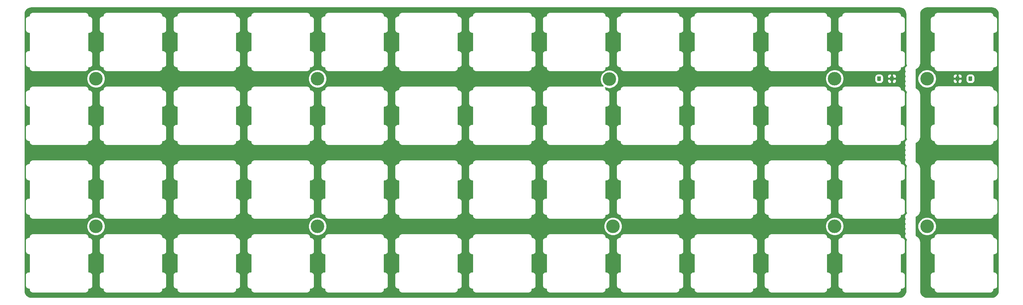
<source format=gbr>
G04 #@! TF.GenerationSoftware,KiCad,Pcbnew,(5.1.10-1-10_14)*
G04 #@! TF.CreationDate,2021-08-14T15:30:03-05:00*
G04 #@! TF.ProjectId,ori_top_plate,6f72695f-746f-4705-9f70-6c6174652e6b,rev?*
G04 #@! TF.SameCoordinates,Original*
G04 #@! TF.FileFunction,Copper,L2,Bot*
G04 #@! TF.FilePolarity,Positive*
%FSLAX46Y46*%
G04 Gerber Fmt 4.6, Leading zero omitted, Abs format (unit mm)*
G04 Created by KiCad (PCBNEW (5.1.10-1-10_14)) date 2021-08-14 15:30:03*
%MOMM*%
%LPD*%
G01*
G04 APERTURE LIST*
G04 #@! TA.AperFunction,ComponentPad*
%ADD10C,3.500000*%
G04 #@! TD*
G04 #@! TA.AperFunction,ViaPad*
%ADD11C,0.500000*%
G04 #@! TD*
G04 #@! TA.AperFunction,Conductor*
%ADD12C,0.250000*%
G04 #@! TD*
G04 #@! TA.AperFunction,Conductor*
%ADD13C,0.254000*%
G04 #@! TD*
G04 #@! TA.AperFunction,Conductor*
%ADD14C,0.100000*%
G04 #@! TD*
G04 APERTURE END LIST*
G04 #@! TA.AperFunction,SMDPad,CuDef*
G36*
G01*
X370270360Y-59868904D02*
X370270360Y-59168904D01*
G75*
G02*
X370520360Y-58918904I250000J0D01*
G01*
X371020360Y-58918904D01*
G75*
G02*
X371270360Y-59168904I0J-250000D01*
G01*
X371270360Y-59868904D01*
G75*
G02*
X371020360Y-60118904I-250000J0D01*
G01*
X370520360Y-60118904D01*
G75*
G02*
X370270360Y-59868904I0J250000D01*
G01*
G37*
G04 #@! TD.AperFunction*
G04 #@! TA.AperFunction,SMDPad,CuDef*
G36*
G01*
X366970360Y-59868904D02*
X366970360Y-59168904D01*
G75*
G02*
X367220360Y-58918904I250000J0D01*
G01*
X367720360Y-58918904D01*
G75*
G02*
X367970360Y-59168904I0J-250000D01*
G01*
X367970360Y-59868904D01*
G75*
G02*
X367720360Y-60118904I-250000J0D01*
G01*
X367220360Y-60118904D01*
G75*
G02*
X366970360Y-59868904I0J250000D01*
G01*
G37*
G04 #@! TD.AperFunction*
D10*
X165497570Y-97631660D03*
X165523314Y-59518904D03*
X222647810Y-59531500D03*
X222647810Y-97631660D03*
X297920000Y-59660000D03*
X298848130Y-97631660D03*
X356023474Y-59518904D03*
X356023474Y-97618936D03*
X379836330Y-59518840D03*
X379836330Y-97659743D03*
G04 #@! TA.AperFunction,SMDPad,CuDef*
G36*
G01*
X388211370Y-59168840D02*
X388211370Y-59868840D01*
G75*
G02*
X387961370Y-60118840I-250000J0D01*
G01*
X387461370Y-60118840D01*
G75*
G02*
X387211370Y-59868840I0J250000D01*
G01*
X387211370Y-59168840D01*
G75*
G02*
X387461370Y-58918840I250000J0D01*
G01*
X387961370Y-58918840D01*
G75*
G02*
X388211370Y-59168840I0J-250000D01*
G01*
G37*
G04 #@! TD.AperFunction*
G04 #@! TA.AperFunction,SMDPad,CuDef*
G36*
G01*
X391511370Y-59168840D02*
X391511370Y-59868840D01*
G75*
G02*
X391261370Y-60118840I-250000J0D01*
G01*
X390761370Y-60118840D01*
G75*
G02*
X390511370Y-59868840I0J250000D01*
G01*
X390511370Y-59168840D01*
G75*
G02*
X390761370Y-58918840I250000J0D01*
G01*
X391261370Y-58918840D01*
G75*
G02*
X391511370Y-59168840I0J-250000D01*
G01*
G37*
G04 #@! TD.AperFunction*
D11*
X373287551Y-59518904D03*
X385194165Y-59518840D03*
D12*
X370770360Y-59518904D02*
X373287551Y-59518904D01*
X387711370Y-59518840D02*
X385194165Y-59518840D01*
D13*
X373016501Y-41213928D02*
X373328121Y-41308012D01*
X373615528Y-41460828D01*
X373867775Y-41666557D01*
X374075264Y-41917367D01*
X374230084Y-42203701D01*
X374326340Y-42514654D01*
X374363810Y-42871153D01*
X374363811Y-55386480D01*
X374367314Y-55422048D01*
X374367314Y-55437511D01*
X374368351Y-55447370D01*
X374394253Y-55678292D01*
X374407625Y-55741204D01*
X374420131Y-55804363D01*
X374423063Y-55813832D01*
X374493325Y-56035325D01*
X374518666Y-56094449D01*
X374529513Y-56120767D01*
X374388676Y-56214871D01*
X374244513Y-56359034D01*
X374131245Y-56528552D01*
X374053224Y-56716910D01*
X374013450Y-56916869D01*
X374013450Y-57120747D01*
X374053224Y-57320706D01*
X374131245Y-57509064D01*
X374221278Y-57643808D01*
X374131245Y-57778552D01*
X374053224Y-57966910D01*
X374013450Y-58166869D01*
X374013450Y-58370747D01*
X374053224Y-58570706D01*
X374131245Y-58759064D01*
X374221278Y-58893808D01*
X374131245Y-59028552D01*
X374053224Y-59216910D01*
X374013450Y-59416869D01*
X374013450Y-59620747D01*
X374053224Y-59820706D01*
X374131245Y-60009064D01*
X374221278Y-60143808D01*
X374131245Y-60278552D01*
X374053224Y-60466910D01*
X374013450Y-60666869D01*
X374013450Y-60870747D01*
X374053224Y-61070706D01*
X374131245Y-61259064D01*
X374221278Y-61393808D01*
X374131245Y-61528552D01*
X374053224Y-61716910D01*
X374013450Y-61916869D01*
X374013450Y-62120747D01*
X374053224Y-62320706D01*
X374131245Y-62509064D01*
X374244513Y-62678582D01*
X374388676Y-62822745D01*
X374529187Y-62916631D01*
X374511910Y-62958548D01*
X374486559Y-63017697D01*
X374483628Y-63027167D01*
X374416465Y-63249620D01*
X374403976Y-63312695D01*
X374390585Y-63375692D01*
X374389549Y-63385551D01*
X374366874Y-63616812D01*
X374366874Y-63616820D01*
X374363485Y-63651240D01*
X374363812Y-74436613D01*
X374367314Y-74472160D01*
X374367314Y-74487623D01*
X374368351Y-74497482D01*
X374394253Y-74728404D01*
X374407625Y-74791316D01*
X374420131Y-74854475D01*
X374423063Y-74863944D01*
X374493325Y-75085437D01*
X374518666Y-75144561D01*
X374533605Y-75180805D01*
X374388676Y-75277643D01*
X374244513Y-75421806D01*
X374131245Y-75591324D01*
X374053224Y-75779682D01*
X374013450Y-75979641D01*
X374013450Y-76183519D01*
X374053224Y-76383478D01*
X374131245Y-76571836D01*
X374221278Y-76706580D01*
X374131245Y-76841324D01*
X374053224Y-77029682D01*
X374013450Y-77229641D01*
X374013450Y-77433519D01*
X374053224Y-77633478D01*
X374131245Y-77821836D01*
X374221278Y-77956580D01*
X374131245Y-78091324D01*
X374053224Y-78279682D01*
X374013450Y-78479641D01*
X374013450Y-78683519D01*
X374053224Y-78883478D01*
X374131245Y-79071836D01*
X374221278Y-79206580D01*
X374131245Y-79341324D01*
X374053224Y-79529682D01*
X374013450Y-79729641D01*
X374013450Y-79933519D01*
X374053224Y-80133478D01*
X374131245Y-80321836D01*
X374221278Y-80456580D01*
X374131245Y-80591324D01*
X374053224Y-80779682D01*
X374013450Y-80979641D01*
X374013450Y-81183519D01*
X374053224Y-81383478D01*
X374131245Y-81571836D01*
X374244513Y-81741354D01*
X374388676Y-81885517D01*
X374525324Y-81976822D01*
X374512234Y-82008578D01*
X374486883Y-82067727D01*
X374483952Y-82077197D01*
X374416789Y-82299650D01*
X374404300Y-82362725D01*
X374390909Y-82425722D01*
X374389873Y-82435581D01*
X374367198Y-82666842D01*
X374367198Y-82666858D01*
X374363812Y-82701227D01*
X374363489Y-93486600D01*
X374367314Y-93525449D01*
X374367314Y-93537735D01*
X374368351Y-93547594D01*
X374394253Y-93778516D01*
X374407625Y-93841428D01*
X374420131Y-93904587D01*
X374423063Y-93914056D01*
X374493325Y-94135549D01*
X374518666Y-94194673D01*
X374533605Y-94230917D01*
X374388676Y-94327755D01*
X374244513Y-94471918D01*
X374131245Y-94641436D01*
X374053224Y-94829794D01*
X374013450Y-95029753D01*
X374013450Y-95233631D01*
X374053224Y-95433590D01*
X374131245Y-95621948D01*
X374221278Y-95756692D01*
X374131245Y-95891436D01*
X374053224Y-96079794D01*
X374013450Y-96279753D01*
X374013450Y-96483631D01*
X374053224Y-96683590D01*
X374131245Y-96871948D01*
X374221278Y-97006692D01*
X374131245Y-97141436D01*
X374053224Y-97329794D01*
X374013450Y-97529753D01*
X374013450Y-97733631D01*
X374053224Y-97933590D01*
X374131245Y-98121948D01*
X374221278Y-98256692D01*
X374131245Y-98391436D01*
X374053224Y-98579794D01*
X374013450Y-98779753D01*
X374013450Y-98983631D01*
X374053224Y-99183590D01*
X374131245Y-99371948D01*
X374221278Y-99506692D01*
X374131245Y-99641436D01*
X374053224Y-99829794D01*
X374013450Y-100029753D01*
X374013450Y-100233631D01*
X374053224Y-100433590D01*
X374131245Y-100621948D01*
X374244513Y-100791466D01*
X374388676Y-100935629D01*
X374525324Y-101026934D01*
X374512234Y-101058690D01*
X374486883Y-101117839D01*
X374483952Y-101127309D01*
X374416789Y-101349762D01*
X374404300Y-101412837D01*
X374390909Y-101475834D01*
X374389873Y-101485693D01*
X374367198Y-101716954D01*
X374367198Y-101716961D01*
X374363810Y-101751361D01*
X374363811Y-114253089D01*
X374328642Y-114611772D01*
X374234558Y-114923390D01*
X374081740Y-115210799D01*
X373876013Y-115463045D01*
X373625203Y-115670534D01*
X373338869Y-115825354D01*
X373027916Y-115921610D01*
X372671417Y-115959080D01*
X148888831Y-115959080D01*
X148530158Y-115923912D01*
X148218540Y-115829828D01*
X147931131Y-115677010D01*
X147678885Y-115471283D01*
X147471396Y-115220473D01*
X147316576Y-114934139D01*
X147220320Y-114623186D01*
X147182850Y-114266687D01*
X147182850Y-101323054D01*
X147287530Y-101323054D01*
X147287531Y-103990347D01*
X147290368Y-104019151D01*
X147290356Y-104020876D01*
X147291289Y-104030395D01*
X147294255Y-104058611D01*
X147297443Y-104090983D01*
X147298836Y-104095574D01*
X147309898Y-104149465D01*
X147321528Y-104210429D01*
X147324292Y-104219585D01*
X147341606Y-104275517D01*
X147365667Y-104332754D01*
X147388924Y-104390317D01*
X147393414Y-104398761D01*
X147421262Y-104450265D01*
X147455955Y-104501699D01*
X147489974Y-104553684D01*
X147496019Y-104561095D01*
X147533340Y-104606208D01*
X147577397Y-104649958D01*
X147620833Y-104694313D01*
X147628202Y-104700410D01*
X147673575Y-104737415D01*
X147725308Y-104771786D01*
X147776505Y-104806842D01*
X147784918Y-104811391D01*
X147784928Y-104811397D01*
X147784934Y-104811399D01*
X147836614Y-104838880D01*
X147894028Y-104862545D01*
X147951084Y-104886999D01*
X147960214Y-104889825D01*
X147960216Y-104889826D01*
X147960218Y-104889826D01*
X147960220Y-104889827D01*
X148016271Y-104906750D01*
X148077174Y-104918809D01*
X148137909Y-104931718D01*
X148138073Y-104931735D01*
X148138247Y-104931788D01*
X148143440Y-104932299D01*
X148147421Y-104932718D01*
X148205690Y-104938431D01*
X148205693Y-104938431D01*
X148238883Y-104941700D01*
X148287530Y-104941700D01*
X148287531Y-109371700D01*
X148138883Y-109371700D01*
X148110134Y-109374532D01*
X148109053Y-109374524D01*
X148099535Y-109375457D01*
X148081595Y-109377342D01*
X148038247Y-109381612D01*
X148012379Y-109389459D01*
X147999876Y-109392026D01*
X147938915Y-109403654D01*
X147929759Y-109406418D01*
X147892471Y-109417960D01*
X147835221Y-109442025D01*
X147777675Y-109465275D01*
X147769230Y-109469765D01*
X147734894Y-109488330D01*
X147683445Y-109523032D01*
X147631459Y-109557052D01*
X147624047Y-109563097D01*
X147593972Y-109587978D01*
X147550220Y-109632039D01*
X147505871Y-109675469D01*
X147499775Y-109682838D01*
X147475105Y-109713087D01*
X147440748Y-109764800D01*
X147405677Y-109816019D01*
X147401128Y-109824432D01*
X147382803Y-109858896D01*
X147359140Y-109916306D01*
X147334687Y-109973359D01*
X147331858Y-109982495D01*
X147320576Y-110019862D01*
X147308513Y-110080785D01*
X147304864Y-110097949D01*
X147297442Y-110122418D01*
X147294896Y-110148267D01*
X147294608Y-110151009D01*
X147290799Y-110189855D01*
X147290799Y-110189864D01*
X147287530Y-110223054D01*
X147287531Y-112890347D01*
X147290368Y-112919151D01*
X147290356Y-112920876D01*
X147291289Y-112930395D01*
X147294255Y-112958611D01*
X147297443Y-112990983D01*
X147298836Y-112995574D01*
X147309898Y-113049465D01*
X147321528Y-113110429D01*
X147324292Y-113119585D01*
X147341606Y-113175517D01*
X147365667Y-113232754D01*
X147388924Y-113290317D01*
X147393414Y-113298761D01*
X147421262Y-113350265D01*
X147455955Y-113401699D01*
X147489974Y-113453684D01*
X147496019Y-113461095D01*
X147533340Y-113506208D01*
X147577397Y-113549958D01*
X147620833Y-113594313D01*
X147628202Y-113600410D01*
X147673575Y-113637415D01*
X147725308Y-113671786D01*
X147776505Y-113706842D01*
X147784918Y-113711391D01*
X147784928Y-113711397D01*
X147784934Y-113711399D01*
X147836614Y-113738880D01*
X147894028Y-113762545D01*
X147951084Y-113786999D01*
X147960214Y-113789825D01*
X147960216Y-113789826D01*
X147960218Y-113789826D01*
X147960220Y-113789827D01*
X148016271Y-113806750D01*
X148077174Y-113818809D01*
X148137909Y-113831718D01*
X148138073Y-113831735D01*
X148138247Y-113831788D01*
X148143440Y-113832299D01*
X148147421Y-113832718D01*
X148205690Y-113838431D01*
X148205693Y-113838431D01*
X148238883Y-113841700D01*
X148287530Y-113841700D01*
X148287530Y-113890346D01*
X148290368Y-113919160D01*
X148290356Y-113920876D01*
X148291289Y-113930395D01*
X148294240Y-113958475D01*
X148297442Y-113990982D01*
X148298837Y-113995581D01*
X148309898Y-114049465D01*
X148321528Y-114110429D01*
X148324292Y-114119585D01*
X148341606Y-114175517D01*
X148365667Y-114232754D01*
X148388924Y-114290317D01*
X148393414Y-114298761D01*
X148421262Y-114350265D01*
X148455955Y-114401699D01*
X148489974Y-114453684D01*
X148496019Y-114461095D01*
X148533340Y-114506208D01*
X148577397Y-114549958D01*
X148620833Y-114594313D01*
X148628202Y-114600410D01*
X148673575Y-114637415D01*
X148725308Y-114671786D01*
X148776505Y-114706842D01*
X148784918Y-114711391D01*
X148784928Y-114711397D01*
X148784934Y-114711399D01*
X148836614Y-114738880D01*
X148894028Y-114762545D01*
X148951084Y-114786999D01*
X148960214Y-114789825D01*
X148960216Y-114789826D01*
X148960218Y-114789826D01*
X148960220Y-114789827D01*
X149016271Y-114806750D01*
X149077174Y-114818809D01*
X149137909Y-114831718D01*
X149138073Y-114831735D01*
X149138247Y-114831788D01*
X149143440Y-114832299D01*
X149147421Y-114832718D01*
X149205690Y-114838431D01*
X149205693Y-114838431D01*
X149238883Y-114841700D01*
X162706177Y-114841700D01*
X162734991Y-114838862D01*
X162736706Y-114838874D01*
X162746225Y-114837941D01*
X162774290Y-114834991D01*
X162806813Y-114831788D01*
X162811414Y-114830392D01*
X162865295Y-114819332D01*
X162926259Y-114807702D01*
X162935415Y-114804938D01*
X162991347Y-114787624D01*
X163048584Y-114763563D01*
X163106147Y-114740306D01*
X163114586Y-114735819D01*
X163114590Y-114735817D01*
X163114593Y-114735815D01*
X163166095Y-114707968D01*
X163217529Y-114673275D01*
X163269514Y-114639256D01*
X163276925Y-114633211D01*
X163322038Y-114595890D01*
X163365788Y-114551833D01*
X163410143Y-114508397D01*
X163416240Y-114501028D01*
X163453245Y-114455655D01*
X163487616Y-114403922D01*
X163522672Y-114352725D01*
X163527221Y-114344312D01*
X163527227Y-114344302D01*
X163527229Y-114344296D01*
X163554710Y-114292616D01*
X163578375Y-114235202D01*
X163602829Y-114178146D01*
X163605657Y-114169010D01*
X163622580Y-114112959D01*
X163634639Y-114052056D01*
X163647548Y-113991321D01*
X163647565Y-113991157D01*
X163647618Y-113990983D01*
X163648129Y-113985791D01*
X163648548Y-113981809D01*
X163654261Y-113923540D01*
X163654261Y-113923536D01*
X163657530Y-113890346D01*
X163657530Y-113841700D01*
X163806177Y-113841700D01*
X163834926Y-113838868D01*
X163836007Y-113838876D01*
X163845525Y-113837943D01*
X163863472Y-113836057D01*
X163906813Y-113831788D01*
X163932680Y-113823941D01*
X163945179Y-113821376D01*
X164006146Y-113809746D01*
X164015302Y-113806982D01*
X164052589Y-113795440D01*
X164109850Y-113771370D01*
X164167385Y-113748125D01*
X164175828Y-113743636D01*
X164175833Y-113743634D01*
X164175839Y-113743630D01*
X164210166Y-113725070D01*
X164261615Y-113690368D01*
X164313601Y-113656348D01*
X164321013Y-113650303D01*
X164351088Y-113625422D01*
X164394840Y-113581362D01*
X164439189Y-113537931D01*
X164445285Y-113530562D01*
X164469955Y-113500313D01*
X164504312Y-113448600D01*
X164539383Y-113397381D01*
X164543932Y-113388968D01*
X164562257Y-113354504D01*
X164585920Y-113297094D01*
X164610373Y-113240041D01*
X164613202Y-113230905D01*
X164624484Y-113193538D01*
X164636547Y-113132615D01*
X164640195Y-113115454D01*
X164647618Y-113090983D01*
X164650168Y-113065095D01*
X164650452Y-113062392D01*
X164654261Y-113023545D01*
X164654261Y-113023537D01*
X164657530Y-112990347D01*
X164657530Y-110323053D01*
X164654692Y-110294239D01*
X164654704Y-110292524D01*
X164653771Y-110283006D01*
X164650822Y-110254949D01*
X164647618Y-110222417D01*
X164646222Y-110217816D01*
X164635159Y-110163922D01*
X164623532Y-110102972D01*
X164620768Y-110093816D01*
X164603454Y-110037883D01*
X164579388Y-109980633D01*
X164556136Y-109923084D01*
X164551646Y-109914639D01*
X164523798Y-109863136D01*
X164489083Y-109811670D01*
X164455085Y-109759716D01*
X164449041Y-109752304D01*
X164411720Y-109707192D01*
X164367647Y-109663425D01*
X164324227Y-109619087D01*
X164316858Y-109612990D01*
X164271485Y-109575985D01*
X164219752Y-109541614D01*
X164168555Y-109506558D01*
X164160142Y-109502009D01*
X164160132Y-109502003D01*
X164160126Y-109502001D01*
X164108446Y-109474521D01*
X164051053Y-109450864D01*
X163993976Y-109426401D01*
X163984850Y-109423576D01*
X163984845Y-109423574D01*
X163984840Y-109423573D01*
X163928789Y-109406650D01*
X163867886Y-109394591D01*
X163807151Y-109381682D01*
X163806987Y-109381665D01*
X163806813Y-109381612D01*
X163801620Y-109381101D01*
X163797639Y-109380682D01*
X163739369Y-109374969D01*
X163739367Y-109374969D01*
X163706177Y-109371700D01*
X163657530Y-109371700D01*
X163657530Y-104941700D01*
X163806177Y-104941700D01*
X163834926Y-104938868D01*
X163836007Y-104938876D01*
X163845525Y-104937943D01*
X163863472Y-104936057D01*
X163906813Y-104931788D01*
X163932680Y-104923941D01*
X163945179Y-104921376D01*
X164006146Y-104909746D01*
X164015302Y-104906982D01*
X164052589Y-104895440D01*
X164109850Y-104871370D01*
X164167385Y-104848125D01*
X164175828Y-104843636D01*
X164175833Y-104843634D01*
X164175839Y-104843630D01*
X164210166Y-104825070D01*
X164261615Y-104790368D01*
X164313601Y-104756348D01*
X164321013Y-104750303D01*
X164351088Y-104725422D01*
X164394840Y-104681362D01*
X164439189Y-104637931D01*
X164445285Y-104630562D01*
X164469955Y-104600313D01*
X164504312Y-104548600D01*
X164539383Y-104497381D01*
X164543932Y-104488968D01*
X164562257Y-104454504D01*
X164585920Y-104397094D01*
X164610373Y-104340041D01*
X164613202Y-104330905D01*
X164624484Y-104293538D01*
X164636547Y-104232615D01*
X164640195Y-104215454D01*
X164647618Y-104190983D01*
X164650168Y-104165095D01*
X164650452Y-104162392D01*
X164654261Y-104123545D01*
X164654261Y-104123537D01*
X164657530Y-104090347D01*
X164657530Y-101423053D01*
X164654692Y-101394239D01*
X164654704Y-101392524D01*
X164653771Y-101383006D01*
X164650822Y-101354949D01*
X164647681Y-101323054D01*
X166337610Y-101323054D01*
X166337611Y-103990347D01*
X166340448Y-104019151D01*
X166340436Y-104020876D01*
X166341369Y-104030395D01*
X166344335Y-104058611D01*
X166347523Y-104090983D01*
X166348916Y-104095574D01*
X166359978Y-104149465D01*
X166371608Y-104210429D01*
X166374372Y-104219585D01*
X166391686Y-104275517D01*
X166415747Y-104332754D01*
X166439004Y-104390317D01*
X166443494Y-104398761D01*
X166471342Y-104450265D01*
X166506035Y-104501699D01*
X166540054Y-104553684D01*
X166546099Y-104561095D01*
X166583420Y-104606208D01*
X166627477Y-104649958D01*
X166670913Y-104694313D01*
X166678282Y-104700410D01*
X166723655Y-104737415D01*
X166775388Y-104771786D01*
X166826585Y-104806842D01*
X166834998Y-104811391D01*
X166835008Y-104811397D01*
X166835014Y-104811399D01*
X166886694Y-104838880D01*
X166944108Y-104862545D01*
X167001164Y-104886999D01*
X167010294Y-104889825D01*
X167010296Y-104889826D01*
X167010298Y-104889826D01*
X167010300Y-104889827D01*
X167066351Y-104906750D01*
X167127254Y-104918809D01*
X167187989Y-104931718D01*
X167188153Y-104931735D01*
X167188327Y-104931788D01*
X167193520Y-104932299D01*
X167197501Y-104932718D01*
X167255770Y-104938431D01*
X167255773Y-104938431D01*
X167288963Y-104941700D01*
X167337610Y-104941700D01*
X167337611Y-109371700D01*
X167188963Y-109371700D01*
X167160214Y-109374532D01*
X167159133Y-109374524D01*
X167149615Y-109375457D01*
X167131675Y-109377342D01*
X167088327Y-109381612D01*
X167062459Y-109389459D01*
X167049956Y-109392026D01*
X166988995Y-109403654D01*
X166979839Y-109406418D01*
X166942551Y-109417960D01*
X166885301Y-109442025D01*
X166827755Y-109465275D01*
X166819310Y-109469765D01*
X166784974Y-109488330D01*
X166733525Y-109523032D01*
X166681539Y-109557052D01*
X166674127Y-109563097D01*
X166644052Y-109587978D01*
X166600300Y-109632039D01*
X166555951Y-109675469D01*
X166549855Y-109682838D01*
X166525185Y-109713087D01*
X166490828Y-109764800D01*
X166455757Y-109816019D01*
X166451208Y-109824432D01*
X166432883Y-109858896D01*
X166409220Y-109916306D01*
X166384767Y-109973359D01*
X166381938Y-109982495D01*
X166370656Y-110019862D01*
X166358593Y-110080785D01*
X166354944Y-110097949D01*
X166347522Y-110122418D01*
X166344976Y-110148267D01*
X166344688Y-110151009D01*
X166340879Y-110189855D01*
X166340879Y-110189864D01*
X166337610Y-110223054D01*
X166337611Y-112890347D01*
X166340448Y-112919151D01*
X166340436Y-112920876D01*
X166341369Y-112930395D01*
X166344335Y-112958611D01*
X166347523Y-112990983D01*
X166348916Y-112995574D01*
X166359978Y-113049465D01*
X166371608Y-113110429D01*
X166374372Y-113119585D01*
X166391686Y-113175517D01*
X166415747Y-113232754D01*
X166439004Y-113290317D01*
X166443494Y-113298761D01*
X166471342Y-113350265D01*
X166506035Y-113401699D01*
X166540054Y-113453684D01*
X166546099Y-113461095D01*
X166583420Y-113506208D01*
X166627477Y-113549958D01*
X166670913Y-113594313D01*
X166678282Y-113600410D01*
X166723655Y-113637415D01*
X166775388Y-113671786D01*
X166826585Y-113706842D01*
X166834998Y-113711391D01*
X166835008Y-113711397D01*
X166835014Y-113711399D01*
X166886694Y-113738880D01*
X166944108Y-113762545D01*
X167001164Y-113786999D01*
X167010294Y-113789825D01*
X167010296Y-113789826D01*
X167010298Y-113789826D01*
X167010300Y-113789827D01*
X167066351Y-113806750D01*
X167127254Y-113818809D01*
X167187989Y-113831718D01*
X167188153Y-113831735D01*
X167188327Y-113831788D01*
X167193520Y-113832299D01*
X167197501Y-113832718D01*
X167255770Y-113838431D01*
X167255773Y-113838431D01*
X167288963Y-113841700D01*
X167337610Y-113841700D01*
X167337610Y-113890346D01*
X167340448Y-113919160D01*
X167340436Y-113920876D01*
X167341369Y-113930395D01*
X167344320Y-113958475D01*
X167347522Y-113990982D01*
X167348917Y-113995581D01*
X167359978Y-114049465D01*
X167371608Y-114110429D01*
X167374372Y-114119585D01*
X167391686Y-114175517D01*
X167415747Y-114232754D01*
X167439004Y-114290317D01*
X167443494Y-114298761D01*
X167471342Y-114350265D01*
X167506035Y-114401699D01*
X167540054Y-114453684D01*
X167546099Y-114461095D01*
X167583420Y-114506208D01*
X167627477Y-114549958D01*
X167670913Y-114594313D01*
X167678282Y-114600410D01*
X167723655Y-114637415D01*
X167775388Y-114671786D01*
X167826585Y-114706842D01*
X167834998Y-114711391D01*
X167835008Y-114711397D01*
X167835014Y-114711399D01*
X167886694Y-114738880D01*
X167944108Y-114762545D01*
X168001164Y-114786999D01*
X168010294Y-114789825D01*
X168010296Y-114789826D01*
X168010298Y-114789826D01*
X168010300Y-114789827D01*
X168066351Y-114806750D01*
X168127254Y-114818809D01*
X168187989Y-114831718D01*
X168188153Y-114831735D01*
X168188327Y-114831788D01*
X168193520Y-114832299D01*
X168197501Y-114832718D01*
X168255770Y-114838431D01*
X168255773Y-114838431D01*
X168288963Y-114841700D01*
X181756257Y-114841700D01*
X181785071Y-114838862D01*
X181786786Y-114838874D01*
X181796305Y-114837941D01*
X181824370Y-114834991D01*
X181856893Y-114831788D01*
X181861494Y-114830392D01*
X181915375Y-114819332D01*
X181976339Y-114807702D01*
X181985495Y-114804938D01*
X182041427Y-114787624D01*
X182098664Y-114763563D01*
X182156227Y-114740306D01*
X182164666Y-114735819D01*
X182164670Y-114735817D01*
X182164673Y-114735815D01*
X182216175Y-114707968D01*
X182267609Y-114673275D01*
X182319594Y-114639256D01*
X182327005Y-114633211D01*
X182372118Y-114595890D01*
X182415868Y-114551833D01*
X182460223Y-114508397D01*
X182466320Y-114501028D01*
X182503325Y-114455655D01*
X182537696Y-114403922D01*
X182572752Y-114352725D01*
X182577301Y-114344312D01*
X182577307Y-114344302D01*
X182577309Y-114344296D01*
X182604790Y-114292616D01*
X182628455Y-114235202D01*
X182652909Y-114178146D01*
X182655737Y-114169010D01*
X182672660Y-114112959D01*
X182684719Y-114052056D01*
X182697628Y-113991321D01*
X182697645Y-113991157D01*
X182697698Y-113990983D01*
X182698209Y-113985791D01*
X182698628Y-113981809D01*
X182704341Y-113923540D01*
X182704341Y-113923536D01*
X182707610Y-113890346D01*
X182707610Y-113841700D01*
X182856257Y-113841700D01*
X182885006Y-113838868D01*
X182886087Y-113838876D01*
X182895605Y-113837943D01*
X182913552Y-113836057D01*
X182956893Y-113831788D01*
X182982760Y-113823941D01*
X182995259Y-113821376D01*
X183056226Y-113809746D01*
X183065382Y-113806982D01*
X183102669Y-113795440D01*
X183159930Y-113771370D01*
X183217465Y-113748125D01*
X183225908Y-113743636D01*
X183225913Y-113743634D01*
X183225919Y-113743630D01*
X183260246Y-113725070D01*
X183311695Y-113690368D01*
X183363681Y-113656348D01*
X183371093Y-113650303D01*
X183401168Y-113625422D01*
X183444920Y-113581362D01*
X183489269Y-113537931D01*
X183495365Y-113530562D01*
X183520035Y-113500313D01*
X183554392Y-113448600D01*
X183589463Y-113397381D01*
X183594012Y-113388968D01*
X183612337Y-113354504D01*
X183636000Y-113297094D01*
X183660453Y-113240041D01*
X183663282Y-113230905D01*
X183674564Y-113193538D01*
X183686627Y-113132615D01*
X183690275Y-113115454D01*
X183697698Y-113090983D01*
X183700248Y-113065095D01*
X183700532Y-113062392D01*
X183704341Y-113023545D01*
X183704341Y-113023537D01*
X183707610Y-112990347D01*
X183707610Y-110323053D01*
X183704772Y-110294239D01*
X183704784Y-110292524D01*
X183703851Y-110283006D01*
X183700902Y-110254949D01*
X183697698Y-110222417D01*
X183696302Y-110217816D01*
X183685239Y-110163922D01*
X183673612Y-110102972D01*
X183670848Y-110093816D01*
X183653534Y-110037883D01*
X183629468Y-109980633D01*
X183606216Y-109923084D01*
X183601726Y-109914639D01*
X183573878Y-109863136D01*
X183539163Y-109811670D01*
X183505165Y-109759716D01*
X183499121Y-109752304D01*
X183461800Y-109707192D01*
X183417727Y-109663425D01*
X183374307Y-109619087D01*
X183366938Y-109612990D01*
X183321565Y-109575985D01*
X183269832Y-109541614D01*
X183218635Y-109506558D01*
X183210222Y-109502009D01*
X183210212Y-109502003D01*
X183210206Y-109502001D01*
X183158526Y-109474521D01*
X183101133Y-109450864D01*
X183044056Y-109426401D01*
X183034930Y-109423576D01*
X183034925Y-109423574D01*
X183034920Y-109423573D01*
X182978869Y-109406650D01*
X182917966Y-109394591D01*
X182857231Y-109381682D01*
X182857067Y-109381665D01*
X182856893Y-109381612D01*
X182851700Y-109381101D01*
X182847719Y-109380682D01*
X182789449Y-109374969D01*
X182789447Y-109374969D01*
X182756257Y-109371700D01*
X182707610Y-109371700D01*
X182707610Y-104941700D01*
X182856257Y-104941700D01*
X182885006Y-104938868D01*
X182886087Y-104938876D01*
X182895605Y-104937943D01*
X182913552Y-104936057D01*
X182956893Y-104931788D01*
X182982760Y-104923941D01*
X182995259Y-104921376D01*
X183056226Y-104909746D01*
X183065382Y-104906982D01*
X183102669Y-104895440D01*
X183159930Y-104871370D01*
X183217465Y-104848125D01*
X183225908Y-104843636D01*
X183225913Y-104843634D01*
X183225919Y-104843630D01*
X183260246Y-104825070D01*
X183311695Y-104790368D01*
X183363681Y-104756348D01*
X183371093Y-104750303D01*
X183401168Y-104725422D01*
X183444920Y-104681362D01*
X183489269Y-104637931D01*
X183495365Y-104630562D01*
X183520035Y-104600313D01*
X183554392Y-104548600D01*
X183589463Y-104497381D01*
X183594012Y-104488968D01*
X183612337Y-104454504D01*
X183636000Y-104397094D01*
X183660453Y-104340041D01*
X183663282Y-104330905D01*
X183674564Y-104293538D01*
X183686627Y-104232615D01*
X183690275Y-104215454D01*
X183697698Y-104190983D01*
X183700248Y-104165095D01*
X183700532Y-104162392D01*
X183704341Y-104123545D01*
X183704341Y-104123537D01*
X183707610Y-104090347D01*
X183707610Y-101423053D01*
X183704772Y-101394239D01*
X183704784Y-101392524D01*
X183703851Y-101383006D01*
X183700902Y-101354949D01*
X183697761Y-101323054D01*
X185387690Y-101323054D01*
X185387691Y-103990347D01*
X185390528Y-104019151D01*
X185390516Y-104020876D01*
X185391449Y-104030395D01*
X185394415Y-104058611D01*
X185397603Y-104090983D01*
X185398996Y-104095574D01*
X185410058Y-104149465D01*
X185421688Y-104210429D01*
X185424452Y-104219585D01*
X185441766Y-104275517D01*
X185465827Y-104332754D01*
X185489084Y-104390317D01*
X185493574Y-104398761D01*
X185521422Y-104450265D01*
X185556115Y-104501699D01*
X185590134Y-104553684D01*
X185596179Y-104561095D01*
X185633500Y-104606208D01*
X185677557Y-104649958D01*
X185720993Y-104694313D01*
X185728362Y-104700410D01*
X185773735Y-104737415D01*
X185825468Y-104771786D01*
X185876665Y-104806842D01*
X185885078Y-104811391D01*
X185885088Y-104811397D01*
X185885094Y-104811399D01*
X185936774Y-104838880D01*
X185994188Y-104862545D01*
X186051244Y-104886999D01*
X186060374Y-104889825D01*
X186060376Y-104889826D01*
X186060378Y-104889826D01*
X186060380Y-104889827D01*
X186116431Y-104906750D01*
X186177334Y-104918809D01*
X186238069Y-104931718D01*
X186238233Y-104931735D01*
X186238407Y-104931788D01*
X186243600Y-104932299D01*
X186247581Y-104932718D01*
X186305850Y-104938431D01*
X186305853Y-104938431D01*
X186339043Y-104941700D01*
X186387690Y-104941700D01*
X186387691Y-109371700D01*
X186239043Y-109371700D01*
X186210294Y-109374532D01*
X186209213Y-109374524D01*
X186199695Y-109375457D01*
X186181755Y-109377342D01*
X186138407Y-109381612D01*
X186112539Y-109389459D01*
X186100036Y-109392026D01*
X186039075Y-109403654D01*
X186029919Y-109406418D01*
X185992631Y-109417960D01*
X185935381Y-109442025D01*
X185877835Y-109465275D01*
X185869390Y-109469765D01*
X185835054Y-109488330D01*
X185783605Y-109523032D01*
X185731619Y-109557052D01*
X185724207Y-109563097D01*
X185694132Y-109587978D01*
X185650380Y-109632039D01*
X185606031Y-109675469D01*
X185599935Y-109682838D01*
X185575265Y-109713087D01*
X185540908Y-109764800D01*
X185505837Y-109816019D01*
X185501288Y-109824432D01*
X185482963Y-109858896D01*
X185459300Y-109916306D01*
X185434847Y-109973359D01*
X185432018Y-109982495D01*
X185420736Y-110019862D01*
X185408673Y-110080785D01*
X185405024Y-110097949D01*
X185397602Y-110122418D01*
X185395056Y-110148267D01*
X185394768Y-110151009D01*
X185390959Y-110189855D01*
X185390959Y-110189864D01*
X185387690Y-110223054D01*
X185387691Y-112890347D01*
X185390528Y-112919151D01*
X185390516Y-112920876D01*
X185391449Y-112930395D01*
X185394415Y-112958611D01*
X185397603Y-112990983D01*
X185398996Y-112995574D01*
X185410058Y-113049465D01*
X185421688Y-113110429D01*
X185424452Y-113119585D01*
X185441766Y-113175517D01*
X185465827Y-113232754D01*
X185489084Y-113290317D01*
X185493574Y-113298761D01*
X185521422Y-113350265D01*
X185556115Y-113401699D01*
X185590134Y-113453684D01*
X185596179Y-113461095D01*
X185633500Y-113506208D01*
X185677557Y-113549958D01*
X185720993Y-113594313D01*
X185728362Y-113600410D01*
X185773735Y-113637415D01*
X185825468Y-113671786D01*
X185876665Y-113706842D01*
X185885078Y-113711391D01*
X185885088Y-113711397D01*
X185885094Y-113711399D01*
X185936774Y-113738880D01*
X185994188Y-113762545D01*
X186051244Y-113786999D01*
X186060374Y-113789825D01*
X186060376Y-113789826D01*
X186060378Y-113789826D01*
X186060380Y-113789827D01*
X186116431Y-113806750D01*
X186177334Y-113818809D01*
X186238069Y-113831718D01*
X186238233Y-113831735D01*
X186238407Y-113831788D01*
X186243600Y-113832299D01*
X186247581Y-113832718D01*
X186305850Y-113838431D01*
X186305853Y-113838431D01*
X186339043Y-113841700D01*
X186387690Y-113841700D01*
X186387690Y-113890346D01*
X186390528Y-113919160D01*
X186390516Y-113920876D01*
X186391449Y-113930395D01*
X186394400Y-113958475D01*
X186397602Y-113990982D01*
X186398997Y-113995581D01*
X186410058Y-114049465D01*
X186421688Y-114110429D01*
X186424452Y-114119585D01*
X186441766Y-114175517D01*
X186465827Y-114232754D01*
X186489084Y-114290317D01*
X186493574Y-114298761D01*
X186521422Y-114350265D01*
X186556115Y-114401699D01*
X186590134Y-114453684D01*
X186596179Y-114461095D01*
X186633500Y-114506208D01*
X186677557Y-114549958D01*
X186720993Y-114594313D01*
X186728362Y-114600410D01*
X186773735Y-114637415D01*
X186825468Y-114671786D01*
X186876665Y-114706842D01*
X186885078Y-114711391D01*
X186885088Y-114711397D01*
X186885094Y-114711399D01*
X186936774Y-114738880D01*
X186994188Y-114762545D01*
X187051244Y-114786999D01*
X187060374Y-114789825D01*
X187060376Y-114789826D01*
X187060378Y-114789826D01*
X187060380Y-114789827D01*
X187116431Y-114806750D01*
X187177334Y-114818809D01*
X187238069Y-114831718D01*
X187238233Y-114831735D01*
X187238407Y-114831788D01*
X187243600Y-114832299D01*
X187247581Y-114832718D01*
X187305850Y-114838431D01*
X187305853Y-114838431D01*
X187339043Y-114841700D01*
X200806337Y-114841700D01*
X200835151Y-114838862D01*
X200836866Y-114838874D01*
X200846385Y-114837941D01*
X200874450Y-114834991D01*
X200906973Y-114831788D01*
X200911574Y-114830392D01*
X200965455Y-114819332D01*
X201026419Y-114807702D01*
X201035575Y-114804938D01*
X201091507Y-114787624D01*
X201148744Y-114763563D01*
X201206307Y-114740306D01*
X201214746Y-114735819D01*
X201214750Y-114735817D01*
X201214753Y-114735815D01*
X201266255Y-114707968D01*
X201317689Y-114673275D01*
X201369674Y-114639256D01*
X201377085Y-114633211D01*
X201422198Y-114595890D01*
X201465948Y-114551833D01*
X201510303Y-114508397D01*
X201516400Y-114501028D01*
X201553405Y-114455655D01*
X201587776Y-114403922D01*
X201622832Y-114352725D01*
X201627381Y-114344312D01*
X201627387Y-114344302D01*
X201627389Y-114344296D01*
X201654870Y-114292616D01*
X201678535Y-114235202D01*
X201702989Y-114178146D01*
X201705817Y-114169010D01*
X201722740Y-114112959D01*
X201734799Y-114052056D01*
X201747708Y-113991321D01*
X201747725Y-113991157D01*
X201747778Y-113990983D01*
X201748289Y-113985791D01*
X201748708Y-113981809D01*
X201754421Y-113923540D01*
X201754421Y-113923536D01*
X201757690Y-113890346D01*
X201757690Y-113841700D01*
X201906337Y-113841700D01*
X201935086Y-113838868D01*
X201936167Y-113838876D01*
X201945685Y-113837943D01*
X201963632Y-113836057D01*
X202006973Y-113831788D01*
X202032840Y-113823941D01*
X202045339Y-113821376D01*
X202106306Y-113809746D01*
X202115462Y-113806982D01*
X202152749Y-113795440D01*
X202210010Y-113771370D01*
X202267545Y-113748125D01*
X202275988Y-113743636D01*
X202275993Y-113743634D01*
X202275999Y-113743630D01*
X202310326Y-113725070D01*
X202361775Y-113690368D01*
X202413761Y-113656348D01*
X202421173Y-113650303D01*
X202451248Y-113625422D01*
X202495000Y-113581362D01*
X202539349Y-113537931D01*
X202545445Y-113530562D01*
X202570115Y-113500313D01*
X202604472Y-113448600D01*
X202639543Y-113397381D01*
X202644092Y-113388968D01*
X202662417Y-113354504D01*
X202686080Y-113297094D01*
X202710533Y-113240041D01*
X202713362Y-113230905D01*
X202724644Y-113193538D01*
X202736707Y-113132615D01*
X202740355Y-113115454D01*
X202747778Y-113090983D01*
X202750328Y-113065095D01*
X202750612Y-113062392D01*
X202754421Y-113023545D01*
X202754421Y-113023537D01*
X202757690Y-112990347D01*
X202757690Y-110323053D01*
X202754852Y-110294239D01*
X202754864Y-110292524D01*
X202753931Y-110283006D01*
X202750982Y-110254949D01*
X202747778Y-110222417D01*
X202746382Y-110217816D01*
X202735319Y-110163922D01*
X202723692Y-110102972D01*
X202720928Y-110093816D01*
X202703614Y-110037883D01*
X202679548Y-109980633D01*
X202656296Y-109923084D01*
X202651806Y-109914639D01*
X202623958Y-109863136D01*
X202589243Y-109811670D01*
X202555245Y-109759716D01*
X202549201Y-109752304D01*
X202511880Y-109707192D01*
X202467807Y-109663425D01*
X202424387Y-109619087D01*
X202417018Y-109612990D01*
X202371645Y-109575985D01*
X202319912Y-109541614D01*
X202268715Y-109506558D01*
X202260302Y-109502009D01*
X202260292Y-109502003D01*
X202260286Y-109502001D01*
X202208606Y-109474521D01*
X202151213Y-109450864D01*
X202094136Y-109426401D01*
X202085010Y-109423576D01*
X202085005Y-109423574D01*
X202085000Y-109423573D01*
X202028949Y-109406650D01*
X201968046Y-109394591D01*
X201907311Y-109381682D01*
X201907147Y-109381665D01*
X201906973Y-109381612D01*
X201901780Y-109381101D01*
X201897799Y-109380682D01*
X201839529Y-109374969D01*
X201839527Y-109374969D01*
X201806337Y-109371700D01*
X201757690Y-109371700D01*
X201757690Y-104941700D01*
X201906337Y-104941700D01*
X201935086Y-104938868D01*
X201936167Y-104938876D01*
X201945685Y-104937943D01*
X201963632Y-104936057D01*
X202006973Y-104931788D01*
X202032840Y-104923941D01*
X202045339Y-104921376D01*
X202106306Y-104909746D01*
X202115462Y-104906982D01*
X202152749Y-104895440D01*
X202210010Y-104871370D01*
X202267545Y-104848125D01*
X202275988Y-104843636D01*
X202275993Y-104843634D01*
X202275999Y-104843630D01*
X202310326Y-104825070D01*
X202361775Y-104790368D01*
X202413761Y-104756348D01*
X202421173Y-104750303D01*
X202451248Y-104725422D01*
X202495000Y-104681362D01*
X202539349Y-104637931D01*
X202545445Y-104630562D01*
X202570115Y-104600313D01*
X202604472Y-104548600D01*
X202639543Y-104497381D01*
X202644092Y-104488968D01*
X202662417Y-104454504D01*
X202686080Y-104397094D01*
X202710533Y-104340041D01*
X202713362Y-104330905D01*
X202724644Y-104293538D01*
X202736707Y-104232615D01*
X202740355Y-104215454D01*
X202747778Y-104190983D01*
X202750328Y-104165095D01*
X202750612Y-104162392D01*
X202754421Y-104123545D01*
X202754421Y-104123537D01*
X202757690Y-104090347D01*
X202757690Y-101423053D01*
X202754852Y-101394239D01*
X202754864Y-101392524D01*
X202753931Y-101383006D01*
X202750982Y-101354949D01*
X202747841Y-101323054D01*
X204437770Y-101323054D01*
X204437771Y-103990347D01*
X204440608Y-104019151D01*
X204440596Y-104020876D01*
X204441529Y-104030395D01*
X204444495Y-104058611D01*
X204447683Y-104090983D01*
X204449076Y-104095574D01*
X204460138Y-104149465D01*
X204471768Y-104210429D01*
X204474532Y-104219585D01*
X204491846Y-104275517D01*
X204515907Y-104332754D01*
X204539164Y-104390317D01*
X204543654Y-104398761D01*
X204571502Y-104450265D01*
X204606195Y-104501699D01*
X204640214Y-104553684D01*
X204646259Y-104561095D01*
X204683580Y-104606208D01*
X204727637Y-104649958D01*
X204771073Y-104694313D01*
X204778442Y-104700410D01*
X204823815Y-104737415D01*
X204875548Y-104771786D01*
X204926745Y-104806842D01*
X204935158Y-104811391D01*
X204935168Y-104811397D01*
X204935174Y-104811399D01*
X204986854Y-104838880D01*
X205044268Y-104862545D01*
X205101324Y-104886999D01*
X205110454Y-104889825D01*
X205110456Y-104889826D01*
X205110458Y-104889826D01*
X205110460Y-104889827D01*
X205166511Y-104906750D01*
X205227414Y-104918809D01*
X205288149Y-104931718D01*
X205288313Y-104931735D01*
X205288487Y-104931788D01*
X205293680Y-104932299D01*
X205297661Y-104932718D01*
X205355930Y-104938431D01*
X205355933Y-104938431D01*
X205389123Y-104941700D01*
X205437770Y-104941700D01*
X205437771Y-109371700D01*
X205289123Y-109371700D01*
X205260374Y-109374532D01*
X205259293Y-109374524D01*
X205249775Y-109375457D01*
X205231835Y-109377342D01*
X205188487Y-109381612D01*
X205162619Y-109389459D01*
X205150116Y-109392026D01*
X205089155Y-109403654D01*
X205079999Y-109406418D01*
X205042711Y-109417960D01*
X204985461Y-109442025D01*
X204927915Y-109465275D01*
X204919470Y-109469765D01*
X204885134Y-109488330D01*
X204833685Y-109523032D01*
X204781699Y-109557052D01*
X204774287Y-109563097D01*
X204744212Y-109587978D01*
X204700460Y-109632039D01*
X204656111Y-109675469D01*
X204650015Y-109682838D01*
X204625345Y-109713087D01*
X204590988Y-109764800D01*
X204555917Y-109816019D01*
X204551368Y-109824432D01*
X204533043Y-109858896D01*
X204509380Y-109916306D01*
X204484927Y-109973359D01*
X204482098Y-109982495D01*
X204470816Y-110019862D01*
X204458753Y-110080785D01*
X204455104Y-110097949D01*
X204447682Y-110122418D01*
X204445136Y-110148267D01*
X204444848Y-110151009D01*
X204441039Y-110189855D01*
X204441039Y-110189864D01*
X204437770Y-110223054D01*
X204437771Y-112890347D01*
X204440608Y-112919151D01*
X204440596Y-112920876D01*
X204441529Y-112930395D01*
X204444495Y-112958611D01*
X204447683Y-112990983D01*
X204449076Y-112995574D01*
X204460138Y-113049465D01*
X204471768Y-113110429D01*
X204474532Y-113119585D01*
X204491846Y-113175517D01*
X204515907Y-113232754D01*
X204539164Y-113290317D01*
X204543654Y-113298761D01*
X204571502Y-113350265D01*
X204606195Y-113401699D01*
X204640214Y-113453684D01*
X204646259Y-113461095D01*
X204683580Y-113506208D01*
X204727637Y-113549958D01*
X204771073Y-113594313D01*
X204778442Y-113600410D01*
X204823815Y-113637415D01*
X204875548Y-113671786D01*
X204926745Y-113706842D01*
X204935158Y-113711391D01*
X204935168Y-113711397D01*
X204935174Y-113711399D01*
X204986854Y-113738880D01*
X205044268Y-113762545D01*
X205101324Y-113786999D01*
X205110454Y-113789825D01*
X205110456Y-113789826D01*
X205110458Y-113789826D01*
X205110460Y-113789827D01*
X205166511Y-113806750D01*
X205227414Y-113818809D01*
X205288149Y-113831718D01*
X205288313Y-113831735D01*
X205288487Y-113831788D01*
X205293680Y-113832299D01*
X205297661Y-113832718D01*
X205355930Y-113838431D01*
X205355933Y-113838431D01*
X205389123Y-113841700D01*
X205437770Y-113841700D01*
X205437770Y-113890346D01*
X205440608Y-113919160D01*
X205440596Y-113920876D01*
X205441529Y-113930395D01*
X205444480Y-113958475D01*
X205447682Y-113990982D01*
X205449077Y-113995581D01*
X205460138Y-114049465D01*
X205471768Y-114110429D01*
X205474532Y-114119585D01*
X205491846Y-114175517D01*
X205515907Y-114232754D01*
X205539164Y-114290317D01*
X205543654Y-114298761D01*
X205571502Y-114350265D01*
X205606195Y-114401699D01*
X205640214Y-114453684D01*
X205646259Y-114461095D01*
X205683580Y-114506208D01*
X205727637Y-114549958D01*
X205771073Y-114594313D01*
X205778442Y-114600410D01*
X205823815Y-114637415D01*
X205875548Y-114671786D01*
X205926745Y-114706842D01*
X205935158Y-114711391D01*
X205935168Y-114711397D01*
X205935174Y-114711399D01*
X205986854Y-114738880D01*
X206044268Y-114762545D01*
X206101324Y-114786999D01*
X206110454Y-114789825D01*
X206110456Y-114789826D01*
X206110458Y-114789826D01*
X206110460Y-114789827D01*
X206166511Y-114806750D01*
X206227414Y-114818809D01*
X206288149Y-114831718D01*
X206288313Y-114831735D01*
X206288487Y-114831788D01*
X206293680Y-114832299D01*
X206297661Y-114832718D01*
X206355930Y-114838431D01*
X206355933Y-114838431D01*
X206389123Y-114841700D01*
X219856417Y-114841700D01*
X219885231Y-114838862D01*
X219886946Y-114838874D01*
X219896465Y-114837941D01*
X219924530Y-114834991D01*
X219957053Y-114831788D01*
X219961654Y-114830392D01*
X220015535Y-114819332D01*
X220076499Y-114807702D01*
X220085655Y-114804938D01*
X220141587Y-114787624D01*
X220198824Y-114763563D01*
X220256387Y-114740306D01*
X220264826Y-114735819D01*
X220264830Y-114735817D01*
X220264833Y-114735815D01*
X220316335Y-114707968D01*
X220367769Y-114673275D01*
X220419754Y-114639256D01*
X220427165Y-114633211D01*
X220472278Y-114595890D01*
X220516028Y-114551833D01*
X220560383Y-114508397D01*
X220566480Y-114501028D01*
X220603485Y-114455655D01*
X220637856Y-114403922D01*
X220672912Y-114352725D01*
X220677461Y-114344312D01*
X220677467Y-114344302D01*
X220677469Y-114344296D01*
X220704950Y-114292616D01*
X220728615Y-114235202D01*
X220753069Y-114178146D01*
X220755897Y-114169010D01*
X220772820Y-114112959D01*
X220784879Y-114052056D01*
X220797788Y-113991321D01*
X220797805Y-113991157D01*
X220797858Y-113990983D01*
X220798369Y-113985791D01*
X220798788Y-113981809D01*
X220804501Y-113923540D01*
X220804501Y-113923536D01*
X220807770Y-113890346D01*
X220807770Y-113841700D01*
X220956417Y-113841700D01*
X220985166Y-113838868D01*
X220986247Y-113838876D01*
X220995765Y-113837943D01*
X221013712Y-113836057D01*
X221057053Y-113831788D01*
X221082920Y-113823941D01*
X221095419Y-113821376D01*
X221156386Y-113809746D01*
X221165542Y-113806982D01*
X221202829Y-113795440D01*
X221260090Y-113771370D01*
X221317625Y-113748125D01*
X221326068Y-113743636D01*
X221326073Y-113743634D01*
X221326079Y-113743630D01*
X221360406Y-113725070D01*
X221411855Y-113690368D01*
X221463841Y-113656348D01*
X221471253Y-113650303D01*
X221501328Y-113625422D01*
X221545080Y-113581362D01*
X221589429Y-113537931D01*
X221595525Y-113530562D01*
X221620195Y-113500313D01*
X221654552Y-113448600D01*
X221689623Y-113397381D01*
X221694172Y-113388968D01*
X221712497Y-113354504D01*
X221736160Y-113297094D01*
X221760613Y-113240041D01*
X221763442Y-113230905D01*
X221774724Y-113193538D01*
X221786787Y-113132615D01*
X221790435Y-113115454D01*
X221797858Y-113090983D01*
X221800408Y-113065095D01*
X221800692Y-113062392D01*
X221804501Y-113023545D01*
X221804501Y-113023537D01*
X221807770Y-112990347D01*
X221807770Y-110323053D01*
X221804932Y-110294239D01*
X221804944Y-110292524D01*
X221804011Y-110283006D01*
X221801062Y-110254949D01*
X221797858Y-110222417D01*
X221796462Y-110217816D01*
X221785399Y-110163922D01*
X221773772Y-110102972D01*
X221771008Y-110093816D01*
X221753694Y-110037883D01*
X221729628Y-109980633D01*
X221706376Y-109923084D01*
X221701886Y-109914639D01*
X221674038Y-109863136D01*
X221639323Y-109811670D01*
X221605325Y-109759716D01*
X221599281Y-109752304D01*
X221561960Y-109707192D01*
X221517887Y-109663425D01*
X221474467Y-109619087D01*
X221467098Y-109612990D01*
X221421725Y-109575985D01*
X221369992Y-109541614D01*
X221318795Y-109506558D01*
X221310382Y-109502009D01*
X221310372Y-109502003D01*
X221310366Y-109502001D01*
X221258686Y-109474521D01*
X221201293Y-109450864D01*
X221144216Y-109426401D01*
X221135090Y-109423576D01*
X221135085Y-109423574D01*
X221135080Y-109423573D01*
X221079029Y-109406650D01*
X221018126Y-109394591D01*
X220957391Y-109381682D01*
X220957227Y-109381665D01*
X220957053Y-109381612D01*
X220951860Y-109381101D01*
X220947879Y-109380682D01*
X220889609Y-109374969D01*
X220889607Y-109374969D01*
X220856417Y-109371700D01*
X220807770Y-109371700D01*
X220807770Y-104941700D01*
X220956417Y-104941700D01*
X220985166Y-104938868D01*
X220986247Y-104938876D01*
X220995765Y-104937943D01*
X221013712Y-104936057D01*
X221057053Y-104931788D01*
X221082920Y-104923941D01*
X221095419Y-104921376D01*
X221156386Y-104909746D01*
X221165542Y-104906982D01*
X221202829Y-104895440D01*
X221260090Y-104871370D01*
X221317625Y-104848125D01*
X221326068Y-104843636D01*
X221326073Y-104843634D01*
X221326079Y-104843630D01*
X221360406Y-104825070D01*
X221411855Y-104790368D01*
X221463841Y-104756348D01*
X221471253Y-104750303D01*
X221501328Y-104725422D01*
X221545080Y-104681362D01*
X221589429Y-104637931D01*
X221595525Y-104630562D01*
X221620195Y-104600313D01*
X221654552Y-104548600D01*
X221689623Y-104497381D01*
X221694172Y-104488968D01*
X221712497Y-104454504D01*
X221736160Y-104397094D01*
X221760613Y-104340041D01*
X221763442Y-104330905D01*
X221774724Y-104293538D01*
X221786787Y-104232615D01*
X221790435Y-104215454D01*
X221797858Y-104190983D01*
X221800408Y-104165095D01*
X221800692Y-104162392D01*
X221804501Y-104123545D01*
X221804501Y-104123537D01*
X221807770Y-104090347D01*
X221807770Y-101423053D01*
X221804932Y-101394239D01*
X221804944Y-101392524D01*
X221804011Y-101383006D01*
X221801062Y-101354949D01*
X221797921Y-101323054D01*
X223487850Y-101323054D01*
X223487851Y-103990347D01*
X223490688Y-104019151D01*
X223490676Y-104020876D01*
X223491609Y-104030395D01*
X223494575Y-104058611D01*
X223497763Y-104090983D01*
X223499156Y-104095574D01*
X223510218Y-104149465D01*
X223521848Y-104210429D01*
X223524612Y-104219585D01*
X223541926Y-104275517D01*
X223565987Y-104332754D01*
X223589244Y-104390317D01*
X223593734Y-104398761D01*
X223621582Y-104450265D01*
X223656275Y-104501699D01*
X223690294Y-104553684D01*
X223696339Y-104561095D01*
X223733660Y-104606208D01*
X223777717Y-104649958D01*
X223821153Y-104694313D01*
X223828522Y-104700410D01*
X223873895Y-104737415D01*
X223925628Y-104771786D01*
X223976825Y-104806842D01*
X223985238Y-104811391D01*
X223985248Y-104811397D01*
X223985254Y-104811399D01*
X224036934Y-104838880D01*
X224094348Y-104862545D01*
X224151404Y-104886999D01*
X224160534Y-104889825D01*
X224160536Y-104889826D01*
X224160538Y-104889826D01*
X224160540Y-104889827D01*
X224216591Y-104906750D01*
X224277494Y-104918809D01*
X224338229Y-104931718D01*
X224338393Y-104931735D01*
X224338567Y-104931788D01*
X224343760Y-104932299D01*
X224347741Y-104932718D01*
X224406010Y-104938431D01*
X224406013Y-104938431D01*
X224439203Y-104941700D01*
X224487850Y-104941700D01*
X224487851Y-109371700D01*
X224339203Y-109371700D01*
X224310454Y-109374532D01*
X224309373Y-109374524D01*
X224299855Y-109375457D01*
X224281915Y-109377342D01*
X224238567Y-109381612D01*
X224212699Y-109389459D01*
X224200196Y-109392026D01*
X224139235Y-109403654D01*
X224130079Y-109406418D01*
X224092791Y-109417960D01*
X224035541Y-109442025D01*
X223977995Y-109465275D01*
X223969550Y-109469765D01*
X223935214Y-109488330D01*
X223883765Y-109523032D01*
X223831779Y-109557052D01*
X223824367Y-109563097D01*
X223794292Y-109587978D01*
X223750540Y-109632039D01*
X223706191Y-109675469D01*
X223700095Y-109682838D01*
X223675425Y-109713087D01*
X223641068Y-109764800D01*
X223605997Y-109816019D01*
X223601448Y-109824432D01*
X223583123Y-109858896D01*
X223559460Y-109916306D01*
X223535007Y-109973359D01*
X223532178Y-109982495D01*
X223520896Y-110019862D01*
X223508833Y-110080785D01*
X223505184Y-110097949D01*
X223497762Y-110122418D01*
X223495216Y-110148267D01*
X223494928Y-110151009D01*
X223491119Y-110189855D01*
X223491119Y-110189864D01*
X223487850Y-110223054D01*
X223487851Y-112890347D01*
X223490688Y-112919151D01*
X223490676Y-112920876D01*
X223491609Y-112930395D01*
X223494575Y-112958611D01*
X223497763Y-112990983D01*
X223499156Y-112995574D01*
X223510218Y-113049465D01*
X223521848Y-113110429D01*
X223524612Y-113119585D01*
X223541926Y-113175517D01*
X223565987Y-113232754D01*
X223589244Y-113290317D01*
X223593734Y-113298761D01*
X223621582Y-113350265D01*
X223656275Y-113401699D01*
X223690294Y-113453684D01*
X223696339Y-113461095D01*
X223733660Y-113506208D01*
X223777717Y-113549958D01*
X223821153Y-113594313D01*
X223828522Y-113600410D01*
X223873895Y-113637415D01*
X223925628Y-113671786D01*
X223976825Y-113706842D01*
X223985238Y-113711391D01*
X223985248Y-113711397D01*
X223985254Y-113711399D01*
X224036934Y-113738880D01*
X224094348Y-113762545D01*
X224151404Y-113786999D01*
X224160534Y-113789825D01*
X224160536Y-113789826D01*
X224160538Y-113789826D01*
X224160540Y-113789827D01*
X224216591Y-113806750D01*
X224277494Y-113818809D01*
X224338229Y-113831718D01*
X224338393Y-113831735D01*
X224338567Y-113831788D01*
X224343760Y-113832299D01*
X224347741Y-113832718D01*
X224406010Y-113838431D01*
X224406013Y-113838431D01*
X224439203Y-113841700D01*
X224487850Y-113841700D01*
X224487850Y-113890346D01*
X224490688Y-113919160D01*
X224490676Y-113920876D01*
X224491609Y-113930395D01*
X224494560Y-113958475D01*
X224497762Y-113990982D01*
X224499157Y-113995581D01*
X224510218Y-114049465D01*
X224521848Y-114110429D01*
X224524612Y-114119585D01*
X224541926Y-114175517D01*
X224565987Y-114232754D01*
X224589244Y-114290317D01*
X224593734Y-114298761D01*
X224621582Y-114350265D01*
X224656275Y-114401699D01*
X224690294Y-114453684D01*
X224696339Y-114461095D01*
X224733660Y-114506208D01*
X224777717Y-114549958D01*
X224821153Y-114594313D01*
X224828522Y-114600410D01*
X224873895Y-114637415D01*
X224925628Y-114671786D01*
X224976825Y-114706842D01*
X224985238Y-114711391D01*
X224985248Y-114711397D01*
X224985254Y-114711399D01*
X225036934Y-114738880D01*
X225094348Y-114762545D01*
X225151404Y-114786999D01*
X225160534Y-114789825D01*
X225160536Y-114789826D01*
X225160538Y-114789826D01*
X225160540Y-114789827D01*
X225216591Y-114806750D01*
X225277494Y-114818809D01*
X225338229Y-114831718D01*
X225338393Y-114831735D01*
X225338567Y-114831788D01*
X225343760Y-114832299D01*
X225347741Y-114832718D01*
X225406010Y-114838431D01*
X225406013Y-114838431D01*
X225439203Y-114841700D01*
X238906497Y-114841700D01*
X238935311Y-114838862D01*
X238937026Y-114838874D01*
X238946545Y-114837941D01*
X238974610Y-114834991D01*
X239007133Y-114831788D01*
X239011734Y-114830392D01*
X239065615Y-114819332D01*
X239126579Y-114807702D01*
X239135735Y-114804938D01*
X239191667Y-114787624D01*
X239248904Y-114763563D01*
X239306467Y-114740306D01*
X239314906Y-114735819D01*
X239314910Y-114735817D01*
X239314913Y-114735815D01*
X239366415Y-114707968D01*
X239417849Y-114673275D01*
X239469834Y-114639256D01*
X239477245Y-114633211D01*
X239522358Y-114595890D01*
X239566108Y-114551833D01*
X239610463Y-114508397D01*
X239616560Y-114501028D01*
X239653565Y-114455655D01*
X239687936Y-114403922D01*
X239722992Y-114352725D01*
X239727541Y-114344312D01*
X239727547Y-114344302D01*
X239727549Y-114344296D01*
X239755030Y-114292616D01*
X239778695Y-114235202D01*
X239803149Y-114178146D01*
X239805977Y-114169010D01*
X239822900Y-114112959D01*
X239834959Y-114052056D01*
X239847868Y-113991321D01*
X239847885Y-113991157D01*
X239847938Y-113990983D01*
X239848449Y-113985791D01*
X239848868Y-113981809D01*
X239854581Y-113923540D01*
X239854581Y-113923536D01*
X239857850Y-113890346D01*
X239857850Y-113841700D01*
X240006497Y-113841700D01*
X240035246Y-113838868D01*
X240036327Y-113838876D01*
X240045845Y-113837943D01*
X240063792Y-113836057D01*
X240107133Y-113831788D01*
X240133000Y-113823941D01*
X240145499Y-113821376D01*
X240206466Y-113809746D01*
X240215622Y-113806982D01*
X240252909Y-113795440D01*
X240310170Y-113771370D01*
X240367705Y-113748125D01*
X240376148Y-113743636D01*
X240376153Y-113743634D01*
X240376159Y-113743630D01*
X240410486Y-113725070D01*
X240461935Y-113690368D01*
X240513921Y-113656348D01*
X240521333Y-113650303D01*
X240551408Y-113625422D01*
X240595160Y-113581362D01*
X240639509Y-113537931D01*
X240645605Y-113530562D01*
X240670275Y-113500313D01*
X240704632Y-113448600D01*
X240739703Y-113397381D01*
X240744252Y-113388968D01*
X240762577Y-113354504D01*
X240786240Y-113297094D01*
X240810693Y-113240041D01*
X240813522Y-113230905D01*
X240824804Y-113193538D01*
X240836867Y-113132615D01*
X240840515Y-113115454D01*
X240847938Y-113090983D01*
X240850488Y-113065095D01*
X240850772Y-113062392D01*
X240854581Y-113023545D01*
X240854581Y-113023537D01*
X240857850Y-112990347D01*
X240857850Y-110323053D01*
X240855012Y-110294239D01*
X240855024Y-110292524D01*
X240854091Y-110283006D01*
X240851142Y-110254949D01*
X240847938Y-110222417D01*
X240846542Y-110217816D01*
X240835479Y-110163922D01*
X240823852Y-110102972D01*
X240821088Y-110093816D01*
X240803774Y-110037883D01*
X240779708Y-109980633D01*
X240756456Y-109923084D01*
X240751966Y-109914639D01*
X240724118Y-109863136D01*
X240689403Y-109811670D01*
X240655405Y-109759716D01*
X240649361Y-109752304D01*
X240612040Y-109707192D01*
X240567967Y-109663425D01*
X240524547Y-109619087D01*
X240517178Y-109612990D01*
X240471805Y-109575985D01*
X240420072Y-109541614D01*
X240368875Y-109506558D01*
X240360462Y-109502009D01*
X240360452Y-109502003D01*
X240360446Y-109502001D01*
X240308766Y-109474521D01*
X240251373Y-109450864D01*
X240194296Y-109426401D01*
X240185170Y-109423576D01*
X240185165Y-109423574D01*
X240185160Y-109423573D01*
X240129109Y-109406650D01*
X240068206Y-109394591D01*
X240007471Y-109381682D01*
X240007307Y-109381665D01*
X240007133Y-109381612D01*
X240001940Y-109381101D01*
X239997959Y-109380682D01*
X239939689Y-109374969D01*
X239939687Y-109374969D01*
X239906497Y-109371700D01*
X239857850Y-109371700D01*
X239857850Y-104941700D01*
X240006497Y-104941700D01*
X240035246Y-104938868D01*
X240036327Y-104938876D01*
X240045845Y-104937943D01*
X240063792Y-104936057D01*
X240107133Y-104931788D01*
X240133000Y-104923941D01*
X240145499Y-104921376D01*
X240206466Y-104909746D01*
X240215622Y-104906982D01*
X240252909Y-104895440D01*
X240310170Y-104871370D01*
X240367705Y-104848125D01*
X240376148Y-104843636D01*
X240376153Y-104843634D01*
X240376159Y-104843630D01*
X240410486Y-104825070D01*
X240461935Y-104790368D01*
X240513921Y-104756348D01*
X240521333Y-104750303D01*
X240551408Y-104725422D01*
X240595160Y-104681362D01*
X240639509Y-104637931D01*
X240645605Y-104630562D01*
X240670275Y-104600313D01*
X240704632Y-104548600D01*
X240739703Y-104497381D01*
X240744252Y-104488968D01*
X240762577Y-104454504D01*
X240786240Y-104397094D01*
X240810693Y-104340041D01*
X240813522Y-104330905D01*
X240824804Y-104293538D01*
X240836867Y-104232615D01*
X240840515Y-104215454D01*
X240847938Y-104190983D01*
X240850488Y-104165095D01*
X240850772Y-104162392D01*
X240854581Y-104123545D01*
X240854581Y-104123537D01*
X240857850Y-104090347D01*
X240857850Y-101423053D01*
X240855012Y-101394239D01*
X240855024Y-101392524D01*
X240854091Y-101383006D01*
X240851142Y-101354949D01*
X240848001Y-101323054D01*
X242537930Y-101323054D01*
X242537931Y-103990347D01*
X242540768Y-104019151D01*
X242540756Y-104020876D01*
X242541689Y-104030395D01*
X242544655Y-104058611D01*
X242547843Y-104090983D01*
X242549236Y-104095574D01*
X242560298Y-104149465D01*
X242571928Y-104210429D01*
X242574692Y-104219585D01*
X242592006Y-104275517D01*
X242616067Y-104332754D01*
X242639324Y-104390317D01*
X242643814Y-104398761D01*
X242671662Y-104450265D01*
X242706355Y-104501699D01*
X242740374Y-104553684D01*
X242746419Y-104561095D01*
X242783740Y-104606208D01*
X242827797Y-104649958D01*
X242871233Y-104694313D01*
X242878602Y-104700410D01*
X242923975Y-104737415D01*
X242975708Y-104771786D01*
X243026905Y-104806842D01*
X243035318Y-104811391D01*
X243035328Y-104811397D01*
X243035334Y-104811399D01*
X243087014Y-104838880D01*
X243144428Y-104862545D01*
X243201484Y-104886999D01*
X243210614Y-104889825D01*
X243210616Y-104889826D01*
X243210618Y-104889826D01*
X243210620Y-104889827D01*
X243266671Y-104906750D01*
X243327574Y-104918809D01*
X243388309Y-104931718D01*
X243388473Y-104931735D01*
X243388647Y-104931788D01*
X243393840Y-104932299D01*
X243397821Y-104932718D01*
X243456090Y-104938431D01*
X243456093Y-104938431D01*
X243489283Y-104941700D01*
X243537930Y-104941700D01*
X243537931Y-109371700D01*
X243389283Y-109371700D01*
X243360534Y-109374532D01*
X243359453Y-109374524D01*
X243349935Y-109375457D01*
X243331995Y-109377342D01*
X243288647Y-109381612D01*
X243262779Y-109389459D01*
X243250276Y-109392026D01*
X243189315Y-109403654D01*
X243180159Y-109406418D01*
X243142871Y-109417960D01*
X243085621Y-109442025D01*
X243028075Y-109465275D01*
X243019630Y-109469765D01*
X242985294Y-109488330D01*
X242933845Y-109523032D01*
X242881859Y-109557052D01*
X242874447Y-109563097D01*
X242844372Y-109587978D01*
X242800620Y-109632039D01*
X242756271Y-109675469D01*
X242750175Y-109682838D01*
X242725505Y-109713087D01*
X242691148Y-109764800D01*
X242656077Y-109816019D01*
X242651528Y-109824432D01*
X242633203Y-109858896D01*
X242609540Y-109916306D01*
X242585087Y-109973359D01*
X242582258Y-109982495D01*
X242570976Y-110019862D01*
X242558913Y-110080785D01*
X242555264Y-110097949D01*
X242547842Y-110122418D01*
X242545296Y-110148267D01*
X242545008Y-110151009D01*
X242541199Y-110189855D01*
X242541199Y-110189864D01*
X242537930Y-110223054D01*
X242537931Y-112890347D01*
X242540768Y-112919151D01*
X242540756Y-112920876D01*
X242541689Y-112930395D01*
X242544655Y-112958611D01*
X242547843Y-112990983D01*
X242549236Y-112995574D01*
X242560298Y-113049465D01*
X242571928Y-113110429D01*
X242574692Y-113119585D01*
X242592006Y-113175517D01*
X242616067Y-113232754D01*
X242639324Y-113290317D01*
X242643814Y-113298761D01*
X242671662Y-113350265D01*
X242706355Y-113401699D01*
X242740374Y-113453684D01*
X242746419Y-113461095D01*
X242783740Y-113506208D01*
X242827797Y-113549958D01*
X242871233Y-113594313D01*
X242878602Y-113600410D01*
X242923975Y-113637415D01*
X242975708Y-113671786D01*
X243026905Y-113706842D01*
X243035318Y-113711391D01*
X243035328Y-113711397D01*
X243035334Y-113711399D01*
X243087014Y-113738880D01*
X243144428Y-113762545D01*
X243201484Y-113786999D01*
X243210614Y-113789825D01*
X243210616Y-113789826D01*
X243210618Y-113789826D01*
X243210620Y-113789827D01*
X243266671Y-113806750D01*
X243327574Y-113818809D01*
X243388309Y-113831718D01*
X243388473Y-113831735D01*
X243388647Y-113831788D01*
X243393840Y-113832299D01*
X243397821Y-113832718D01*
X243456090Y-113838431D01*
X243456093Y-113838431D01*
X243489283Y-113841700D01*
X243537930Y-113841700D01*
X243537930Y-113890346D01*
X243540768Y-113919160D01*
X243540756Y-113920876D01*
X243541689Y-113930395D01*
X243544640Y-113958475D01*
X243547842Y-113990982D01*
X243549237Y-113995581D01*
X243560298Y-114049465D01*
X243571928Y-114110429D01*
X243574692Y-114119585D01*
X243592006Y-114175517D01*
X243616067Y-114232754D01*
X243639324Y-114290317D01*
X243643814Y-114298761D01*
X243671662Y-114350265D01*
X243706355Y-114401699D01*
X243740374Y-114453684D01*
X243746419Y-114461095D01*
X243783740Y-114506208D01*
X243827797Y-114549958D01*
X243871233Y-114594313D01*
X243878602Y-114600410D01*
X243923975Y-114637415D01*
X243975708Y-114671786D01*
X244026905Y-114706842D01*
X244035318Y-114711391D01*
X244035328Y-114711397D01*
X244035334Y-114711399D01*
X244087014Y-114738880D01*
X244144428Y-114762545D01*
X244201484Y-114786999D01*
X244210614Y-114789825D01*
X244210616Y-114789826D01*
X244210618Y-114789826D01*
X244210620Y-114789827D01*
X244266671Y-114806750D01*
X244327574Y-114818809D01*
X244388309Y-114831718D01*
X244388473Y-114831735D01*
X244388647Y-114831788D01*
X244393840Y-114832299D01*
X244397821Y-114832718D01*
X244456090Y-114838431D01*
X244456093Y-114838431D01*
X244489283Y-114841700D01*
X257956577Y-114841700D01*
X257985391Y-114838862D01*
X257987106Y-114838874D01*
X257996625Y-114837941D01*
X258024690Y-114834991D01*
X258057213Y-114831788D01*
X258061814Y-114830392D01*
X258115695Y-114819332D01*
X258176659Y-114807702D01*
X258185815Y-114804938D01*
X258241747Y-114787624D01*
X258298984Y-114763563D01*
X258356547Y-114740306D01*
X258364986Y-114735819D01*
X258364990Y-114735817D01*
X258364993Y-114735815D01*
X258416495Y-114707968D01*
X258467929Y-114673275D01*
X258519914Y-114639256D01*
X258527325Y-114633211D01*
X258572438Y-114595890D01*
X258616188Y-114551833D01*
X258660543Y-114508397D01*
X258666640Y-114501028D01*
X258703645Y-114455655D01*
X258738016Y-114403922D01*
X258773072Y-114352725D01*
X258777621Y-114344312D01*
X258777627Y-114344302D01*
X258777629Y-114344296D01*
X258805110Y-114292616D01*
X258828775Y-114235202D01*
X258853229Y-114178146D01*
X258856057Y-114169010D01*
X258872980Y-114112959D01*
X258885039Y-114052056D01*
X258897948Y-113991321D01*
X258897965Y-113991157D01*
X258898018Y-113990983D01*
X258898529Y-113985791D01*
X258898948Y-113981809D01*
X258904661Y-113923540D01*
X258904661Y-113923536D01*
X258907930Y-113890346D01*
X258907930Y-113841700D01*
X259056577Y-113841700D01*
X259085326Y-113838868D01*
X259086407Y-113838876D01*
X259095925Y-113837943D01*
X259113872Y-113836057D01*
X259157213Y-113831788D01*
X259183080Y-113823941D01*
X259195579Y-113821376D01*
X259256546Y-113809746D01*
X259265702Y-113806982D01*
X259302989Y-113795440D01*
X259360250Y-113771370D01*
X259417785Y-113748125D01*
X259426228Y-113743636D01*
X259426233Y-113743634D01*
X259426239Y-113743630D01*
X259460566Y-113725070D01*
X259512015Y-113690368D01*
X259564001Y-113656348D01*
X259571413Y-113650303D01*
X259601488Y-113625422D01*
X259645240Y-113581362D01*
X259689589Y-113537931D01*
X259695685Y-113530562D01*
X259720355Y-113500313D01*
X259754712Y-113448600D01*
X259789783Y-113397381D01*
X259794332Y-113388968D01*
X259812657Y-113354504D01*
X259836320Y-113297094D01*
X259860773Y-113240041D01*
X259863602Y-113230905D01*
X259874884Y-113193538D01*
X259886947Y-113132615D01*
X259890595Y-113115454D01*
X259898018Y-113090983D01*
X259900568Y-113065095D01*
X259900852Y-113062392D01*
X259904661Y-113023545D01*
X259904661Y-113023537D01*
X259907930Y-112990347D01*
X259907930Y-110323053D01*
X259905092Y-110294239D01*
X259905104Y-110292524D01*
X259904171Y-110283006D01*
X259901222Y-110254949D01*
X259898018Y-110222417D01*
X259896622Y-110217816D01*
X259885559Y-110163922D01*
X259873932Y-110102972D01*
X259871168Y-110093816D01*
X259853854Y-110037883D01*
X259829788Y-109980633D01*
X259806536Y-109923084D01*
X259802046Y-109914639D01*
X259774198Y-109863136D01*
X259739483Y-109811670D01*
X259705485Y-109759716D01*
X259699441Y-109752304D01*
X259662120Y-109707192D01*
X259618047Y-109663425D01*
X259574627Y-109619087D01*
X259567258Y-109612990D01*
X259521885Y-109575985D01*
X259470152Y-109541614D01*
X259418955Y-109506558D01*
X259410542Y-109502009D01*
X259410532Y-109502003D01*
X259410526Y-109502001D01*
X259358846Y-109474521D01*
X259301453Y-109450864D01*
X259244376Y-109426401D01*
X259235250Y-109423576D01*
X259235245Y-109423574D01*
X259235240Y-109423573D01*
X259179189Y-109406650D01*
X259118286Y-109394591D01*
X259057551Y-109381682D01*
X259057387Y-109381665D01*
X259057213Y-109381612D01*
X259052020Y-109381101D01*
X259048039Y-109380682D01*
X258989769Y-109374969D01*
X258989767Y-109374969D01*
X258956577Y-109371700D01*
X258907930Y-109371700D01*
X258907930Y-104941700D01*
X259056577Y-104941700D01*
X259085326Y-104938868D01*
X259086407Y-104938876D01*
X259095925Y-104937943D01*
X259113872Y-104936057D01*
X259157213Y-104931788D01*
X259183080Y-104923941D01*
X259195579Y-104921376D01*
X259256546Y-104909746D01*
X259265702Y-104906982D01*
X259302989Y-104895440D01*
X259360250Y-104871370D01*
X259417785Y-104848125D01*
X259426228Y-104843636D01*
X259426233Y-104843634D01*
X259426239Y-104843630D01*
X259460566Y-104825070D01*
X259512015Y-104790368D01*
X259564001Y-104756348D01*
X259571413Y-104750303D01*
X259601488Y-104725422D01*
X259645240Y-104681362D01*
X259689589Y-104637931D01*
X259695685Y-104630562D01*
X259720355Y-104600313D01*
X259754712Y-104548600D01*
X259789783Y-104497381D01*
X259794332Y-104488968D01*
X259812657Y-104454504D01*
X259836320Y-104397094D01*
X259860773Y-104340041D01*
X259863602Y-104330905D01*
X259874884Y-104293538D01*
X259886947Y-104232615D01*
X259890595Y-104215454D01*
X259898018Y-104190983D01*
X259900568Y-104165095D01*
X259900852Y-104162392D01*
X259904661Y-104123545D01*
X259904661Y-104123537D01*
X259907930Y-104090347D01*
X259907930Y-101423053D01*
X259905092Y-101394239D01*
X259905104Y-101392524D01*
X259904171Y-101383006D01*
X259901222Y-101354949D01*
X259898081Y-101323054D01*
X261588010Y-101323054D01*
X261588011Y-103990347D01*
X261590848Y-104019151D01*
X261590836Y-104020876D01*
X261591769Y-104030395D01*
X261594735Y-104058611D01*
X261597923Y-104090983D01*
X261599316Y-104095574D01*
X261610378Y-104149465D01*
X261622008Y-104210429D01*
X261624772Y-104219585D01*
X261642086Y-104275517D01*
X261666147Y-104332754D01*
X261689404Y-104390317D01*
X261693894Y-104398761D01*
X261721742Y-104450265D01*
X261756435Y-104501699D01*
X261790454Y-104553684D01*
X261796499Y-104561095D01*
X261833820Y-104606208D01*
X261877877Y-104649958D01*
X261921313Y-104694313D01*
X261928682Y-104700410D01*
X261974055Y-104737415D01*
X262025788Y-104771786D01*
X262076985Y-104806842D01*
X262085398Y-104811391D01*
X262085408Y-104811397D01*
X262085414Y-104811399D01*
X262137094Y-104838880D01*
X262194508Y-104862545D01*
X262251564Y-104886999D01*
X262260694Y-104889825D01*
X262260696Y-104889826D01*
X262260698Y-104889826D01*
X262260700Y-104889827D01*
X262316751Y-104906750D01*
X262377654Y-104918809D01*
X262438389Y-104931718D01*
X262438553Y-104931735D01*
X262438727Y-104931788D01*
X262443920Y-104932299D01*
X262447901Y-104932718D01*
X262506170Y-104938431D01*
X262506173Y-104938431D01*
X262539363Y-104941700D01*
X262588010Y-104941700D01*
X262588011Y-109371700D01*
X262439363Y-109371700D01*
X262410614Y-109374532D01*
X262409533Y-109374524D01*
X262400015Y-109375457D01*
X262382075Y-109377342D01*
X262338727Y-109381612D01*
X262312859Y-109389459D01*
X262300356Y-109392026D01*
X262239395Y-109403654D01*
X262230239Y-109406418D01*
X262192951Y-109417960D01*
X262135701Y-109442025D01*
X262078155Y-109465275D01*
X262069710Y-109469765D01*
X262035374Y-109488330D01*
X261983925Y-109523032D01*
X261931939Y-109557052D01*
X261924527Y-109563097D01*
X261894452Y-109587978D01*
X261850700Y-109632039D01*
X261806351Y-109675469D01*
X261800255Y-109682838D01*
X261775585Y-109713087D01*
X261741228Y-109764800D01*
X261706157Y-109816019D01*
X261701608Y-109824432D01*
X261683283Y-109858896D01*
X261659620Y-109916306D01*
X261635167Y-109973359D01*
X261632338Y-109982495D01*
X261621056Y-110019862D01*
X261608993Y-110080785D01*
X261605344Y-110097949D01*
X261597922Y-110122418D01*
X261595376Y-110148267D01*
X261595088Y-110151009D01*
X261591279Y-110189855D01*
X261591279Y-110189864D01*
X261588010Y-110223054D01*
X261588011Y-112890347D01*
X261590848Y-112919151D01*
X261590836Y-112920876D01*
X261591769Y-112930395D01*
X261594735Y-112958611D01*
X261597923Y-112990983D01*
X261599316Y-112995574D01*
X261610378Y-113049465D01*
X261622008Y-113110429D01*
X261624772Y-113119585D01*
X261642086Y-113175517D01*
X261666147Y-113232754D01*
X261689404Y-113290317D01*
X261693894Y-113298761D01*
X261721742Y-113350265D01*
X261756435Y-113401699D01*
X261790454Y-113453684D01*
X261796499Y-113461095D01*
X261833820Y-113506208D01*
X261877877Y-113549958D01*
X261921313Y-113594313D01*
X261928682Y-113600410D01*
X261974055Y-113637415D01*
X262025788Y-113671786D01*
X262076985Y-113706842D01*
X262085398Y-113711391D01*
X262085408Y-113711397D01*
X262085414Y-113711399D01*
X262137094Y-113738880D01*
X262194508Y-113762545D01*
X262251564Y-113786999D01*
X262260694Y-113789825D01*
X262260696Y-113789826D01*
X262260698Y-113789826D01*
X262260700Y-113789827D01*
X262316751Y-113806750D01*
X262377654Y-113818809D01*
X262438389Y-113831718D01*
X262438553Y-113831735D01*
X262438727Y-113831788D01*
X262443920Y-113832299D01*
X262447901Y-113832718D01*
X262506170Y-113838431D01*
X262506173Y-113838431D01*
X262539363Y-113841700D01*
X262588010Y-113841700D01*
X262588010Y-113890346D01*
X262590848Y-113919160D01*
X262590836Y-113920876D01*
X262591769Y-113930395D01*
X262594720Y-113958475D01*
X262597922Y-113990982D01*
X262599317Y-113995581D01*
X262610378Y-114049465D01*
X262622008Y-114110429D01*
X262624772Y-114119585D01*
X262642086Y-114175517D01*
X262666147Y-114232754D01*
X262689404Y-114290317D01*
X262693894Y-114298761D01*
X262721742Y-114350265D01*
X262756435Y-114401699D01*
X262790454Y-114453684D01*
X262796499Y-114461095D01*
X262833820Y-114506208D01*
X262877877Y-114549958D01*
X262921313Y-114594313D01*
X262928682Y-114600410D01*
X262974055Y-114637415D01*
X263025788Y-114671786D01*
X263076985Y-114706842D01*
X263085398Y-114711391D01*
X263085408Y-114711397D01*
X263085414Y-114711399D01*
X263137094Y-114738880D01*
X263194508Y-114762545D01*
X263251564Y-114786999D01*
X263260694Y-114789825D01*
X263260696Y-114789826D01*
X263260698Y-114789826D01*
X263260700Y-114789827D01*
X263316751Y-114806750D01*
X263377654Y-114818809D01*
X263438389Y-114831718D01*
X263438553Y-114831735D01*
X263438727Y-114831788D01*
X263443920Y-114832299D01*
X263447901Y-114832718D01*
X263506170Y-114838431D01*
X263506173Y-114838431D01*
X263539363Y-114841700D01*
X277006657Y-114841700D01*
X277035471Y-114838862D01*
X277037186Y-114838874D01*
X277046705Y-114837941D01*
X277074770Y-114834991D01*
X277107293Y-114831788D01*
X277111894Y-114830392D01*
X277165775Y-114819332D01*
X277226739Y-114807702D01*
X277235895Y-114804938D01*
X277291827Y-114787624D01*
X277349064Y-114763563D01*
X277406627Y-114740306D01*
X277415066Y-114735819D01*
X277415070Y-114735817D01*
X277415073Y-114735815D01*
X277466575Y-114707968D01*
X277518009Y-114673275D01*
X277569994Y-114639256D01*
X277577405Y-114633211D01*
X277622518Y-114595890D01*
X277666268Y-114551833D01*
X277710623Y-114508397D01*
X277716720Y-114501028D01*
X277753725Y-114455655D01*
X277788096Y-114403922D01*
X277823152Y-114352725D01*
X277827701Y-114344312D01*
X277827707Y-114344302D01*
X277827709Y-114344296D01*
X277855190Y-114292616D01*
X277878855Y-114235202D01*
X277903309Y-114178146D01*
X277906137Y-114169010D01*
X277923060Y-114112959D01*
X277935119Y-114052056D01*
X277948028Y-113991321D01*
X277948045Y-113991157D01*
X277948098Y-113990983D01*
X277948609Y-113985791D01*
X277949028Y-113981809D01*
X277954741Y-113923540D01*
X277954741Y-113923536D01*
X277958010Y-113890346D01*
X277958010Y-113841700D01*
X278106657Y-113841700D01*
X278135406Y-113838868D01*
X278136487Y-113838876D01*
X278146005Y-113837943D01*
X278163952Y-113836057D01*
X278207293Y-113831788D01*
X278233160Y-113823941D01*
X278245659Y-113821376D01*
X278306626Y-113809746D01*
X278315782Y-113806982D01*
X278353069Y-113795440D01*
X278410330Y-113771370D01*
X278467865Y-113748125D01*
X278476308Y-113743636D01*
X278476313Y-113743634D01*
X278476319Y-113743630D01*
X278510646Y-113725070D01*
X278562095Y-113690368D01*
X278614081Y-113656348D01*
X278621493Y-113650303D01*
X278651568Y-113625422D01*
X278695320Y-113581362D01*
X278739669Y-113537931D01*
X278745765Y-113530562D01*
X278770435Y-113500313D01*
X278804792Y-113448600D01*
X278839863Y-113397381D01*
X278844412Y-113388968D01*
X278862737Y-113354504D01*
X278886400Y-113297094D01*
X278910853Y-113240041D01*
X278913682Y-113230905D01*
X278924964Y-113193538D01*
X278937027Y-113132615D01*
X278940675Y-113115454D01*
X278948098Y-113090983D01*
X278950648Y-113065095D01*
X278950932Y-113062392D01*
X278954741Y-113023545D01*
X278954741Y-113023537D01*
X278958010Y-112990347D01*
X278958010Y-110323053D01*
X278955172Y-110294239D01*
X278955184Y-110292524D01*
X278954251Y-110283006D01*
X278951302Y-110254949D01*
X278948098Y-110222417D01*
X278946702Y-110217816D01*
X278935639Y-110163922D01*
X278924012Y-110102972D01*
X278921248Y-110093816D01*
X278903934Y-110037883D01*
X278879868Y-109980633D01*
X278856616Y-109923084D01*
X278852126Y-109914639D01*
X278824278Y-109863136D01*
X278789563Y-109811670D01*
X278755565Y-109759716D01*
X278749521Y-109752304D01*
X278712200Y-109707192D01*
X278668127Y-109663425D01*
X278624707Y-109619087D01*
X278617338Y-109612990D01*
X278571965Y-109575985D01*
X278520232Y-109541614D01*
X278469035Y-109506558D01*
X278460622Y-109502009D01*
X278460612Y-109502003D01*
X278460606Y-109502001D01*
X278408926Y-109474521D01*
X278351533Y-109450864D01*
X278294456Y-109426401D01*
X278285330Y-109423576D01*
X278285325Y-109423574D01*
X278285320Y-109423573D01*
X278229269Y-109406650D01*
X278168366Y-109394591D01*
X278107631Y-109381682D01*
X278107467Y-109381665D01*
X278107293Y-109381612D01*
X278102100Y-109381101D01*
X278098119Y-109380682D01*
X278039849Y-109374969D01*
X278039847Y-109374969D01*
X278006657Y-109371700D01*
X277958010Y-109371700D01*
X277958010Y-104941700D01*
X278106657Y-104941700D01*
X278135406Y-104938868D01*
X278136487Y-104938876D01*
X278146005Y-104937943D01*
X278163952Y-104936057D01*
X278207293Y-104931788D01*
X278233160Y-104923941D01*
X278245659Y-104921376D01*
X278306626Y-104909746D01*
X278315782Y-104906982D01*
X278353069Y-104895440D01*
X278410330Y-104871370D01*
X278467865Y-104848125D01*
X278476308Y-104843636D01*
X278476313Y-104843634D01*
X278476319Y-104843630D01*
X278510646Y-104825070D01*
X278562095Y-104790368D01*
X278614081Y-104756348D01*
X278621493Y-104750303D01*
X278651568Y-104725422D01*
X278695320Y-104681362D01*
X278739669Y-104637931D01*
X278745765Y-104630562D01*
X278770435Y-104600313D01*
X278804792Y-104548600D01*
X278839863Y-104497381D01*
X278844412Y-104488968D01*
X278862737Y-104454504D01*
X278886400Y-104397094D01*
X278910853Y-104340041D01*
X278913682Y-104330905D01*
X278924964Y-104293538D01*
X278937027Y-104232615D01*
X278940675Y-104215454D01*
X278948098Y-104190983D01*
X278950648Y-104165095D01*
X278950932Y-104162392D01*
X278954741Y-104123545D01*
X278954741Y-104123537D01*
X278958010Y-104090347D01*
X278958010Y-101423053D01*
X278955172Y-101394239D01*
X278955184Y-101392524D01*
X278954251Y-101383006D01*
X278951302Y-101354949D01*
X278948161Y-101323054D01*
X280638090Y-101323054D01*
X280638091Y-103990347D01*
X280640928Y-104019151D01*
X280640916Y-104020876D01*
X280641849Y-104030395D01*
X280644815Y-104058611D01*
X280648003Y-104090983D01*
X280649396Y-104095574D01*
X280660458Y-104149465D01*
X280672088Y-104210429D01*
X280674852Y-104219585D01*
X280692166Y-104275517D01*
X280716227Y-104332754D01*
X280739484Y-104390317D01*
X280743974Y-104398761D01*
X280771822Y-104450265D01*
X280806515Y-104501699D01*
X280840534Y-104553684D01*
X280846579Y-104561095D01*
X280883900Y-104606208D01*
X280927957Y-104649958D01*
X280971393Y-104694313D01*
X280978762Y-104700410D01*
X281024135Y-104737415D01*
X281075868Y-104771786D01*
X281127065Y-104806842D01*
X281135478Y-104811391D01*
X281135488Y-104811397D01*
X281135494Y-104811399D01*
X281187174Y-104838880D01*
X281244588Y-104862545D01*
X281301644Y-104886999D01*
X281310774Y-104889825D01*
X281310776Y-104889826D01*
X281310778Y-104889826D01*
X281310780Y-104889827D01*
X281366831Y-104906750D01*
X281427734Y-104918809D01*
X281488469Y-104931718D01*
X281488633Y-104931735D01*
X281488807Y-104931788D01*
X281494000Y-104932299D01*
X281497981Y-104932718D01*
X281556250Y-104938431D01*
X281556253Y-104938431D01*
X281589443Y-104941700D01*
X281638090Y-104941700D01*
X281638091Y-109371700D01*
X281489443Y-109371700D01*
X281460694Y-109374532D01*
X281459613Y-109374524D01*
X281450095Y-109375457D01*
X281432155Y-109377342D01*
X281388807Y-109381612D01*
X281362939Y-109389459D01*
X281350436Y-109392026D01*
X281289475Y-109403654D01*
X281280319Y-109406418D01*
X281243031Y-109417960D01*
X281185781Y-109442025D01*
X281128235Y-109465275D01*
X281119790Y-109469765D01*
X281085454Y-109488330D01*
X281034005Y-109523032D01*
X280982019Y-109557052D01*
X280974607Y-109563097D01*
X280944532Y-109587978D01*
X280900780Y-109632039D01*
X280856431Y-109675469D01*
X280850335Y-109682838D01*
X280825665Y-109713087D01*
X280791308Y-109764800D01*
X280756237Y-109816019D01*
X280751688Y-109824432D01*
X280733363Y-109858896D01*
X280709700Y-109916306D01*
X280685247Y-109973359D01*
X280682418Y-109982495D01*
X280671136Y-110019862D01*
X280659073Y-110080785D01*
X280655424Y-110097949D01*
X280648002Y-110122418D01*
X280645456Y-110148267D01*
X280645168Y-110151009D01*
X280641359Y-110189855D01*
X280641359Y-110189864D01*
X280638090Y-110223054D01*
X280638091Y-112890347D01*
X280640928Y-112919151D01*
X280640916Y-112920876D01*
X280641849Y-112930395D01*
X280644815Y-112958611D01*
X280648003Y-112990983D01*
X280649396Y-112995574D01*
X280660458Y-113049465D01*
X280672088Y-113110429D01*
X280674852Y-113119585D01*
X280692166Y-113175517D01*
X280716227Y-113232754D01*
X280739484Y-113290317D01*
X280743974Y-113298761D01*
X280771822Y-113350265D01*
X280806515Y-113401699D01*
X280840534Y-113453684D01*
X280846579Y-113461095D01*
X280883900Y-113506208D01*
X280927957Y-113549958D01*
X280971393Y-113594313D01*
X280978762Y-113600410D01*
X281024135Y-113637415D01*
X281075868Y-113671786D01*
X281127065Y-113706842D01*
X281135478Y-113711391D01*
X281135488Y-113711397D01*
X281135494Y-113711399D01*
X281187174Y-113738880D01*
X281244588Y-113762545D01*
X281301644Y-113786999D01*
X281310774Y-113789825D01*
X281310776Y-113789826D01*
X281310778Y-113789826D01*
X281310780Y-113789827D01*
X281366831Y-113806750D01*
X281427734Y-113818809D01*
X281488469Y-113831718D01*
X281488633Y-113831735D01*
X281488807Y-113831788D01*
X281494000Y-113832299D01*
X281497981Y-113832718D01*
X281556250Y-113838431D01*
X281556253Y-113838431D01*
X281589443Y-113841700D01*
X281638090Y-113841700D01*
X281638090Y-113890346D01*
X281640928Y-113919160D01*
X281640916Y-113920876D01*
X281641849Y-113930395D01*
X281644800Y-113958475D01*
X281648002Y-113990982D01*
X281649397Y-113995581D01*
X281660458Y-114049465D01*
X281672088Y-114110429D01*
X281674852Y-114119585D01*
X281692166Y-114175517D01*
X281716227Y-114232754D01*
X281739484Y-114290317D01*
X281743974Y-114298761D01*
X281771822Y-114350265D01*
X281806515Y-114401699D01*
X281840534Y-114453684D01*
X281846579Y-114461095D01*
X281883900Y-114506208D01*
X281927957Y-114549958D01*
X281971393Y-114594313D01*
X281978762Y-114600410D01*
X282024135Y-114637415D01*
X282075868Y-114671786D01*
X282127065Y-114706842D01*
X282135478Y-114711391D01*
X282135488Y-114711397D01*
X282135494Y-114711399D01*
X282187174Y-114738880D01*
X282244588Y-114762545D01*
X282301644Y-114786999D01*
X282310774Y-114789825D01*
X282310776Y-114789826D01*
X282310778Y-114789826D01*
X282310780Y-114789827D01*
X282366831Y-114806750D01*
X282427734Y-114818809D01*
X282488469Y-114831718D01*
X282488633Y-114831735D01*
X282488807Y-114831788D01*
X282494000Y-114832299D01*
X282497981Y-114832718D01*
X282556250Y-114838431D01*
X282556253Y-114838431D01*
X282589443Y-114841700D01*
X296056737Y-114841700D01*
X296085551Y-114838862D01*
X296087266Y-114838874D01*
X296096785Y-114837941D01*
X296124850Y-114834991D01*
X296157373Y-114831788D01*
X296161974Y-114830392D01*
X296215855Y-114819332D01*
X296276819Y-114807702D01*
X296285975Y-114804938D01*
X296341907Y-114787624D01*
X296399144Y-114763563D01*
X296456707Y-114740306D01*
X296465146Y-114735819D01*
X296465150Y-114735817D01*
X296465153Y-114735815D01*
X296516655Y-114707968D01*
X296568089Y-114673275D01*
X296620074Y-114639256D01*
X296627485Y-114633211D01*
X296672598Y-114595890D01*
X296716348Y-114551833D01*
X296760703Y-114508397D01*
X296766800Y-114501028D01*
X296803805Y-114455655D01*
X296838176Y-114403922D01*
X296873232Y-114352725D01*
X296877781Y-114344312D01*
X296877787Y-114344302D01*
X296877789Y-114344296D01*
X296905270Y-114292616D01*
X296928935Y-114235202D01*
X296953389Y-114178146D01*
X296956217Y-114169010D01*
X296973140Y-114112959D01*
X296985199Y-114052056D01*
X296998108Y-113991321D01*
X296998125Y-113991157D01*
X296998178Y-113990983D01*
X296998689Y-113985791D01*
X296999108Y-113981809D01*
X297004821Y-113923540D01*
X297004821Y-113923536D01*
X297008090Y-113890346D01*
X297008090Y-113841700D01*
X297156737Y-113841700D01*
X297185486Y-113838868D01*
X297186567Y-113838876D01*
X297196085Y-113837943D01*
X297214032Y-113836057D01*
X297257373Y-113831788D01*
X297283240Y-113823941D01*
X297295739Y-113821376D01*
X297356706Y-113809746D01*
X297365862Y-113806982D01*
X297403149Y-113795440D01*
X297460410Y-113771370D01*
X297517945Y-113748125D01*
X297526388Y-113743636D01*
X297526393Y-113743634D01*
X297526399Y-113743630D01*
X297560726Y-113725070D01*
X297612175Y-113690368D01*
X297664161Y-113656348D01*
X297671573Y-113650303D01*
X297701648Y-113625422D01*
X297745400Y-113581362D01*
X297789749Y-113537931D01*
X297795845Y-113530562D01*
X297820515Y-113500313D01*
X297854872Y-113448600D01*
X297889943Y-113397381D01*
X297894492Y-113388968D01*
X297912817Y-113354504D01*
X297936480Y-113297094D01*
X297960933Y-113240041D01*
X297963762Y-113230905D01*
X297975044Y-113193538D01*
X297987107Y-113132615D01*
X297990755Y-113115454D01*
X297998178Y-113090983D01*
X298000728Y-113065095D01*
X298001012Y-113062392D01*
X298004821Y-113023545D01*
X298004821Y-113023537D01*
X298008090Y-112990347D01*
X298008090Y-110323053D01*
X298005252Y-110294239D01*
X298005264Y-110292524D01*
X298004331Y-110283006D01*
X298001382Y-110254949D01*
X297998178Y-110222417D01*
X297996782Y-110217816D01*
X297985719Y-110163922D01*
X297974092Y-110102972D01*
X297971328Y-110093816D01*
X297954014Y-110037883D01*
X297929948Y-109980633D01*
X297906696Y-109923084D01*
X297902206Y-109914639D01*
X297874358Y-109863136D01*
X297839643Y-109811670D01*
X297805645Y-109759716D01*
X297799601Y-109752304D01*
X297762280Y-109707192D01*
X297718207Y-109663425D01*
X297674787Y-109619087D01*
X297667418Y-109612990D01*
X297622045Y-109575985D01*
X297570312Y-109541614D01*
X297519115Y-109506558D01*
X297510702Y-109502009D01*
X297510692Y-109502003D01*
X297510686Y-109502001D01*
X297459006Y-109474521D01*
X297401613Y-109450864D01*
X297344536Y-109426401D01*
X297335410Y-109423576D01*
X297335405Y-109423574D01*
X297335400Y-109423573D01*
X297279349Y-109406650D01*
X297218446Y-109394591D01*
X297157711Y-109381682D01*
X297157547Y-109381665D01*
X297157373Y-109381612D01*
X297152180Y-109381101D01*
X297148199Y-109380682D01*
X297089929Y-109374969D01*
X297089927Y-109374969D01*
X297056737Y-109371700D01*
X297008090Y-109371700D01*
X297008090Y-104941700D01*
X297156737Y-104941700D01*
X297185486Y-104938868D01*
X297186567Y-104938876D01*
X297196085Y-104937943D01*
X297214032Y-104936057D01*
X297257373Y-104931788D01*
X297283240Y-104923941D01*
X297295739Y-104921376D01*
X297356706Y-104909746D01*
X297365862Y-104906982D01*
X297403149Y-104895440D01*
X297460410Y-104871370D01*
X297517945Y-104848125D01*
X297526388Y-104843636D01*
X297526393Y-104843634D01*
X297526399Y-104843630D01*
X297560726Y-104825070D01*
X297612175Y-104790368D01*
X297664161Y-104756348D01*
X297671573Y-104750303D01*
X297701648Y-104725422D01*
X297745400Y-104681362D01*
X297789749Y-104637931D01*
X297795845Y-104630562D01*
X297820515Y-104600313D01*
X297854872Y-104548600D01*
X297889943Y-104497381D01*
X297894492Y-104488968D01*
X297912817Y-104454504D01*
X297936480Y-104397094D01*
X297960933Y-104340041D01*
X297963762Y-104330905D01*
X297975044Y-104293538D01*
X297987107Y-104232615D01*
X297990755Y-104215454D01*
X297998178Y-104190983D01*
X298000728Y-104165095D01*
X298001012Y-104162392D01*
X298004821Y-104123545D01*
X298004821Y-104123537D01*
X298008090Y-104090347D01*
X298008090Y-101423053D01*
X298005252Y-101394239D01*
X298005264Y-101392524D01*
X298004331Y-101383006D01*
X298001382Y-101354949D01*
X297998241Y-101323054D01*
X299688170Y-101323054D01*
X299688171Y-103990347D01*
X299691008Y-104019151D01*
X299690996Y-104020876D01*
X299691929Y-104030395D01*
X299694895Y-104058611D01*
X299698083Y-104090983D01*
X299699476Y-104095574D01*
X299710538Y-104149465D01*
X299722168Y-104210429D01*
X299724932Y-104219585D01*
X299742246Y-104275517D01*
X299766307Y-104332754D01*
X299789564Y-104390317D01*
X299794054Y-104398761D01*
X299821902Y-104450265D01*
X299856595Y-104501699D01*
X299890614Y-104553684D01*
X299896659Y-104561095D01*
X299933980Y-104606208D01*
X299978037Y-104649958D01*
X300021473Y-104694313D01*
X300028842Y-104700410D01*
X300074215Y-104737415D01*
X300125948Y-104771786D01*
X300177145Y-104806842D01*
X300185558Y-104811391D01*
X300185568Y-104811397D01*
X300185574Y-104811399D01*
X300237254Y-104838880D01*
X300294668Y-104862545D01*
X300351724Y-104886999D01*
X300360854Y-104889825D01*
X300360856Y-104889826D01*
X300360858Y-104889826D01*
X300360860Y-104889827D01*
X300416911Y-104906750D01*
X300477814Y-104918809D01*
X300538549Y-104931718D01*
X300538713Y-104931735D01*
X300538887Y-104931788D01*
X300544080Y-104932299D01*
X300548061Y-104932718D01*
X300606330Y-104938431D01*
X300606333Y-104938431D01*
X300639523Y-104941700D01*
X300688170Y-104941700D01*
X300688171Y-109371700D01*
X300539523Y-109371700D01*
X300510774Y-109374532D01*
X300509693Y-109374524D01*
X300500175Y-109375457D01*
X300482235Y-109377342D01*
X300438887Y-109381612D01*
X300413019Y-109389459D01*
X300400516Y-109392026D01*
X300339555Y-109403654D01*
X300330399Y-109406418D01*
X300293111Y-109417960D01*
X300235861Y-109442025D01*
X300178315Y-109465275D01*
X300169870Y-109469765D01*
X300135534Y-109488330D01*
X300084085Y-109523032D01*
X300032099Y-109557052D01*
X300024687Y-109563097D01*
X299994612Y-109587978D01*
X299950860Y-109632039D01*
X299906511Y-109675469D01*
X299900415Y-109682838D01*
X299875745Y-109713087D01*
X299841388Y-109764800D01*
X299806317Y-109816019D01*
X299801768Y-109824432D01*
X299783443Y-109858896D01*
X299759780Y-109916306D01*
X299735327Y-109973359D01*
X299732498Y-109982495D01*
X299721216Y-110019862D01*
X299709153Y-110080785D01*
X299705504Y-110097949D01*
X299698082Y-110122418D01*
X299695536Y-110148267D01*
X299695248Y-110151009D01*
X299691439Y-110189855D01*
X299691439Y-110189864D01*
X299688170Y-110223054D01*
X299688171Y-112890347D01*
X299691008Y-112919151D01*
X299690996Y-112920876D01*
X299691929Y-112930395D01*
X299694895Y-112958611D01*
X299698083Y-112990983D01*
X299699476Y-112995574D01*
X299710538Y-113049465D01*
X299722168Y-113110429D01*
X299724932Y-113119585D01*
X299742246Y-113175517D01*
X299766307Y-113232754D01*
X299789564Y-113290317D01*
X299794054Y-113298761D01*
X299821902Y-113350265D01*
X299856595Y-113401699D01*
X299890614Y-113453684D01*
X299896659Y-113461095D01*
X299933980Y-113506208D01*
X299978037Y-113549958D01*
X300021473Y-113594313D01*
X300028842Y-113600410D01*
X300074215Y-113637415D01*
X300125948Y-113671786D01*
X300177145Y-113706842D01*
X300185558Y-113711391D01*
X300185568Y-113711397D01*
X300185574Y-113711399D01*
X300237254Y-113738880D01*
X300294668Y-113762545D01*
X300351724Y-113786999D01*
X300360854Y-113789825D01*
X300360856Y-113789826D01*
X300360858Y-113789826D01*
X300360860Y-113789827D01*
X300416911Y-113806750D01*
X300477814Y-113818809D01*
X300538549Y-113831718D01*
X300538713Y-113831735D01*
X300538887Y-113831788D01*
X300544080Y-113832299D01*
X300548061Y-113832718D01*
X300606330Y-113838431D01*
X300606333Y-113838431D01*
X300639523Y-113841700D01*
X300688170Y-113841700D01*
X300688170Y-113890346D01*
X300691008Y-113919160D01*
X300690996Y-113920876D01*
X300691929Y-113930395D01*
X300694880Y-113958475D01*
X300698082Y-113990982D01*
X300699477Y-113995581D01*
X300710538Y-114049465D01*
X300722168Y-114110429D01*
X300724932Y-114119585D01*
X300742246Y-114175517D01*
X300766307Y-114232754D01*
X300789564Y-114290317D01*
X300794054Y-114298761D01*
X300821902Y-114350265D01*
X300856595Y-114401699D01*
X300890614Y-114453684D01*
X300896659Y-114461095D01*
X300933980Y-114506208D01*
X300978037Y-114549958D01*
X301021473Y-114594313D01*
X301028842Y-114600410D01*
X301074215Y-114637415D01*
X301125948Y-114671786D01*
X301177145Y-114706842D01*
X301185558Y-114711391D01*
X301185568Y-114711397D01*
X301185574Y-114711399D01*
X301237254Y-114738880D01*
X301294668Y-114762545D01*
X301351724Y-114786999D01*
X301360854Y-114789825D01*
X301360856Y-114789826D01*
X301360858Y-114789826D01*
X301360860Y-114789827D01*
X301416911Y-114806750D01*
X301477814Y-114818809D01*
X301538549Y-114831718D01*
X301538713Y-114831735D01*
X301538887Y-114831788D01*
X301544080Y-114832299D01*
X301548061Y-114832718D01*
X301606330Y-114838431D01*
X301606333Y-114838431D01*
X301639523Y-114841700D01*
X315106817Y-114841700D01*
X315135631Y-114838862D01*
X315137346Y-114838874D01*
X315146865Y-114837941D01*
X315174930Y-114834991D01*
X315207453Y-114831788D01*
X315212054Y-114830392D01*
X315265935Y-114819332D01*
X315326899Y-114807702D01*
X315336055Y-114804938D01*
X315391987Y-114787624D01*
X315449224Y-114763563D01*
X315506787Y-114740306D01*
X315515226Y-114735819D01*
X315515230Y-114735817D01*
X315515233Y-114735815D01*
X315566735Y-114707968D01*
X315618169Y-114673275D01*
X315670154Y-114639256D01*
X315677565Y-114633211D01*
X315722678Y-114595890D01*
X315766428Y-114551833D01*
X315810783Y-114508397D01*
X315816880Y-114501028D01*
X315853885Y-114455655D01*
X315888256Y-114403922D01*
X315923312Y-114352725D01*
X315927861Y-114344312D01*
X315927867Y-114344302D01*
X315927869Y-114344296D01*
X315955350Y-114292616D01*
X315979015Y-114235202D01*
X316003469Y-114178146D01*
X316006297Y-114169010D01*
X316023220Y-114112959D01*
X316035279Y-114052056D01*
X316048188Y-113991321D01*
X316048205Y-113991157D01*
X316048258Y-113990983D01*
X316048769Y-113985791D01*
X316049188Y-113981809D01*
X316054901Y-113923540D01*
X316054901Y-113923536D01*
X316058170Y-113890346D01*
X316058170Y-113841700D01*
X316206817Y-113841700D01*
X316235566Y-113838868D01*
X316236647Y-113838876D01*
X316246165Y-113837943D01*
X316264112Y-113836057D01*
X316307453Y-113831788D01*
X316333320Y-113823941D01*
X316345819Y-113821376D01*
X316406786Y-113809746D01*
X316415942Y-113806982D01*
X316453229Y-113795440D01*
X316510490Y-113771370D01*
X316568025Y-113748125D01*
X316576468Y-113743636D01*
X316576473Y-113743634D01*
X316576479Y-113743630D01*
X316610806Y-113725070D01*
X316662255Y-113690368D01*
X316714241Y-113656348D01*
X316721653Y-113650303D01*
X316751728Y-113625422D01*
X316795480Y-113581362D01*
X316839829Y-113537931D01*
X316845925Y-113530562D01*
X316870595Y-113500313D01*
X316904952Y-113448600D01*
X316940023Y-113397381D01*
X316944572Y-113388968D01*
X316962897Y-113354504D01*
X316986560Y-113297094D01*
X317011013Y-113240041D01*
X317013842Y-113230905D01*
X317025124Y-113193538D01*
X317037187Y-113132615D01*
X317040835Y-113115454D01*
X317048258Y-113090983D01*
X317050808Y-113065095D01*
X317051092Y-113062392D01*
X317054901Y-113023545D01*
X317054901Y-113023537D01*
X317058170Y-112990347D01*
X317058170Y-110323053D01*
X317055332Y-110294239D01*
X317055344Y-110292524D01*
X317054411Y-110283006D01*
X317051462Y-110254949D01*
X317048258Y-110222417D01*
X317046862Y-110217816D01*
X317035799Y-110163922D01*
X317024172Y-110102972D01*
X317021408Y-110093816D01*
X317004094Y-110037883D01*
X316980028Y-109980633D01*
X316956776Y-109923084D01*
X316952286Y-109914639D01*
X316924438Y-109863136D01*
X316889723Y-109811670D01*
X316855725Y-109759716D01*
X316849681Y-109752304D01*
X316812360Y-109707192D01*
X316768287Y-109663425D01*
X316724867Y-109619087D01*
X316717498Y-109612990D01*
X316672125Y-109575985D01*
X316620392Y-109541614D01*
X316569195Y-109506558D01*
X316560782Y-109502009D01*
X316560772Y-109502003D01*
X316560766Y-109502001D01*
X316509086Y-109474521D01*
X316451693Y-109450864D01*
X316394616Y-109426401D01*
X316385490Y-109423576D01*
X316385485Y-109423574D01*
X316385480Y-109423573D01*
X316329429Y-109406650D01*
X316268526Y-109394591D01*
X316207791Y-109381682D01*
X316207627Y-109381665D01*
X316207453Y-109381612D01*
X316202260Y-109381101D01*
X316198279Y-109380682D01*
X316140009Y-109374969D01*
X316140007Y-109374969D01*
X316106817Y-109371700D01*
X316058170Y-109371700D01*
X316058170Y-104941700D01*
X316206817Y-104941700D01*
X316235566Y-104938868D01*
X316236647Y-104938876D01*
X316246165Y-104937943D01*
X316264112Y-104936057D01*
X316307453Y-104931788D01*
X316333320Y-104923941D01*
X316345819Y-104921376D01*
X316406786Y-104909746D01*
X316415942Y-104906982D01*
X316453229Y-104895440D01*
X316510490Y-104871370D01*
X316568025Y-104848125D01*
X316576468Y-104843636D01*
X316576473Y-104843634D01*
X316576479Y-104843630D01*
X316610806Y-104825070D01*
X316662255Y-104790368D01*
X316714241Y-104756348D01*
X316721653Y-104750303D01*
X316751728Y-104725422D01*
X316795480Y-104681362D01*
X316839829Y-104637931D01*
X316845925Y-104630562D01*
X316870595Y-104600313D01*
X316904952Y-104548600D01*
X316940023Y-104497381D01*
X316944572Y-104488968D01*
X316962897Y-104454504D01*
X316986560Y-104397094D01*
X317011013Y-104340041D01*
X317013842Y-104330905D01*
X317025124Y-104293538D01*
X317037187Y-104232615D01*
X317040835Y-104215454D01*
X317048258Y-104190983D01*
X317050808Y-104165095D01*
X317051092Y-104162392D01*
X317054901Y-104123545D01*
X317054901Y-104123537D01*
X317058170Y-104090347D01*
X317058170Y-101423053D01*
X317055332Y-101394239D01*
X317055344Y-101392524D01*
X317054411Y-101383006D01*
X317051462Y-101354949D01*
X317048321Y-101323054D01*
X318738250Y-101323054D01*
X318738251Y-103990347D01*
X318741088Y-104019151D01*
X318741076Y-104020876D01*
X318742009Y-104030395D01*
X318744975Y-104058611D01*
X318748163Y-104090983D01*
X318749556Y-104095574D01*
X318760618Y-104149465D01*
X318772248Y-104210429D01*
X318775012Y-104219585D01*
X318792326Y-104275517D01*
X318816387Y-104332754D01*
X318839644Y-104390317D01*
X318844134Y-104398761D01*
X318871982Y-104450265D01*
X318906675Y-104501699D01*
X318940694Y-104553684D01*
X318946739Y-104561095D01*
X318984060Y-104606208D01*
X319028117Y-104649958D01*
X319071553Y-104694313D01*
X319078922Y-104700410D01*
X319124295Y-104737415D01*
X319176028Y-104771786D01*
X319227225Y-104806842D01*
X319235638Y-104811391D01*
X319235648Y-104811397D01*
X319235654Y-104811399D01*
X319287334Y-104838880D01*
X319344748Y-104862545D01*
X319401804Y-104886999D01*
X319410934Y-104889825D01*
X319410936Y-104889826D01*
X319410938Y-104889826D01*
X319410940Y-104889827D01*
X319466991Y-104906750D01*
X319527894Y-104918809D01*
X319588629Y-104931718D01*
X319588793Y-104931735D01*
X319588967Y-104931788D01*
X319594160Y-104932299D01*
X319598141Y-104932718D01*
X319656410Y-104938431D01*
X319656413Y-104938431D01*
X319689603Y-104941700D01*
X319738250Y-104941700D01*
X319738251Y-109371700D01*
X319589603Y-109371700D01*
X319560854Y-109374532D01*
X319559773Y-109374524D01*
X319550255Y-109375457D01*
X319532315Y-109377342D01*
X319488967Y-109381612D01*
X319463099Y-109389459D01*
X319450596Y-109392026D01*
X319389635Y-109403654D01*
X319380479Y-109406418D01*
X319343191Y-109417960D01*
X319285941Y-109442025D01*
X319228395Y-109465275D01*
X319219950Y-109469765D01*
X319185614Y-109488330D01*
X319134165Y-109523032D01*
X319082179Y-109557052D01*
X319074767Y-109563097D01*
X319044692Y-109587978D01*
X319000940Y-109632039D01*
X318956591Y-109675469D01*
X318950495Y-109682838D01*
X318925825Y-109713087D01*
X318891468Y-109764800D01*
X318856397Y-109816019D01*
X318851848Y-109824432D01*
X318833523Y-109858896D01*
X318809860Y-109916306D01*
X318785407Y-109973359D01*
X318782578Y-109982495D01*
X318771296Y-110019862D01*
X318759233Y-110080785D01*
X318755584Y-110097949D01*
X318748162Y-110122418D01*
X318745616Y-110148267D01*
X318745328Y-110151009D01*
X318741519Y-110189855D01*
X318741519Y-110189864D01*
X318738250Y-110223054D01*
X318738251Y-112890347D01*
X318741088Y-112919151D01*
X318741076Y-112920876D01*
X318742009Y-112930395D01*
X318744975Y-112958611D01*
X318748163Y-112990983D01*
X318749556Y-112995574D01*
X318760618Y-113049465D01*
X318772248Y-113110429D01*
X318775012Y-113119585D01*
X318792326Y-113175517D01*
X318816387Y-113232754D01*
X318839644Y-113290317D01*
X318844134Y-113298761D01*
X318871982Y-113350265D01*
X318906675Y-113401699D01*
X318940694Y-113453684D01*
X318946739Y-113461095D01*
X318984060Y-113506208D01*
X319028117Y-113549958D01*
X319071553Y-113594313D01*
X319078922Y-113600410D01*
X319124295Y-113637415D01*
X319176028Y-113671786D01*
X319227225Y-113706842D01*
X319235638Y-113711391D01*
X319235648Y-113711397D01*
X319235654Y-113711399D01*
X319287334Y-113738880D01*
X319344748Y-113762545D01*
X319401804Y-113786999D01*
X319410934Y-113789825D01*
X319410936Y-113789826D01*
X319410938Y-113789826D01*
X319410940Y-113789827D01*
X319466991Y-113806750D01*
X319527894Y-113818809D01*
X319588629Y-113831718D01*
X319588793Y-113831735D01*
X319588967Y-113831788D01*
X319594160Y-113832299D01*
X319598141Y-113832718D01*
X319656410Y-113838431D01*
X319656413Y-113838431D01*
X319689603Y-113841700D01*
X319738250Y-113841700D01*
X319738250Y-113890346D01*
X319741088Y-113919160D01*
X319741076Y-113920876D01*
X319742009Y-113930395D01*
X319744960Y-113958475D01*
X319748162Y-113990982D01*
X319749557Y-113995581D01*
X319760618Y-114049465D01*
X319772248Y-114110429D01*
X319775012Y-114119585D01*
X319792326Y-114175517D01*
X319816387Y-114232754D01*
X319839644Y-114290317D01*
X319844134Y-114298761D01*
X319871982Y-114350265D01*
X319906675Y-114401699D01*
X319940694Y-114453684D01*
X319946739Y-114461095D01*
X319984060Y-114506208D01*
X320028117Y-114549958D01*
X320071553Y-114594313D01*
X320078922Y-114600410D01*
X320124295Y-114637415D01*
X320176028Y-114671786D01*
X320227225Y-114706842D01*
X320235638Y-114711391D01*
X320235648Y-114711397D01*
X320235654Y-114711399D01*
X320287334Y-114738880D01*
X320344748Y-114762545D01*
X320401804Y-114786999D01*
X320410934Y-114789825D01*
X320410936Y-114789826D01*
X320410938Y-114789826D01*
X320410940Y-114789827D01*
X320466991Y-114806750D01*
X320527894Y-114818809D01*
X320588629Y-114831718D01*
X320588793Y-114831735D01*
X320588967Y-114831788D01*
X320594160Y-114832299D01*
X320598141Y-114832718D01*
X320656410Y-114838431D01*
X320656413Y-114838431D01*
X320689603Y-114841700D01*
X334156897Y-114841700D01*
X334185711Y-114838862D01*
X334187426Y-114838874D01*
X334196945Y-114837941D01*
X334225010Y-114834991D01*
X334257533Y-114831788D01*
X334262134Y-114830392D01*
X334316015Y-114819332D01*
X334376979Y-114807702D01*
X334386135Y-114804938D01*
X334442067Y-114787624D01*
X334499304Y-114763563D01*
X334556867Y-114740306D01*
X334565306Y-114735819D01*
X334565310Y-114735817D01*
X334565313Y-114735815D01*
X334616815Y-114707968D01*
X334668249Y-114673275D01*
X334720234Y-114639256D01*
X334727645Y-114633211D01*
X334772758Y-114595890D01*
X334816508Y-114551833D01*
X334860863Y-114508397D01*
X334866960Y-114501028D01*
X334903965Y-114455655D01*
X334938336Y-114403922D01*
X334973392Y-114352725D01*
X334977941Y-114344312D01*
X334977947Y-114344302D01*
X334977949Y-114344296D01*
X335005430Y-114292616D01*
X335029095Y-114235202D01*
X335053549Y-114178146D01*
X335056377Y-114169010D01*
X335073300Y-114112959D01*
X335085359Y-114052056D01*
X335098268Y-113991321D01*
X335098285Y-113991157D01*
X335098338Y-113990983D01*
X335098849Y-113985791D01*
X335099268Y-113981809D01*
X335104981Y-113923540D01*
X335104981Y-113923536D01*
X335108250Y-113890346D01*
X335108250Y-113841700D01*
X335256897Y-113841700D01*
X335285646Y-113838868D01*
X335286727Y-113838876D01*
X335296245Y-113837943D01*
X335314192Y-113836057D01*
X335357533Y-113831788D01*
X335383400Y-113823941D01*
X335395899Y-113821376D01*
X335456866Y-113809746D01*
X335466022Y-113806982D01*
X335503309Y-113795440D01*
X335560570Y-113771370D01*
X335618105Y-113748125D01*
X335626548Y-113743636D01*
X335626553Y-113743634D01*
X335626559Y-113743630D01*
X335660886Y-113725070D01*
X335712335Y-113690368D01*
X335764321Y-113656348D01*
X335771733Y-113650303D01*
X335801808Y-113625422D01*
X335845560Y-113581362D01*
X335889909Y-113537931D01*
X335896005Y-113530562D01*
X335920675Y-113500313D01*
X335955032Y-113448600D01*
X335990103Y-113397381D01*
X335994652Y-113388968D01*
X336012977Y-113354504D01*
X336036640Y-113297094D01*
X336061093Y-113240041D01*
X336063922Y-113230905D01*
X336075204Y-113193538D01*
X336087267Y-113132615D01*
X336090915Y-113115454D01*
X336098338Y-113090983D01*
X336100888Y-113065095D01*
X336101172Y-113062392D01*
X336104981Y-113023545D01*
X336104981Y-113023537D01*
X336108250Y-112990347D01*
X336108250Y-110323053D01*
X336105412Y-110294239D01*
X336105424Y-110292524D01*
X336104491Y-110283006D01*
X336101542Y-110254949D01*
X336098338Y-110222417D01*
X336096942Y-110217816D01*
X336085879Y-110163922D01*
X336074252Y-110102972D01*
X336071488Y-110093816D01*
X336054174Y-110037883D01*
X336030108Y-109980633D01*
X336006856Y-109923084D01*
X336002366Y-109914639D01*
X335974518Y-109863136D01*
X335939803Y-109811670D01*
X335905805Y-109759716D01*
X335899761Y-109752304D01*
X335862440Y-109707192D01*
X335818367Y-109663425D01*
X335774947Y-109619087D01*
X335767578Y-109612990D01*
X335722205Y-109575985D01*
X335670472Y-109541614D01*
X335619275Y-109506558D01*
X335610862Y-109502009D01*
X335610852Y-109502003D01*
X335610846Y-109502001D01*
X335559166Y-109474521D01*
X335501773Y-109450864D01*
X335444696Y-109426401D01*
X335435570Y-109423576D01*
X335435565Y-109423574D01*
X335435560Y-109423573D01*
X335379509Y-109406650D01*
X335318606Y-109394591D01*
X335257871Y-109381682D01*
X335257707Y-109381665D01*
X335257533Y-109381612D01*
X335252340Y-109381101D01*
X335248359Y-109380682D01*
X335190089Y-109374969D01*
X335190087Y-109374969D01*
X335156897Y-109371700D01*
X335108250Y-109371700D01*
X335108250Y-104941700D01*
X335256897Y-104941700D01*
X335285646Y-104938868D01*
X335286727Y-104938876D01*
X335296245Y-104937943D01*
X335314192Y-104936057D01*
X335357533Y-104931788D01*
X335383400Y-104923941D01*
X335395899Y-104921376D01*
X335456866Y-104909746D01*
X335466022Y-104906982D01*
X335503309Y-104895440D01*
X335560570Y-104871370D01*
X335618105Y-104848125D01*
X335626548Y-104843636D01*
X335626553Y-104843634D01*
X335626559Y-104843630D01*
X335660886Y-104825070D01*
X335712335Y-104790368D01*
X335764321Y-104756348D01*
X335771733Y-104750303D01*
X335801808Y-104725422D01*
X335845560Y-104681362D01*
X335889909Y-104637931D01*
X335896005Y-104630562D01*
X335920675Y-104600313D01*
X335955032Y-104548600D01*
X335990103Y-104497381D01*
X335994652Y-104488968D01*
X336012977Y-104454504D01*
X336036640Y-104397094D01*
X336061093Y-104340041D01*
X336063922Y-104330905D01*
X336075204Y-104293538D01*
X336087267Y-104232615D01*
X336090915Y-104215454D01*
X336098338Y-104190983D01*
X336100888Y-104165095D01*
X336101172Y-104162392D01*
X336104981Y-104123545D01*
X336104981Y-104123537D01*
X336108250Y-104090347D01*
X336108250Y-101423053D01*
X336105412Y-101394239D01*
X336105424Y-101392524D01*
X336104491Y-101383006D01*
X336101542Y-101354949D01*
X336098726Y-101326354D01*
X337788330Y-101326354D01*
X337788331Y-103993647D01*
X337791168Y-104022451D01*
X337791156Y-104024176D01*
X337792089Y-104033695D01*
X337795055Y-104061911D01*
X337798243Y-104094283D01*
X337799636Y-104098874D01*
X337810698Y-104152765D01*
X337822328Y-104213729D01*
X337825092Y-104222885D01*
X337842406Y-104278817D01*
X337866467Y-104336054D01*
X337889724Y-104393617D01*
X337894214Y-104402061D01*
X337922062Y-104453565D01*
X337956755Y-104504999D01*
X337990774Y-104556984D01*
X337996819Y-104564395D01*
X338034140Y-104609508D01*
X338078197Y-104653258D01*
X338121633Y-104697613D01*
X338129002Y-104703710D01*
X338174375Y-104740715D01*
X338226108Y-104775086D01*
X338277305Y-104810142D01*
X338285718Y-104814691D01*
X338285728Y-104814697D01*
X338285734Y-104814699D01*
X338337414Y-104842180D01*
X338394828Y-104865845D01*
X338451884Y-104890299D01*
X338461014Y-104893125D01*
X338461016Y-104893126D01*
X338461018Y-104893126D01*
X338461020Y-104893127D01*
X338517071Y-104910050D01*
X338577974Y-104922109D01*
X338638709Y-104935018D01*
X338638873Y-104935035D01*
X338639047Y-104935088D01*
X338644240Y-104935599D01*
X338648221Y-104936018D01*
X338706490Y-104941731D01*
X338706493Y-104941731D01*
X338739683Y-104945000D01*
X338788330Y-104945000D01*
X338788331Y-109375000D01*
X338639683Y-109375000D01*
X338610934Y-109377832D01*
X338609853Y-109377824D01*
X338600335Y-109378757D01*
X338582395Y-109380642D01*
X338539047Y-109384912D01*
X338513179Y-109392759D01*
X338500676Y-109395326D01*
X338439715Y-109406954D01*
X338430559Y-109409718D01*
X338393271Y-109421260D01*
X338336021Y-109445325D01*
X338278475Y-109468575D01*
X338270030Y-109473065D01*
X338235694Y-109491630D01*
X338184245Y-109526332D01*
X338132259Y-109560352D01*
X338124847Y-109566397D01*
X338094772Y-109591278D01*
X338051020Y-109635339D01*
X338006671Y-109678769D01*
X338000575Y-109686138D01*
X337975905Y-109716387D01*
X337941548Y-109768100D01*
X337906477Y-109819319D01*
X337901928Y-109827732D01*
X337883603Y-109862196D01*
X337859940Y-109919606D01*
X337835487Y-109976659D01*
X337832658Y-109985795D01*
X337821376Y-110023162D01*
X337809313Y-110084085D01*
X337805664Y-110101249D01*
X337798242Y-110125718D01*
X337795693Y-110151601D01*
X337795408Y-110154309D01*
X337791599Y-110193155D01*
X337791599Y-110193164D01*
X337788330Y-110226354D01*
X337788331Y-112893647D01*
X337791168Y-112922451D01*
X337791156Y-112924176D01*
X337792089Y-112933695D01*
X337795055Y-112961911D01*
X337798243Y-112994283D01*
X337799636Y-112998874D01*
X337810698Y-113052765D01*
X337822328Y-113113729D01*
X337825092Y-113122885D01*
X337842406Y-113178817D01*
X337866467Y-113236054D01*
X337889724Y-113293617D01*
X337894214Y-113302061D01*
X337922062Y-113353565D01*
X337956755Y-113404999D01*
X337990774Y-113456984D01*
X337996819Y-113464395D01*
X338034140Y-113509508D01*
X338078197Y-113553258D01*
X338121633Y-113597613D01*
X338129002Y-113603710D01*
X338174375Y-113640715D01*
X338226108Y-113675086D01*
X338277305Y-113710142D01*
X338285718Y-113714691D01*
X338285728Y-113714697D01*
X338285734Y-113714699D01*
X338337414Y-113742180D01*
X338394828Y-113765845D01*
X338451884Y-113790299D01*
X338461014Y-113793125D01*
X338461016Y-113793126D01*
X338461018Y-113793126D01*
X338461020Y-113793127D01*
X338517071Y-113810050D01*
X338577974Y-113822109D01*
X338638709Y-113835018D01*
X338638873Y-113835035D01*
X338639047Y-113835088D01*
X338644240Y-113835599D01*
X338648221Y-113836018D01*
X338706490Y-113841731D01*
X338706493Y-113841731D01*
X338739683Y-113845000D01*
X338788330Y-113845000D01*
X338788330Y-113893646D01*
X338791168Y-113922460D01*
X338791156Y-113924176D01*
X338792089Y-113933695D01*
X338795040Y-113961775D01*
X338798242Y-113994282D01*
X338799637Y-113998881D01*
X338810698Y-114052765D01*
X338822328Y-114113729D01*
X338825092Y-114122885D01*
X338842406Y-114178817D01*
X338866467Y-114236054D01*
X338889724Y-114293617D01*
X338894214Y-114302061D01*
X338922062Y-114353565D01*
X338956755Y-114404999D01*
X338990774Y-114456984D01*
X338996819Y-114464395D01*
X339034140Y-114509508D01*
X339078197Y-114553258D01*
X339121633Y-114597613D01*
X339129002Y-114603710D01*
X339174375Y-114640715D01*
X339226108Y-114675086D01*
X339277305Y-114710142D01*
X339285718Y-114714691D01*
X339285728Y-114714697D01*
X339285734Y-114714699D01*
X339337414Y-114742180D01*
X339394828Y-114765845D01*
X339451884Y-114790299D01*
X339461014Y-114793125D01*
X339461016Y-114793126D01*
X339461018Y-114793126D01*
X339461020Y-114793127D01*
X339517071Y-114810050D01*
X339577974Y-114822109D01*
X339638709Y-114835018D01*
X339638873Y-114835035D01*
X339639047Y-114835088D01*
X339644240Y-114835599D01*
X339648221Y-114836018D01*
X339706490Y-114841731D01*
X339706493Y-114841731D01*
X339739683Y-114845000D01*
X353206977Y-114845000D01*
X353235791Y-114842162D01*
X353237506Y-114842174D01*
X353247025Y-114841241D01*
X353275090Y-114838291D01*
X353307613Y-114835088D01*
X353312214Y-114833692D01*
X353366095Y-114822632D01*
X353427059Y-114811002D01*
X353436215Y-114808238D01*
X353492147Y-114790924D01*
X353549384Y-114766863D01*
X353606947Y-114743606D01*
X353615386Y-114739119D01*
X353615390Y-114739117D01*
X353615393Y-114739115D01*
X353666895Y-114711268D01*
X353718329Y-114676575D01*
X353770314Y-114642556D01*
X353777725Y-114636511D01*
X353822838Y-114599190D01*
X353866588Y-114555133D01*
X353910943Y-114511697D01*
X353917040Y-114504328D01*
X353954045Y-114458955D01*
X353988416Y-114407222D01*
X354023472Y-114356025D01*
X354028021Y-114347612D01*
X354028027Y-114347602D01*
X354028029Y-114347596D01*
X354055510Y-114295916D01*
X354079175Y-114238502D01*
X354103629Y-114181446D01*
X354106457Y-114172310D01*
X354123380Y-114116259D01*
X354135439Y-114055356D01*
X354148348Y-113994621D01*
X354148365Y-113994457D01*
X354148418Y-113994283D01*
X354148929Y-113989091D01*
X354149348Y-113985109D01*
X354155061Y-113926840D01*
X354155061Y-113926836D01*
X354158330Y-113893646D01*
X354158330Y-113845000D01*
X354306977Y-113845000D01*
X354335726Y-113842168D01*
X354336807Y-113842176D01*
X354346325Y-113841243D01*
X354364272Y-113839357D01*
X354407613Y-113835088D01*
X354433480Y-113827241D01*
X354445979Y-113824676D01*
X354506946Y-113813046D01*
X354516102Y-113810282D01*
X354553389Y-113798740D01*
X354610665Y-113774664D01*
X354668185Y-113751425D01*
X354676628Y-113746936D01*
X354676633Y-113746934D01*
X354676639Y-113746930D01*
X354710966Y-113728370D01*
X354762415Y-113693668D01*
X354814401Y-113659648D01*
X354821813Y-113653603D01*
X354851888Y-113628722D01*
X354895640Y-113584662D01*
X354939989Y-113541231D01*
X354946085Y-113533862D01*
X354970755Y-113503613D01*
X355005112Y-113451900D01*
X355040183Y-113400681D01*
X355044732Y-113392268D01*
X355063057Y-113357804D01*
X355086720Y-113300394D01*
X355111173Y-113243341D01*
X355114002Y-113234205D01*
X355125284Y-113196838D01*
X355137347Y-113135915D01*
X355140995Y-113118754D01*
X355148418Y-113094283D01*
X355150968Y-113068395D01*
X355151252Y-113065692D01*
X355155061Y-113026845D01*
X355155061Y-113026837D01*
X355158330Y-112993647D01*
X355158330Y-110326353D01*
X355155492Y-110297539D01*
X355155504Y-110295824D01*
X355154571Y-110286306D01*
X355151622Y-110258249D01*
X355148418Y-110225717D01*
X355147022Y-110221116D01*
X355135959Y-110167222D01*
X355124332Y-110106272D01*
X355121568Y-110097116D01*
X355104254Y-110041183D01*
X355080188Y-109983933D01*
X355056936Y-109926384D01*
X355052446Y-109917939D01*
X355024598Y-109866436D01*
X354989883Y-109814970D01*
X354955885Y-109763016D01*
X354949841Y-109755604D01*
X354912520Y-109710492D01*
X354868447Y-109666725D01*
X354825027Y-109622387D01*
X354817658Y-109616290D01*
X354772285Y-109579285D01*
X354720552Y-109544914D01*
X354669355Y-109509858D01*
X354660942Y-109505309D01*
X354660932Y-109505303D01*
X354660926Y-109505301D01*
X354609246Y-109477821D01*
X354551853Y-109454164D01*
X354494776Y-109429701D01*
X354485650Y-109426876D01*
X354485645Y-109426874D01*
X354485640Y-109426873D01*
X354429589Y-109409950D01*
X354368686Y-109397891D01*
X354307951Y-109384982D01*
X354307787Y-109384965D01*
X354307613Y-109384912D01*
X354302420Y-109384401D01*
X354298439Y-109383982D01*
X354240169Y-109378269D01*
X354240167Y-109378269D01*
X354206977Y-109375000D01*
X354158330Y-109375000D01*
X354158330Y-104945000D01*
X354306977Y-104945000D01*
X354335726Y-104942168D01*
X354336807Y-104942176D01*
X354346325Y-104941243D01*
X354364272Y-104939357D01*
X354407613Y-104935088D01*
X354433480Y-104927241D01*
X354445979Y-104924676D01*
X354506946Y-104913046D01*
X354516102Y-104910282D01*
X354553389Y-104898740D01*
X354610665Y-104874664D01*
X354668185Y-104851425D01*
X354676628Y-104846936D01*
X354676633Y-104846934D01*
X354676639Y-104846930D01*
X354710966Y-104828370D01*
X354762415Y-104793668D01*
X354814401Y-104759648D01*
X354821813Y-104753603D01*
X354851888Y-104728722D01*
X354895640Y-104684662D01*
X354939989Y-104641231D01*
X354946085Y-104633862D01*
X354970755Y-104603613D01*
X355005112Y-104551900D01*
X355040183Y-104500681D01*
X355044732Y-104492268D01*
X355063057Y-104457804D01*
X355086720Y-104400394D01*
X355111173Y-104343341D01*
X355114002Y-104334205D01*
X355125284Y-104296838D01*
X355137347Y-104235915D01*
X355140995Y-104218754D01*
X355148418Y-104194283D01*
X355150968Y-104168395D01*
X355151252Y-104165692D01*
X355155061Y-104126845D01*
X355155061Y-104126837D01*
X355158330Y-104093647D01*
X355158330Y-101426353D01*
X355155492Y-101397539D01*
X355155504Y-101395824D01*
X355154571Y-101386306D01*
X355151622Y-101358249D01*
X355148418Y-101325717D01*
X355147611Y-101323054D01*
X356838410Y-101323054D01*
X356838411Y-103990347D01*
X356841248Y-104019151D01*
X356841236Y-104020876D01*
X356842169Y-104030395D01*
X356845135Y-104058611D01*
X356848323Y-104090983D01*
X356849716Y-104095574D01*
X356860778Y-104149465D01*
X356872408Y-104210429D01*
X356875172Y-104219585D01*
X356892486Y-104275517D01*
X356916547Y-104332754D01*
X356939804Y-104390317D01*
X356944294Y-104398761D01*
X356972142Y-104450265D01*
X357006835Y-104501699D01*
X357040854Y-104553684D01*
X357046899Y-104561095D01*
X357084220Y-104606208D01*
X357128277Y-104649958D01*
X357171713Y-104694313D01*
X357179082Y-104700410D01*
X357224455Y-104737415D01*
X357276188Y-104771786D01*
X357327385Y-104806842D01*
X357335798Y-104811391D01*
X357335808Y-104811397D01*
X357335814Y-104811399D01*
X357387494Y-104838880D01*
X357444908Y-104862545D01*
X357501964Y-104886999D01*
X357511094Y-104889825D01*
X357511096Y-104889826D01*
X357511098Y-104889826D01*
X357511100Y-104889827D01*
X357567151Y-104906750D01*
X357628054Y-104918809D01*
X357688789Y-104931718D01*
X357688953Y-104931735D01*
X357689127Y-104931788D01*
X357694320Y-104932299D01*
X357698301Y-104932718D01*
X357756570Y-104938431D01*
X357756573Y-104938431D01*
X357789763Y-104941700D01*
X357838410Y-104941700D01*
X357838411Y-109371700D01*
X357689763Y-109371700D01*
X357661014Y-109374532D01*
X357659933Y-109374524D01*
X357650415Y-109375457D01*
X357632475Y-109377342D01*
X357589127Y-109381612D01*
X357563259Y-109389459D01*
X357550756Y-109392026D01*
X357489795Y-109403654D01*
X357480639Y-109406418D01*
X357443351Y-109417960D01*
X357386101Y-109442025D01*
X357328555Y-109465275D01*
X357320110Y-109469765D01*
X357285774Y-109488330D01*
X357234325Y-109523032D01*
X357182339Y-109557052D01*
X357174927Y-109563097D01*
X357144852Y-109587978D01*
X357101100Y-109632039D01*
X357056751Y-109675469D01*
X357050655Y-109682838D01*
X357025985Y-109713087D01*
X356991628Y-109764800D01*
X356956557Y-109816019D01*
X356952008Y-109824432D01*
X356933683Y-109858896D01*
X356910020Y-109916306D01*
X356885567Y-109973359D01*
X356882738Y-109982495D01*
X356871456Y-110019862D01*
X356859393Y-110080785D01*
X356855744Y-110097949D01*
X356848322Y-110122418D01*
X356845776Y-110148267D01*
X356845488Y-110151009D01*
X356841679Y-110189855D01*
X356841679Y-110189864D01*
X356838410Y-110223054D01*
X356838411Y-112890347D01*
X356841248Y-112919151D01*
X356841236Y-112920876D01*
X356842169Y-112930395D01*
X356845135Y-112958611D01*
X356848323Y-112990983D01*
X356849716Y-112995574D01*
X356860778Y-113049465D01*
X356872408Y-113110429D01*
X356875172Y-113119585D01*
X356892486Y-113175517D01*
X356916547Y-113232754D01*
X356939804Y-113290317D01*
X356944294Y-113298761D01*
X356972142Y-113350265D01*
X357006835Y-113401699D01*
X357040854Y-113453684D01*
X357046899Y-113461095D01*
X357084220Y-113506208D01*
X357128277Y-113549958D01*
X357171713Y-113594313D01*
X357179082Y-113600410D01*
X357224455Y-113637415D01*
X357276188Y-113671786D01*
X357327385Y-113706842D01*
X357335798Y-113711391D01*
X357335808Y-113711397D01*
X357335814Y-113711399D01*
X357387494Y-113738880D01*
X357444908Y-113762545D01*
X357501964Y-113786999D01*
X357511094Y-113789825D01*
X357511096Y-113789826D01*
X357511098Y-113789826D01*
X357511100Y-113789827D01*
X357567151Y-113806750D01*
X357628054Y-113818809D01*
X357688789Y-113831718D01*
X357688953Y-113831735D01*
X357689127Y-113831788D01*
X357694320Y-113832299D01*
X357698301Y-113832718D01*
X357756570Y-113838431D01*
X357756573Y-113838431D01*
X357789763Y-113841700D01*
X357838410Y-113841700D01*
X357838410Y-113890346D01*
X357841248Y-113919160D01*
X357841236Y-113920876D01*
X357842169Y-113930395D01*
X357845120Y-113958475D01*
X357848322Y-113990982D01*
X357849717Y-113995581D01*
X357860778Y-114049465D01*
X357872408Y-114110429D01*
X357875172Y-114119585D01*
X357892486Y-114175517D01*
X357916547Y-114232754D01*
X357939804Y-114290317D01*
X357944294Y-114298761D01*
X357972142Y-114350265D01*
X358006835Y-114401699D01*
X358040854Y-114453684D01*
X358046899Y-114461095D01*
X358084220Y-114506208D01*
X358128277Y-114549958D01*
X358171713Y-114594313D01*
X358179082Y-114600410D01*
X358224455Y-114637415D01*
X358276188Y-114671786D01*
X358327385Y-114706842D01*
X358335798Y-114711391D01*
X358335808Y-114711397D01*
X358335814Y-114711399D01*
X358387494Y-114738880D01*
X358444908Y-114762545D01*
X358501964Y-114786999D01*
X358511094Y-114789825D01*
X358511096Y-114789826D01*
X358511098Y-114789826D01*
X358511100Y-114789827D01*
X358567151Y-114806750D01*
X358628054Y-114818809D01*
X358688789Y-114831718D01*
X358688953Y-114831735D01*
X358689127Y-114831788D01*
X358694320Y-114832299D01*
X358698301Y-114832718D01*
X358756570Y-114838431D01*
X358756573Y-114838431D01*
X358789763Y-114841700D01*
X372257057Y-114841700D01*
X372285871Y-114838862D01*
X372287586Y-114838874D01*
X372297105Y-114837941D01*
X372325170Y-114834991D01*
X372357693Y-114831788D01*
X372362294Y-114830392D01*
X372416175Y-114819332D01*
X372477139Y-114807702D01*
X372486295Y-114804938D01*
X372542227Y-114787624D01*
X372599464Y-114763563D01*
X372657027Y-114740306D01*
X372665466Y-114735819D01*
X372665470Y-114735817D01*
X372665473Y-114735815D01*
X372716975Y-114707968D01*
X372768409Y-114673275D01*
X372820394Y-114639256D01*
X372827805Y-114633211D01*
X372872918Y-114595890D01*
X372916668Y-114551833D01*
X372961023Y-114508397D01*
X372967120Y-114501028D01*
X373004125Y-114455655D01*
X373038496Y-114403922D01*
X373073552Y-114352725D01*
X373078101Y-114344312D01*
X373078107Y-114344302D01*
X373078109Y-114344296D01*
X373105590Y-114292616D01*
X373129255Y-114235202D01*
X373153709Y-114178146D01*
X373156537Y-114169010D01*
X373173460Y-114112959D01*
X373185519Y-114052056D01*
X373198428Y-113991321D01*
X373198445Y-113991157D01*
X373198498Y-113990983D01*
X373199009Y-113985791D01*
X373199428Y-113981809D01*
X373205141Y-113923540D01*
X373205141Y-113923536D01*
X373208410Y-113890346D01*
X373208410Y-113841700D01*
X373357057Y-113841700D01*
X373385806Y-113838868D01*
X373386887Y-113838876D01*
X373396405Y-113837943D01*
X373414352Y-113836057D01*
X373457693Y-113831788D01*
X373483560Y-113823941D01*
X373496059Y-113821376D01*
X373557026Y-113809746D01*
X373566182Y-113806982D01*
X373603469Y-113795440D01*
X373660730Y-113771370D01*
X373718265Y-113748125D01*
X373726708Y-113743636D01*
X373726713Y-113743634D01*
X373726719Y-113743630D01*
X373761046Y-113725070D01*
X373812495Y-113690368D01*
X373864481Y-113656348D01*
X373871893Y-113650303D01*
X373901968Y-113625422D01*
X373945720Y-113581362D01*
X373990069Y-113537931D01*
X373996165Y-113530562D01*
X374020835Y-113500313D01*
X374055192Y-113448600D01*
X374090263Y-113397381D01*
X374094812Y-113388968D01*
X374113137Y-113354504D01*
X374136800Y-113297094D01*
X374161253Y-113240041D01*
X374164082Y-113230905D01*
X374175364Y-113193538D01*
X374187427Y-113132615D01*
X374191075Y-113115454D01*
X374198498Y-113090983D01*
X374201048Y-113065095D01*
X374201332Y-113062392D01*
X374205141Y-113023545D01*
X374205141Y-113023537D01*
X374208410Y-112990347D01*
X374208410Y-110323053D01*
X374205572Y-110294239D01*
X374205584Y-110292524D01*
X374204651Y-110283006D01*
X374201702Y-110254949D01*
X374198498Y-110222417D01*
X374197102Y-110217816D01*
X374186039Y-110163922D01*
X374174412Y-110102972D01*
X374171648Y-110093816D01*
X374154334Y-110037883D01*
X374130268Y-109980633D01*
X374107016Y-109923084D01*
X374102526Y-109914639D01*
X374074678Y-109863136D01*
X374039963Y-109811670D01*
X374005965Y-109759716D01*
X373999921Y-109752304D01*
X373962600Y-109707192D01*
X373918527Y-109663425D01*
X373875107Y-109619087D01*
X373867738Y-109612990D01*
X373822365Y-109575985D01*
X373770632Y-109541614D01*
X373719435Y-109506558D01*
X373711022Y-109502009D01*
X373711012Y-109502003D01*
X373711006Y-109502001D01*
X373659326Y-109474521D01*
X373601933Y-109450864D01*
X373544856Y-109426401D01*
X373535730Y-109423576D01*
X373535725Y-109423574D01*
X373535720Y-109423573D01*
X373479669Y-109406650D01*
X373418766Y-109394591D01*
X373358031Y-109381682D01*
X373357867Y-109381665D01*
X373357693Y-109381612D01*
X373352500Y-109381101D01*
X373348519Y-109380682D01*
X373290249Y-109374969D01*
X373290247Y-109374969D01*
X373257057Y-109371700D01*
X373208410Y-109371700D01*
X373208410Y-104941700D01*
X373357057Y-104941700D01*
X373385806Y-104938868D01*
X373386887Y-104938876D01*
X373396405Y-104937943D01*
X373414352Y-104936057D01*
X373457693Y-104931788D01*
X373483560Y-104923941D01*
X373496059Y-104921376D01*
X373557026Y-104909746D01*
X373566182Y-104906982D01*
X373603469Y-104895440D01*
X373660730Y-104871370D01*
X373718265Y-104848125D01*
X373726708Y-104843636D01*
X373726713Y-104843634D01*
X373726719Y-104843630D01*
X373761046Y-104825070D01*
X373812495Y-104790368D01*
X373864481Y-104756348D01*
X373871893Y-104750303D01*
X373901968Y-104725422D01*
X373945720Y-104681362D01*
X373990069Y-104637931D01*
X373996165Y-104630562D01*
X374020835Y-104600313D01*
X374055192Y-104548600D01*
X374090263Y-104497381D01*
X374094812Y-104488968D01*
X374113137Y-104454504D01*
X374136800Y-104397094D01*
X374161253Y-104340041D01*
X374164082Y-104330905D01*
X374175364Y-104293538D01*
X374187427Y-104232615D01*
X374191075Y-104215454D01*
X374198498Y-104190983D01*
X374201048Y-104165095D01*
X374201332Y-104162392D01*
X374205141Y-104123545D01*
X374205141Y-104123537D01*
X374208410Y-104090347D01*
X374208410Y-101423053D01*
X374205572Y-101394239D01*
X374205584Y-101392524D01*
X374204651Y-101383006D01*
X374201702Y-101354949D01*
X374198498Y-101322417D01*
X374197102Y-101317816D01*
X374186039Y-101263922D01*
X374174412Y-101202972D01*
X374171648Y-101193816D01*
X374154334Y-101137883D01*
X374130259Y-101080611D01*
X374107016Y-101023084D01*
X374102526Y-101014639D01*
X374074678Y-100963136D01*
X374039963Y-100911670D01*
X374005965Y-100859716D01*
X373999921Y-100852304D01*
X373962600Y-100807192D01*
X373918527Y-100763425D01*
X373875107Y-100719087D01*
X373867738Y-100712990D01*
X373822365Y-100675985D01*
X373770632Y-100641614D01*
X373719435Y-100606558D01*
X373711022Y-100602009D01*
X373711012Y-100602003D01*
X373711006Y-100602001D01*
X373659326Y-100574521D01*
X373601933Y-100550864D01*
X373544856Y-100526401D01*
X373535730Y-100523576D01*
X373535725Y-100523574D01*
X373535720Y-100523573D01*
X373479669Y-100506650D01*
X373418766Y-100494591D01*
X373358031Y-100481682D01*
X373357867Y-100481665D01*
X373357693Y-100481612D01*
X373352500Y-100481101D01*
X373348519Y-100480682D01*
X373290249Y-100474969D01*
X373290247Y-100474969D01*
X373257057Y-100471700D01*
X373208410Y-100471700D01*
X373208410Y-100423053D01*
X373205572Y-100394239D01*
X373205584Y-100392524D01*
X373204651Y-100383006D01*
X373201702Y-100354949D01*
X373198498Y-100322417D01*
X373197102Y-100317816D01*
X373186036Y-100263905D01*
X373174412Y-100202972D01*
X373171648Y-100193816D01*
X373154334Y-100137883D01*
X373130268Y-100080633D01*
X373107016Y-100023084D01*
X373102526Y-100014639D01*
X373074678Y-99963136D01*
X373039963Y-99911670D01*
X373005965Y-99859716D01*
X372999921Y-99852304D01*
X372962600Y-99807192D01*
X372918527Y-99763425D01*
X372875107Y-99719087D01*
X372867738Y-99712990D01*
X372822365Y-99675985D01*
X372770632Y-99641614D01*
X372719435Y-99606558D01*
X372711022Y-99602009D01*
X372711012Y-99602003D01*
X372711006Y-99602001D01*
X372659326Y-99574521D01*
X372601923Y-99550860D01*
X372544856Y-99526401D01*
X372535730Y-99523576D01*
X372535725Y-99523574D01*
X372535720Y-99523573D01*
X372479669Y-99506650D01*
X372418766Y-99494591D01*
X372358031Y-99481682D01*
X372357867Y-99481665D01*
X372357693Y-99481612D01*
X372352500Y-99481101D01*
X372348519Y-99480682D01*
X372290249Y-99474969D01*
X372290247Y-99474969D01*
X372257057Y-99471700D01*
X358789763Y-99471700D01*
X358760949Y-99474538D01*
X358759234Y-99474526D01*
X358749716Y-99475459D01*
X358721659Y-99478408D01*
X358689127Y-99481612D01*
X358684526Y-99483008D01*
X358630632Y-99494071D01*
X358569682Y-99505698D01*
X358560532Y-99508460D01*
X358560528Y-99508461D01*
X358560525Y-99508462D01*
X358560526Y-99508462D01*
X358504593Y-99525776D01*
X358447343Y-99549842D01*
X358389794Y-99573094D01*
X358381349Y-99577584D01*
X358329846Y-99605432D01*
X358278380Y-99640147D01*
X358226426Y-99674145D01*
X358219014Y-99680189D01*
X358173902Y-99717510D01*
X358130135Y-99761583D01*
X358085797Y-99805003D01*
X358079700Y-99812372D01*
X358042695Y-99857745D01*
X358008324Y-99909478D01*
X357973268Y-99960675D01*
X357968719Y-99969088D01*
X357968713Y-99969098D01*
X357968712Y-99969101D01*
X357941231Y-100020784D01*
X357917574Y-100078177D01*
X357893111Y-100135254D01*
X357890286Y-100144380D01*
X357890284Y-100144385D01*
X357890283Y-100144390D01*
X357873360Y-100200441D01*
X357861301Y-100261344D01*
X357848392Y-100322079D01*
X357848375Y-100322243D01*
X357848322Y-100322417D01*
X357847811Y-100327610D01*
X357847392Y-100331591D01*
X357841743Y-100389210D01*
X357838410Y-100423053D01*
X357838410Y-100471700D01*
X357689763Y-100471700D01*
X357661014Y-100474532D01*
X357659933Y-100474524D01*
X357650415Y-100475457D01*
X357632475Y-100477342D01*
X357589127Y-100481612D01*
X357563259Y-100489459D01*
X357550756Y-100492026D01*
X357489795Y-100503654D01*
X357480639Y-100506418D01*
X357443351Y-100517960D01*
X357386101Y-100542025D01*
X357328555Y-100565275D01*
X357320110Y-100569765D01*
X357285774Y-100588330D01*
X357234325Y-100623032D01*
X357182339Y-100657052D01*
X357174927Y-100663097D01*
X357144852Y-100687978D01*
X357101100Y-100732039D01*
X357056751Y-100775469D01*
X357050655Y-100782838D01*
X357025985Y-100813087D01*
X356991628Y-100864800D01*
X356956557Y-100916019D01*
X356952008Y-100924432D01*
X356933683Y-100958896D01*
X356910020Y-101016306D01*
X356885567Y-101073359D01*
X356882738Y-101082495D01*
X356871456Y-101119862D01*
X356859393Y-101180785D01*
X356855744Y-101197949D01*
X356848322Y-101222418D01*
X356845776Y-101248267D01*
X356845488Y-101251009D01*
X356841679Y-101289855D01*
X356841679Y-101289864D01*
X356838410Y-101323054D01*
X355147611Y-101323054D01*
X355147022Y-101321116D01*
X355135959Y-101267222D01*
X355124332Y-101206272D01*
X355121568Y-101197116D01*
X355104254Y-101141183D01*
X355080179Y-101083911D01*
X355056936Y-101026384D01*
X355052446Y-101017939D01*
X355024598Y-100966436D01*
X354989883Y-100914970D01*
X354955885Y-100863016D01*
X354949841Y-100855604D01*
X354912520Y-100810492D01*
X354868447Y-100766725D01*
X354825027Y-100722387D01*
X354817658Y-100716290D01*
X354772285Y-100679285D01*
X354720552Y-100644914D01*
X354669355Y-100609858D01*
X354660942Y-100605309D01*
X354660932Y-100605303D01*
X354660926Y-100605301D01*
X354609246Y-100577821D01*
X354551853Y-100554164D01*
X354494776Y-100529701D01*
X354485650Y-100526876D01*
X354485645Y-100526874D01*
X354485640Y-100526873D01*
X354429589Y-100509950D01*
X354368686Y-100497891D01*
X354307951Y-100484982D01*
X354307787Y-100484965D01*
X354307613Y-100484912D01*
X354302420Y-100484401D01*
X354298439Y-100483982D01*
X354240169Y-100478269D01*
X354240167Y-100478269D01*
X354206977Y-100475000D01*
X354158330Y-100475000D01*
X354158330Y-100426353D01*
X354155492Y-100397539D01*
X354155504Y-100395824D01*
X354154571Y-100386306D01*
X354151622Y-100358249D01*
X354148418Y-100325717D01*
X354147022Y-100321116D01*
X354135959Y-100267222D01*
X354124332Y-100206272D01*
X354121568Y-100197116D01*
X354104254Y-100141183D01*
X354080188Y-100083933D01*
X354056936Y-100026384D01*
X354052446Y-100017939D01*
X354024598Y-99966436D01*
X353989883Y-99914970D01*
X353955885Y-99863016D01*
X353949841Y-99855604D01*
X353912520Y-99810492D01*
X353868447Y-99766725D01*
X353825027Y-99722387D01*
X353817658Y-99716290D01*
X353772285Y-99679285D01*
X353720552Y-99644914D01*
X353669355Y-99609858D01*
X353660942Y-99605309D01*
X353660932Y-99605303D01*
X353660926Y-99605301D01*
X353609246Y-99577821D01*
X353551843Y-99554160D01*
X353494776Y-99529701D01*
X353485650Y-99526876D01*
X353485645Y-99526874D01*
X353485640Y-99526873D01*
X353429589Y-99509950D01*
X353368686Y-99497891D01*
X353307951Y-99484982D01*
X353307787Y-99484965D01*
X353307613Y-99484912D01*
X353302420Y-99484401D01*
X353298439Y-99483982D01*
X353240169Y-99478269D01*
X353240167Y-99478269D01*
X353206977Y-99475000D01*
X339739683Y-99475000D01*
X339710869Y-99477838D01*
X339709154Y-99477826D01*
X339699636Y-99478759D01*
X339671579Y-99481708D01*
X339639047Y-99484912D01*
X339634446Y-99486308D01*
X339580552Y-99497371D01*
X339519602Y-99508998D01*
X339510452Y-99511760D01*
X339510448Y-99511761D01*
X339510445Y-99511762D01*
X339510446Y-99511762D01*
X339454513Y-99529076D01*
X339397263Y-99553142D01*
X339339714Y-99576394D01*
X339331269Y-99580884D01*
X339279766Y-99608732D01*
X339228300Y-99643447D01*
X339176346Y-99677445D01*
X339168934Y-99683489D01*
X339123822Y-99720810D01*
X339080055Y-99764883D01*
X339035717Y-99808303D01*
X339029620Y-99815672D01*
X338992615Y-99861045D01*
X338958244Y-99912778D01*
X338923188Y-99963975D01*
X338918639Y-99972388D01*
X338918633Y-99972398D01*
X338918632Y-99972401D01*
X338891151Y-100024084D01*
X338867494Y-100081477D01*
X338843031Y-100138554D01*
X338840206Y-100147680D01*
X338840204Y-100147685D01*
X338840203Y-100147690D01*
X338823280Y-100203741D01*
X338811221Y-100264644D01*
X338798312Y-100325379D01*
X338798295Y-100325543D01*
X338798242Y-100325717D01*
X338797731Y-100330910D01*
X338797312Y-100334891D01*
X338791599Y-100393161D01*
X338788330Y-100426353D01*
X338788330Y-100475000D01*
X338639683Y-100475000D01*
X338610934Y-100477832D01*
X338609853Y-100477824D01*
X338600335Y-100478757D01*
X338582395Y-100480642D01*
X338539047Y-100484912D01*
X338513179Y-100492759D01*
X338500676Y-100495326D01*
X338439715Y-100506954D01*
X338430559Y-100509718D01*
X338393271Y-100521260D01*
X338336021Y-100545325D01*
X338278475Y-100568575D01*
X338270030Y-100573065D01*
X338235694Y-100591630D01*
X338184245Y-100626332D01*
X338132259Y-100660352D01*
X338124847Y-100666397D01*
X338094772Y-100691278D01*
X338051020Y-100735339D01*
X338006671Y-100778769D01*
X338000575Y-100786138D01*
X337975905Y-100816387D01*
X337941548Y-100868100D01*
X337906477Y-100919319D01*
X337901928Y-100927732D01*
X337883603Y-100962196D01*
X337859940Y-101019606D01*
X337835487Y-101076659D01*
X337832658Y-101085795D01*
X337821376Y-101123162D01*
X337809313Y-101184085D01*
X337805664Y-101201249D01*
X337798242Y-101225718D01*
X337795693Y-101251601D01*
X337795408Y-101254309D01*
X337791599Y-101293155D01*
X337791599Y-101293164D01*
X337788330Y-101326354D01*
X336098726Y-101326354D01*
X336098338Y-101322417D01*
X336096942Y-101317816D01*
X336085879Y-101263922D01*
X336074252Y-101202972D01*
X336071488Y-101193816D01*
X336054174Y-101137883D01*
X336030099Y-101080611D01*
X336006856Y-101023084D01*
X336002366Y-101014639D01*
X335974518Y-100963136D01*
X335939803Y-100911670D01*
X335905805Y-100859716D01*
X335899761Y-100852304D01*
X335862440Y-100807192D01*
X335818367Y-100763425D01*
X335774947Y-100719087D01*
X335767578Y-100712990D01*
X335722205Y-100675985D01*
X335670472Y-100641614D01*
X335619275Y-100606558D01*
X335610862Y-100602009D01*
X335610852Y-100602003D01*
X335610846Y-100602001D01*
X335559166Y-100574521D01*
X335501773Y-100550864D01*
X335444696Y-100526401D01*
X335435570Y-100523576D01*
X335435565Y-100523574D01*
X335435560Y-100523573D01*
X335379509Y-100506650D01*
X335318606Y-100494591D01*
X335257871Y-100481682D01*
X335257707Y-100481665D01*
X335257533Y-100481612D01*
X335252340Y-100481101D01*
X335248359Y-100480682D01*
X335190089Y-100474969D01*
X335190087Y-100474969D01*
X335156897Y-100471700D01*
X335108250Y-100471700D01*
X335108250Y-100423053D01*
X335105412Y-100394239D01*
X335105424Y-100392524D01*
X335104491Y-100383006D01*
X335101542Y-100354949D01*
X335098338Y-100322417D01*
X335096942Y-100317816D01*
X335085876Y-100263905D01*
X335074252Y-100202972D01*
X335071488Y-100193816D01*
X335054174Y-100137883D01*
X335030108Y-100080633D01*
X335006856Y-100023084D01*
X335002366Y-100014639D01*
X334974518Y-99963136D01*
X334939803Y-99911670D01*
X334905805Y-99859716D01*
X334899761Y-99852304D01*
X334862440Y-99807192D01*
X334818367Y-99763425D01*
X334774947Y-99719087D01*
X334767578Y-99712990D01*
X334722205Y-99675985D01*
X334670472Y-99641614D01*
X334619275Y-99606558D01*
X334610862Y-99602009D01*
X334610852Y-99602003D01*
X334610846Y-99602001D01*
X334559166Y-99574521D01*
X334501763Y-99550860D01*
X334444696Y-99526401D01*
X334435570Y-99523576D01*
X334435565Y-99523574D01*
X334435560Y-99523573D01*
X334379509Y-99506650D01*
X334318606Y-99494591D01*
X334257871Y-99481682D01*
X334257707Y-99481665D01*
X334257533Y-99481612D01*
X334252340Y-99481101D01*
X334248359Y-99480682D01*
X334190089Y-99474969D01*
X334190087Y-99474969D01*
X334156897Y-99471700D01*
X320689603Y-99471700D01*
X320660789Y-99474538D01*
X320659074Y-99474526D01*
X320649556Y-99475459D01*
X320621499Y-99478408D01*
X320588967Y-99481612D01*
X320584366Y-99483008D01*
X320530472Y-99494071D01*
X320469522Y-99505698D01*
X320460372Y-99508460D01*
X320460368Y-99508461D01*
X320460365Y-99508462D01*
X320460366Y-99508462D01*
X320404433Y-99525776D01*
X320347183Y-99549842D01*
X320289634Y-99573094D01*
X320281189Y-99577584D01*
X320229686Y-99605432D01*
X320178220Y-99640147D01*
X320126266Y-99674145D01*
X320118854Y-99680189D01*
X320073742Y-99717510D01*
X320029975Y-99761583D01*
X319985637Y-99805003D01*
X319979540Y-99812372D01*
X319942535Y-99857745D01*
X319908164Y-99909478D01*
X319873108Y-99960675D01*
X319868559Y-99969088D01*
X319868553Y-99969098D01*
X319868552Y-99969101D01*
X319841071Y-100020784D01*
X319817414Y-100078177D01*
X319792951Y-100135254D01*
X319790126Y-100144380D01*
X319790124Y-100144385D01*
X319790123Y-100144390D01*
X319773200Y-100200441D01*
X319761141Y-100261344D01*
X319748232Y-100322079D01*
X319748215Y-100322243D01*
X319748162Y-100322417D01*
X319747651Y-100327610D01*
X319747232Y-100331591D01*
X319741583Y-100389210D01*
X319738250Y-100423053D01*
X319738250Y-100471700D01*
X319589603Y-100471700D01*
X319560854Y-100474532D01*
X319559773Y-100474524D01*
X319550255Y-100475457D01*
X319532315Y-100477342D01*
X319488967Y-100481612D01*
X319463099Y-100489459D01*
X319450596Y-100492026D01*
X319389635Y-100503654D01*
X319380479Y-100506418D01*
X319343191Y-100517960D01*
X319285941Y-100542025D01*
X319228395Y-100565275D01*
X319219950Y-100569765D01*
X319185614Y-100588330D01*
X319134165Y-100623032D01*
X319082179Y-100657052D01*
X319074767Y-100663097D01*
X319044692Y-100687978D01*
X319000940Y-100732039D01*
X318956591Y-100775469D01*
X318950495Y-100782838D01*
X318925825Y-100813087D01*
X318891468Y-100864800D01*
X318856397Y-100916019D01*
X318851848Y-100924432D01*
X318833523Y-100958896D01*
X318809860Y-101016306D01*
X318785407Y-101073359D01*
X318782578Y-101082495D01*
X318771296Y-101119862D01*
X318759233Y-101180785D01*
X318755584Y-101197949D01*
X318748162Y-101222418D01*
X318745616Y-101248267D01*
X318745328Y-101251009D01*
X318741519Y-101289855D01*
X318741519Y-101289864D01*
X318738250Y-101323054D01*
X317048321Y-101323054D01*
X317048258Y-101322417D01*
X317046862Y-101317816D01*
X317035799Y-101263922D01*
X317024172Y-101202972D01*
X317021408Y-101193816D01*
X317004094Y-101137883D01*
X316980019Y-101080611D01*
X316956776Y-101023084D01*
X316952286Y-101014639D01*
X316924438Y-100963136D01*
X316889723Y-100911670D01*
X316855725Y-100859716D01*
X316849681Y-100852304D01*
X316812360Y-100807192D01*
X316768287Y-100763425D01*
X316724867Y-100719087D01*
X316717498Y-100712990D01*
X316672125Y-100675985D01*
X316620392Y-100641614D01*
X316569195Y-100606558D01*
X316560782Y-100602009D01*
X316560772Y-100602003D01*
X316560766Y-100602001D01*
X316509086Y-100574521D01*
X316451693Y-100550864D01*
X316394616Y-100526401D01*
X316385490Y-100523576D01*
X316385485Y-100523574D01*
X316385480Y-100523573D01*
X316329429Y-100506650D01*
X316268526Y-100494591D01*
X316207791Y-100481682D01*
X316207627Y-100481665D01*
X316207453Y-100481612D01*
X316202260Y-100481101D01*
X316198279Y-100480682D01*
X316140009Y-100474969D01*
X316140007Y-100474969D01*
X316106817Y-100471700D01*
X316058170Y-100471700D01*
X316058170Y-100423053D01*
X316055332Y-100394239D01*
X316055344Y-100392524D01*
X316054411Y-100383006D01*
X316051462Y-100354949D01*
X316048258Y-100322417D01*
X316046862Y-100317816D01*
X316035796Y-100263905D01*
X316024172Y-100202972D01*
X316021408Y-100193816D01*
X316004094Y-100137883D01*
X315980028Y-100080633D01*
X315956776Y-100023084D01*
X315952286Y-100014639D01*
X315924438Y-99963136D01*
X315889723Y-99911670D01*
X315855725Y-99859716D01*
X315849681Y-99852304D01*
X315812360Y-99807192D01*
X315768287Y-99763425D01*
X315724867Y-99719087D01*
X315717498Y-99712990D01*
X315672125Y-99675985D01*
X315620392Y-99641614D01*
X315569195Y-99606558D01*
X315560782Y-99602009D01*
X315560772Y-99602003D01*
X315560766Y-99602001D01*
X315509086Y-99574521D01*
X315451683Y-99550860D01*
X315394616Y-99526401D01*
X315385490Y-99523576D01*
X315385485Y-99523574D01*
X315385480Y-99523573D01*
X315329429Y-99506650D01*
X315268526Y-99494591D01*
X315207791Y-99481682D01*
X315207627Y-99481665D01*
X315207453Y-99481612D01*
X315202260Y-99481101D01*
X315198279Y-99480682D01*
X315140009Y-99474969D01*
X315140007Y-99474969D01*
X315106817Y-99471700D01*
X301639523Y-99471700D01*
X301610709Y-99474538D01*
X301608994Y-99474526D01*
X301599476Y-99475459D01*
X301571419Y-99478408D01*
X301538887Y-99481612D01*
X301534286Y-99483008D01*
X301480392Y-99494071D01*
X301419442Y-99505698D01*
X301410292Y-99508460D01*
X301410288Y-99508461D01*
X301410285Y-99508462D01*
X301410286Y-99508462D01*
X301354353Y-99525776D01*
X301297103Y-99549842D01*
X301239554Y-99573094D01*
X301231109Y-99577584D01*
X301179606Y-99605432D01*
X301128140Y-99640147D01*
X301076186Y-99674145D01*
X301068774Y-99680189D01*
X301023662Y-99717510D01*
X300979895Y-99761583D01*
X300935557Y-99805003D01*
X300929460Y-99812372D01*
X300892455Y-99857745D01*
X300858084Y-99909478D01*
X300823028Y-99960675D01*
X300818479Y-99969088D01*
X300818473Y-99969098D01*
X300818472Y-99969101D01*
X300790991Y-100020784D01*
X300767334Y-100078177D01*
X300742871Y-100135254D01*
X300740046Y-100144380D01*
X300740044Y-100144385D01*
X300740043Y-100144390D01*
X300723120Y-100200441D01*
X300711061Y-100261344D01*
X300698152Y-100322079D01*
X300698135Y-100322243D01*
X300698082Y-100322417D01*
X300697571Y-100327610D01*
X300697152Y-100331591D01*
X300691503Y-100389210D01*
X300688170Y-100423053D01*
X300688170Y-100471700D01*
X300539523Y-100471700D01*
X300510774Y-100474532D01*
X300509693Y-100474524D01*
X300500175Y-100475457D01*
X300482235Y-100477342D01*
X300438887Y-100481612D01*
X300413019Y-100489459D01*
X300400516Y-100492026D01*
X300339555Y-100503654D01*
X300330399Y-100506418D01*
X300293111Y-100517960D01*
X300235861Y-100542025D01*
X300178315Y-100565275D01*
X300169870Y-100569765D01*
X300135534Y-100588330D01*
X300084085Y-100623032D01*
X300032099Y-100657052D01*
X300024687Y-100663097D01*
X299994612Y-100687978D01*
X299950860Y-100732039D01*
X299906511Y-100775469D01*
X299900415Y-100782838D01*
X299875745Y-100813087D01*
X299841388Y-100864800D01*
X299806317Y-100916019D01*
X299801768Y-100924432D01*
X299783443Y-100958896D01*
X299759780Y-101016306D01*
X299735327Y-101073359D01*
X299732498Y-101082495D01*
X299721216Y-101119862D01*
X299709153Y-101180785D01*
X299705504Y-101197949D01*
X299698082Y-101222418D01*
X299695536Y-101248267D01*
X299695248Y-101251009D01*
X299691439Y-101289855D01*
X299691439Y-101289864D01*
X299688170Y-101323054D01*
X297998241Y-101323054D01*
X297998178Y-101322417D01*
X297996782Y-101317816D01*
X297985719Y-101263922D01*
X297974092Y-101202972D01*
X297971328Y-101193816D01*
X297954014Y-101137883D01*
X297929939Y-101080611D01*
X297906696Y-101023084D01*
X297902206Y-101014639D01*
X297874358Y-100963136D01*
X297839643Y-100911670D01*
X297805645Y-100859716D01*
X297799601Y-100852304D01*
X297762280Y-100807192D01*
X297718207Y-100763425D01*
X297674787Y-100719087D01*
X297667418Y-100712990D01*
X297622045Y-100675985D01*
X297570312Y-100641614D01*
X297519115Y-100606558D01*
X297510702Y-100602009D01*
X297510692Y-100602003D01*
X297510686Y-100602001D01*
X297459006Y-100574521D01*
X297401613Y-100550864D01*
X297344536Y-100526401D01*
X297335410Y-100523576D01*
X297335405Y-100523574D01*
X297335400Y-100523573D01*
X297279349Y-100506650D01*
X297218446Y-100494591D01*
X297157711Y-100481682D01*
X297157547Y-100481665D01*
X297157373Y-100481612D01*
X297152180Y-100481101D01*
X297148199Y-100480682D01*
X297089929Y-100474969D01*
X297089927Y-100474969D01*
X297056737Y-100471700D01*
X297008090Y-100471700D01*
X297008090Y-100423053D01*
X297005252Y-100394239D01*
X297005264Y-100392524D01*
X297004331Y-100383006D01*
X297001382Y-100354949D01*
X296998178Y-100322417D01*
X296996782Y-100317816D01*
X296985716Y-100263905D01*
X296974092Y-100202972D01*
X296971328Y-100193816D01*
X296954014Y-100137883D01*
X296929948Y-100080633D01*
X296906696Y-100023084D01*
X296902206Y-100014639D01*
X296874358Y-99963136D01*
X296839643Y-99911670D01*
X296805645Y-99859716D01*
X296799601Y-99852304D01*
X296762280Y-99807192D01*
X296718207Y-99763425D01*
X296674787Y-99719087D01*
X296667418Y-99712990D01*
X296622045Y-99675985D01*
X296570312Y-99641614D01*
X296519115Y-99606558D01*
X296510702Y-99602009D01*
X296510692Y-99602003D01*
X296510686Y-99602001D01*
X296459006Y-99574521D01*
X296401603Y-99550860D01*
X296344536Y-99526401D01*
X296335410Y-99523576D01*
X296335405Y-99523574D01*
X296335400Y-99523573D01*
X296279349Y-99506650D01*
X296218446Y-99494591D01*
X296157711Y-99481682D01*
X296157547Y-99481665D01*
X296157373Y-99481612D01*
X296152180Y-99481101D01*
X296148199Y-99480682D01*
X296089929Y-99474969D01*
X296089927Y-99474969D01*
X296056737Y-99471700D01*
X282589443Y-99471700D01*
X282560629Y-99474538D01*
X282558914Y-99474526D01*
X282549396Y-99475459D01*
X282521339Y-99478408D01*
X282488807Y-99481612D01*
X282484206Y-99483008D01*
X282430312Y-99494071D01*
X282369362Y-99505698D01*
X282360212Y-99508460D01*
X282360208Y-99508461D01*
X282360205Y-99508462D01*
X282360206Y-99508462D01*
X282304273Y-99525776D01*
X282247023Y-99549842D01*
X282189474Y-99573094D01*
X282181029Y-99577584D01*
X282129526Y-99605432D01*
X282078060Y-99640147D01*
X282026106Y-99674145D01*
X282018694Y-99680189D01*
X281973582Y-99717510D01*
X281929815Y-99761583D01*
X281885477Y-99805003D01*
X281879380Y-99812372D01*
X281842375Y-99857745D01*
X281808004Y-99909478D01*
X281772948Y-99960675D01*
X281768399Y-99969088D01*
X281768393Y-99969098D01*
X281768392Y-99969101D01*
X281740911Y-100020784D01*
X281717254Y-100078177D01*
X281692791Y-100135254D01*
X281689966Y-100144380D01*
X281689964Y-100144385D01*
X281689963Y-100144390D01*
X281673040Y-100200441D01*
X281660981Y-100261344D01*
X281648072Y-100322079D01*
X281648055Y-100322243D01*
X281648002Y-100322417D01*
X281647491Y-100327610D01*
X281647072Y-100331591D01*
X281641423Y-100389210D01*
X281638090Y-100423053D01*
X281638090Y-100471700D01*
X281489443Y-100471700D01*
X281460694Y-100474532D01*
X281459613Y-100474524D01*
X281450095Y-100475457D01*
X281432155Y-100477342D01*
X281388807Y-100481612D01*
X281362939Y-100489459D01*
X281350436Y-100492026D01*
X281289475Y-100503654D01*
X281280319Y-100506418D01*
X281243031Y-100517960D01*
X281185781Y-100542025D01*
X281128235Y-100565275D01*
X281119790Y-100569765D01*
X281085454Y-100588330D01*
X281034005Y-100623032D01*
X280982019Y-100657052D01*
X280974607Y-100663097D01*
X280944532Y-100687978D01*
X280900780Y-100732039D01*
X280856431Y-100775469D01*
X280850335Y-100782838D01*
X280825665Y-100813087D01*
X280791308Y-100864800D01*
X280756237Y-100916019D01*
X280751688Y-100924432D01*
X280733363Y-100958896D01*
X280709700Y-101016306D01*
X280685247Y-101073359D01*
X280682418Y-101082495D01*
X280671136Y-101119862D01*
X280659073Y-101180785D01*
X280655424Y-101197949D01*
X280648002Y-101222418D01*
X280645456Y-101248267D01*
X280645168Y-101251009D01*
X280641359Y-101289855D01*
X280641359Y-101289864D01*
X280638090Y-101323054D01*
X278948161Y-101323054D01*
X278948098Y-101322417D01*
X278946702Y-101317816D01*
X278935639Y-101263922D01*
X278924012Y-101202972D01*
X278921248Y-101193816D01*
X278903934Y-101137883D01*
X278879859Y-101080611D01*
X278856616Y-101023084D01*
X278852126Y-101014639D01*
X278824278Y-100963136D01*
X278789563Y-100911670D01*
X278755565Y-100859716D01*
X278749521Y-100852304D01*
X278712200Y-100807192D01*
X278668127Y-100763425D01*
X278624707Y-100719087D01*
X278617338Y-100712990D01*
X278571965Y-100675985D01*
X278520232Y-100641614D01*
X278469035Y-100606558D01*
X278460622Y-100602009D01*
X278460612Y-100602003D01*
X278460606Y-100602001D01*
X278408926Y-100574521D01*
X278351533Y-100550864D01*
X278294456Y-100526401D01*
X278285330Y-100523576D01*
X278285325Y-100523574D01*
X278285320Y-100523573D01*
X278229269Y-100506650D01*
X278168366Y-100494591D01*
X278107631Y-100481682D01*
X278107467Y-100481665D01*
X278107293Y-100481612D01*
X278102100Y-100481101D01*
X278098119Y-100480682D01*
X278039849Y-100474969D01*
X278039847Y-100474969D01*
X278006657Y-100471700D01*
X277958010Y-100471700D01*
X277958010Y-100423053D01*
X277955172Y-100394239D01*
X277955184Y-100392524D01*
X277954251Y-100383006D01*
X277951302Y-100354949D01*
X277948098Y-100322417D01*
X277946702Y-100317816D01*
X277935636Y-100263905D01*
X277924012Y-100202972D01*
X277921248Y-100193816D01*
X277903934Y-100137883D01*
X277879868Y-100080633D01*
X277856616Y-100023084D01*
X277852126Y-100014639D01*
X277824278Y-99963136D01*
X277789563Y-99911670D01*
X277755565Y-99859716D01*
X277749521Y-99852304D01*
X277712200Y-99807192D01*
X277668127Y-99763425D01*
X277624707Y-99719087D01*
X277617338Y-99712990D01*
X277571965Y-99675985D01*
X277520232Y-99641614D01*
X277469035Y-99606558D01*
X277460622Y-99602009D01*
X277460612Y-99602003D01*
X277460606Y-99602001D01*
X277408926Y-99574521D01*
X277351523Y-99550860D01*
X277294456Y-99526401D01*
X277285330Y-99523576D01*
X277285325Y-99523574D01*
X277285320Y-99523573D01*
X277229269Y-99506650D01*
X277168366Y-99494591D01*
X277107631Y-99481682D01*
X277107467Y-99481665D01*
X277107293Y-99481612D01*
X277102100Y-99481101D01*
X277098119Y-99480682D01*
X277039849Y-99474969D01*
X277039847Y-99474969D01*
X277006657Y-99471700D01*
X263539363Y-99471700D01*
X263510549Y-99474538D01*
X263508834Y-99474526D01*
X263499316Y-99475459D01*
X263471259Y-99478408D01*
X263438727Y-99481612D01*
X263434126Y-99483008D01*
X263380232Y-99494071D01*
X263319282Y-99505698D01*
X263310132Y-99508460D01*
X263310128Y-99508461D01*
X263310125Y-99508462D01*
X263310126Y-99508462D01*
X263254193Y-99525776D01*
X263196943Y-99549842D01*
X263139394Y-99573094D01*
X263130949Y-99577584D01*
X263079446Y-99605432D01*
X263027980Y-99640147D01*
X262976026Y-99674145D01*
X262968614Y-99680189D01*
X262923502Y-99717510D01*
X262879735Y-99761583D01*
X262835397Y-99805003D01*
X262829300Y-99812372D01*
X262792295Y-99857745D01*
X262757924Y-99909478D01*
X262722868Y-99960675D01*
X262718319Y-99969088D01*
X262718313Y-99969098D01*
X262718312Y-99969101D01*
X262690831Y-100020784D01*
X262667174Y-100078177D01*
X262642711Y-100135254D01*
X262639886Y-100144380D01*
X262639884Y-100144385D01*
X262639883Y-100144390D01*
X262622960Y-100200441D01*
X262610901Y-100261344D01*
X262597992Y-100322079D01*
X262597975Y-100322243D01*
X262597922Y-100322417D01*
X262597411Y-100327610D01*
X262596992Y-100331591D01*
X262591343Y-100389210D01*
X262588010Y-100423053D01*
X262588010Y-100471700D01*
X262439363Y-100471700D01*
X262410614Y-100474532D01*
X262409533Y-100474524D01*
X262400015Y-100475457D01*
X262382075Y-100477342D01*
X262338727Y-100481612D01*
X262312859Y-100489459D01*
X262300356Y-100492026D01*
X262239395Y-100503654D01*
X262230239Y-100506418D01*
X262192951Y-100517960D01*
X262135701Y-100542025D01*
X262078155Y-100565275D01*
X262069710Y-100569765D01*
X262035374Y-100588330D01*
X261983925Y-100623032D01*
X261931939Y-100657052D01*
X261924527Y-100663097D01*
X261894452Y-100687978D01*
X261850700Y-100732039D01*
X261806351Y-100775469D01*
X261800255Y-100782838D01*
X261775585Y-100813087D01*
X261741228Y-100864800D01*
X261706157Y-100916019D01*
X261701608Y-100924432D01*
X261683283Y-100958896D01*
X261659620Y-101016306D01*
X261635167Y-101073359D01*
X261632338Y-101082495D01*
X261621056Y-101119862D01*
X261608993Y-101180785D01*
X261605344Y-101197949D01*
X261597922Y-101222418D01*
X261595376Y-101248267D01*
X261595088Y-101251009D01*
X261591279Y-101289855D01*
X261591279Y-101289864D01*
X261588010Y-101323054D01*
X259898081Y-101323054D01*
X259898018Y-101322417D01*
X259896622Y-101317816D01*
X259885559Y-101263922D01*
X259873932Y-101202972D01*
X259871168Y-101193816D01*
X259853854Y-101137883D01*
X259829779Y-101080611D01*
X259806536Y-101023084D01*
X259802046Y-101014639D01*
X259774198Y-100963136D01*
X259739483Y-100911670D01*
X259705485Y-100859716D01*
X259699441Y-100852304D01*
X259662120Y-100807192D01*
X259618047Y-100763425D01*
X259574627Y-100719087D01*
X259567258Y-100712990D01*
X259521885Y-100675985D01*
X259470152Y-100641614D01*
X259418955Y-100606558D01*
X259410542Y-100602009D01*
X259410532Y-100602003D01*
X259410526Y-100602001D01*
X259358846Y-100574521D01*
X259301453Y-100550864D01*
X259244376Y-100526401D01*
X259235250Y-100523576D01*
X259235245Y-100523574D01*
X259235240Y-100523573D01*
X259179189Y-100506650D01*
X259118286Y-100494591D01*
X259057551Y-100481682D01*
X259057387Y-100481665D01*
X259057213Y-100481612D01*
X259052020Y-100481101D01*
X259048039Y-100480682D01*
X258989769Y-100474969D01*
X258989767Y-100474969D01*
X258956577Y-100471700D01*
X258907930Y-100471700D01*
X258907930Y-100423053D01*
X258905092Y-100394239D01*
X258905104Y-100392524D01*
X258904171Y-100383006D01*
X258901222Y-100354949D01*
X258898018Y-100322417D01*
X258896622Y-100317816D01*
X258885556Y-100263905D01*
X258873932Y-100202972D01*
X258871168Y-100193816D01*
X258853854Y-100137883D01*
X258829788Y-100080633D01*
X258806536Y-100023084D01*
X258802046Y-100014639D01*
X258774198Y-99963136D01*
X258739483Y-99911670D01*
X258705485Y-99859716D01*
X258699441Y-99852304D01*
X258662120Y-99807192D01*
X258618047Y-99763425D01*
X258574627Y-99719087D01*
X258567258Y-99712990D01*
X258521885Y-99675985D01*
X258470152Y-99641614D01*
X258418955Y-99606558D01*
X258410542Y-99602009D01*
X258410532Y-99602003D01*
X258410526Y-99602001D01*
X258358846Y-99574521D01*
X258301443Y-99550860D01*
X258244376Y-99526401D01*
X258235250Y-99523576D01*
X258235245Y-99523574D01*
X258235240Y-99523573D01*
X258179189Y-99506650D01*
X258118286Y-99494591D01*
X258057551Y-99481682D01*
X258057387Y-99481665D01*
X258057213Y-99481612D01*
X258052020Y-99481101D01*
X258048039Y-99480682D01*
X257989769Y-99474969D01*
X257989767Y-99474969D01*
X257956577Y-99471700D01*
X244489283Y-99471700D01*
X244460469Y-99474538D01*
X244458754Y-99474526D01*
X244449236Y-99475459D01*
X244421179Y-99478408D01*
X244388647Y-99481612D01*
X244384046Y-99483008D01*
X244330152Y-99494071D01*
X244269202Y-99505698D01*
X244260052Y-99508460D01*
X244260048Y-99508461D01*
X244260045Y-99508462D01*
X244260046Y-99508462D01*
X244204113Y-99525776D01*
X244146863Y-99549842D01*
X244089314Y-99573094D01*
X244080869Y-99577584D01*
X244029366Y-99605432D01*
X243977900Y-99640147D01*
X243925946Y-99674145D01*
X243918534Y-99680189D01*
X243873422Y-99717510D01*
X243829655Y-99761583D01*
X243785317Y-99805003D01*
X243779220Y-99812372D01*
X243742215Y-99857745D01*
X243707844Y-99909478D01*
X243672788Y-99960675D01*
X243668239Y-99969088D01*
X243668233Y-99969098D01*
X243668232Y-99969101D01*
X243640751Y-100020784D01*
X243617094Y-100078177D01*
X243592631Y-100135254D01*
X243589806Y-100144380D01*
X243589804Y-100144385D01*
X243589803Y-100144390D01*
X243572880Y-100200441D01*
X243560821Y-100261344D01*
X243547912Y-100322079D01*
X243547895Y-100322243D01*
X243547842Y-100322417D01*
X243547331Y-100327610D01*
X243546912Y-100331591D01*
X243541263Y-100389210D01*
X243537930Y-100423053D01*
X243537930Y-100471700D01*
X243389283Y-100471700D01*
X243360534Y-100474532D01*
X243359453Y-100474524D01*
X243349935Y-100475457D01*
X243331995Y-100477342D01*
X243288647Y-100481612D01*
X243262779Y-100489459D01*
X243250276Y-100492026D01*
X243189315Y-100503654D01*
X243180159Y-100506418D01*
X243142871Y-100517960D01*
X243085621Y-100542025D01*
X243028075Y-100565275D01*
X243019630Y-100569765D01*
X242985294Y-100588330D01*
X242933845Y-100623032D01*
X242881859Y-100657052D01*
X242874447Y-100663097D01*
X242844372Y-100687978D01*
X242800620Y-100732039D01*
X242756271Y-100775469D01*
X242750175Y-100782838D01*
X242725505Y-100813087D01*
X242691148Y-100864800D01*
X242656077Y-100916019D01*
X242651528Y-100924432D01*
X242633203Y-100958896D01*
X242609540Y-101016306D01*
X242585087Y-101073359D01*
X242582258Y-101082495D01*
X242570976Y-101119862D01*
X242558913Y-101180785D01*
X242555264Y-101197949D01*
X242547842Y-101222418D01*
X242545296Y-101248267D01*
X242545008Y-101251009D01*
X242541199Y-101289855D01*
X242541199Y-101289864D01*
X242537930Y-101323054D01*
X240848001Y-101323054D01*
X240847938Y-101322417D01*
X240846542Y-101317816D01*
X240835479Y-101263922D01*
X240823852Y-101202972D01*
X240821088Y-101193816D01*
X240803774Y-101137883D01*
X240779699Y-101080611D01*
X240756456Y-101023084D01*
X240751966Y-101014639D01*
X240724118Y-100963136D01*
X240689403Y-100911670D01*
X240655405Y-100859716D01*
X240649361Y-100852304D01*
X240612040Y-100807192D01*
X240567967Y-100763425D01*
X240524547Y-100719087D01*
X240517178Y-100712990D01*
X240471805Y-100675985D01*
X240420072Y-100641614D01*
X240368875Y-100606558D01*
X240360462Y-100602009D01*
X240360452Y-100602003D01*
X240360446Y-100602001D01*
X240308766Y-100574521D01*
X240251373Y-100550864D01*
X240194296Y-100526401D01*
X240185170Y-100523576D01*
X240185165Y-100523574D01*
X240185160Y-100523573D01*
X240129109Y-100506650D01*
X240068206Y-100494591D01*
X240007471Y-100481682D01*
X240007307Y-100481665D01*
X240007133Y-100481612D01*
X240001940Y-100481101D01*
X239997959Y-100480682D01*
X239939689Y-100474969D01*
X239939687Y-100474969D01*
X239906497Y-100471700D01*
X239857850Y-100471700D01*
X239857850Y-100423053D01*
X239855012Y-100394239D01*
X239855024Y-100392524D01*
X239854091Y-100383006D01*
X239851142Y-100354949D01*
X239847938Y-100322417D01*
X239846542Y-100317816D01*
X239835476Y-100263905D01*
X239823852Y-100202972D01*
X239821088Y-100193816D01*
X239803774Y-100137883D01*
X239779708Y-100080633D01*
X239756456Y-100023084D01*
X239751966Y-100014639D01*
X239724118Y-99963136D01*
X239689403Y-99911670D01*
X239655405Y-99859716D01*
X239649361Y-99852304D01*
X239612040Y-99807192D01*
X239567967Y-99763425D01*
X239524547Y-99719087D01*
X239517178Y-99712990D01*
X239471805Y-99675985D01*
X239420072Y-99641614D01*
X239368875Y-99606558D01*
X239360462Y-99602009D01*
X239360452Y-99602003D01*
X239360446Y-99602001D01*
X239308766Y-99574521D01*
X239251363Y-99550860D01*
X239194296Y-99526401D01*
X239185170Y-99523576D01*
X239185165Y-99523574D01*
X239185160Y-99523573D01*
X239129109Y-99506650D01*
X239068206Y-99494591D01*
X239007471Y-99481682D01*
X239007307Y-99481665D01*
X239007133Y-99481612D01*
X239001940Y-99481101D01*
X238997959Y-99480682D01*
X238939689Y-99474969D01*
X238939687Y-99474969D01*
X238906497Y-99471700D01*
X225439203Y-99471700D01*
X225410389Y-99474538D01*
X225408674Y-99474526D01*
X225399156Y-99475459D01*
X225371099Y-99478408D01*
X225338567Y-99481612D01*
X225333966Y-99483008D01*
X225280072Y-99494071D01*
X225219122Y-99505698D01*
X225209972Y-99508460D01*
X225209968Y-99508461D01*
X225209965Y-99508462D01*
X225209966Y-99508462D01*
X225154033Y-99525776D01*
X225096783Y-99549842D01*
X225039234Y-99573094D01*
X225030789Y-99577584D01*
X224979286Y-99605432D01*
X224927820Y-99640147D01*
X224875866Y-99674145D01*
X224868454Y-99680189D01*
X224823342Y-99717510D01*
X224779575Y-99761583D01*
X224735237Y-99805003D01*
X224729140Y-99812372D01*
X224692135Y-99857745D01*
X224657764Y-99909478D01*
X224622708Y-99960675D01*
X224618159Y-99969088D01*
X224618153Y-99969098D01*
X224618152Y-99969101D01*
X224590671Y-100020784D01*
X224567014Y-100078177D01*
X224542551Y-100135254D01*
X224539726Y-100144380D01*
X224539724Y-100144385D01*
X224539723Y-100144390D01*
X224522800Y-100200441D01*
X224510741Y-100261344D01*
X224497832Y-100322079D01*
X224497815Y-100322243D01*
X224497762Y-100322417D01*
X224497251Y-100327610D01*
X224496832Y-100331591D01*
X224491183Y-100389210D01*
X224487850Y-100423053D01*
X224487850Y-100471700D01*
X224339203Y-100471700D01*
X224310454Y-100474532D01*
X224309373Y-100474524D01*
X224299855Y-100475457D01*
X224281915Y-100477342D01*
X224238567Y-100481612D01*
X224212699Y-100489459D01*
X224200196Y-100492026D01*
X224139235Y-100503654D01*
X224130079Y-100506418D01*
X224092791Y-100517960D01*
X224035541Y-100542025D01*
X223977995Y-100565275D01*
X223969550Y-100569765D01*
X223935214Y-100588330D01*
X223883765Y-100623032D01*
X223831779Y-100657052D01*
X223824367Y-100663097D01*
X223794292Y-100687978D01*
X223750540Y-100732039D01*
X223706191Y-100775469D01*
X223700095Y-100782838D01*
X223675425Y-100813087D01*
X223641068Y-100864800D01*
X223605997Y-100916019D01*
X223601448Y-100924432D01*
X223583123Y-100958896D01*
X223559460Y-101016306D01*
X223535007Y-101073359D01*
X223532178Y-101082495D01*
X223520896Y-101119862D01*
X223508833Y-101180785D01*
X223505184Y-101197949D01*
X223497762Y-101222418D01*
X223495216Y-101248267D01*
X223494928Y-101251009D01*
X223491119Y-101289855D01*
X223491119Y-101289864D01*
X223487850Y-101323054D01*
X221797921Y-101323054D01*
X221797858Y-101322417D01*
X221796462Y-101317816D01*
X221785399Y-101263922D01*
X221773772Y-101202972D01*
X221771008Y-101193816D01*
X221753694Y-101137883D01*
X221729619Y-101080611D01*
X221706376Y-101023084D01*
X221701886Y-101014639D01*
X221674038Y-100963136D01*
X221639323Y-100911670D01*
X221605325Y-100859716D01*
X221599281Y-100852304D01*
X221561960Y-100807192D01*
X221517887Y-100763425D01*
X221474467Y-100719087D01*
X221467098Y-100712990D01*
X221421725Y-100675985D01*
X221369992Y-100641614D01*
X221318795Y-100606558D01*
X221310382Y-100602009D01*
X221310372Y-100602003D01*
X221310366Y-100602001D01*
X221258686Y-100574521D01*
X221201293Y-100550864D01*
X221144216Y-100526401D01*
X221135090Y-100523576D01*
X221135085Y-100523574D01*
X221135080Y-100523573D01*
X221079029Y-100506650D01*
X221018126Y-100494591D01*
X220957391Y-100481682D01*
X220957227Y-100481665D01*
X220957053Y-100481612D01*
X220951860Y-100481101D01*
X220947879Y-100480682D01*
X220889609Y-100474969D01*
X220889607Y-100474969D01*
X220856417Y-100471700D01*
X220807770Y-100471700D01*
X220807770Y-100423053D01*
X220804932Y-100394239D01*
X220804944Y-100392524D01*
X220804011Y-100383006D01*
X220801062Y-100354949D01*
X220797858Y-100322417D01*
X220796462Y-100317816D01*
X220785396Y-100263905D01*
X220773772Y-100202972D01*
X220771008Y-100193816D01*
X220753694Y-100137883D01*
X220729628Y-100080633D01*
X220706376Y-100023084D01*
X220701886Y-100014639D01*
X220674038Y-99963136D01*
X220639323Y-99911670D01*
X220605325Y-99859716D01*
X220599281Y-99852304D01*
X220561960Y-99807192D01*
X220517887Y-99763425D01*
X220474467Y-99719087D01*
X220467098Y-99712990D01*
X220421725Y-99675985D01*
X220369992Y-99641614D01*
X220318795Y-99606558D01*
X220310382Y-99602009D01*
X220310372Y-99602003D01*
X220310366Y-99602001D01*
X220258686Y-99574521D01*
X220201283Y-99550860D01*
X220144216Y-99526401D01*
X220135090Y-99523576D01*
X220135085Y-99523574D01*
X220135080Y-99523573D01*
X220079029Y-99506650D01*
X220018126Y-99494591D01*
X219957391Y-99481682D01*
X219957227Y-99481665D01*
X219957053Y-99481612D01*
X219951860Y-99481101D01*
X219947879Y-99480682D01*
X219889609Y-99474969D01*
X219889607Y-99474969D01*
X219856417Y-99471700D01*
X206389123Y-99471700D01*
X206360309Y-99474538D01*
X206358594Y-99474526D01*
X206349076Y-99475459D01*
X206321019Y-99478408D01*
X206288487Y-99481612D01*
X206283886Y-99483008D01*
X206229992Y-99494071D01*
X206169042Y-99505698D01*
X206159892Y-99508460D01*
X206159888Y-99508461D01*
X206159885Y-99508462D01*
X206159886Y-99508462D01*
X206103953Y-99525776D01*
X206046703Y-99549842D01*
X205989154Y-99573094D01*
X205980709Y-99577584D01*
X205929206Y-99605432D01*
X205877740Y-99640147D01*
X205825786Y-99674145D01*
X205818374Y-99680189D01*
X205773262Y-99717510D01*
X205729495Y-99761583D01*
X205685157Y-99805003D01*
X205679060Y-99812372D01*
X205642055Y-99857745D01*
X205607684Y-99909478D01*
X205572628Y-99960675D01*
X205568079Y-99969088D01*
X205568073Y-99969098D01*
X205568072Y-99969101D01*
X205540591Y-100020784D01*
X205516934Y-100078177D01*
X205492471Y-100135254D01*
X205489646Y-100144380D01*
X205489644Y-100144385D01*
X205489643Y-100144390D01*
X205472720Y-100200441D01*
X205460661Y-100261344D01*
X205447752Y-100322079D01*
X205447735Y-100322243D01*
X205447682Y-100322417D01*
X205447171Y-100327610D01*
X205446752Y-100331591D01*
X205441103Y-100389210D01*
X205437770Y-100423053D01*
X205437770Y-100471700D01*
X205289123Y-100471700D01*
X205260374Y-100474532D01*
X205259293Y-100474524D01*
X205249775Y-100475457D01*
X205231835Y-100477342D01*
X205188487Y-100481612D01*
X205162619Y-100489459D01*
X205150116Y-100492026D01*
X205089155Y-100503654D01*
X205079999Y-100506418D01*
X205042711Y-100517960D01*
X204985461Y-100542025D01*
X204927915Y-100565275D01*
X204919470Y-100569765D01*
X204885134Y-100588330D01*
X204833685Y-100623032D01*
X204781699Y-100657052D01*
X204774287Y-100663097D01*
X204744212Y-100687978D01*
X204700460Y-100732039D01*
X204656111Y-100775469D01*
X204650015Y-100782838D01*
X204625345Y-100813087D01*
X204590988Y-100864800D01*
X204555917Y-100916019D01*
X204551368Y-100924432D01*
X204533043Y-100958896D01*
X204509380Y-101016306D01*
X204484927Y-101073359D01*
X204482098Y-101082495D01*
X204470816Y-101119862D01*
X204458753Y-101180785D01*
X204455104Y-101197949D01*
X204447682Y-101222418D01*
X204445136Y-101248267D01*
X204444848Y-101251009D01*
X204441039Y-101289855D01*
X204441039Y-101289864D01*
X204437770Y-101323054D01*
X202747841Y-101323054D01*
X202747778Y-101322417D01*
X202746382Y-101317816D01*
X202735319Y-101263922D01*
X202723692Y-101202972D01*
X202720928Y-101193816D01*
X202703614Y-101137883D01*
X202679539Y-101080611D01*
X202656296Y-101023084D01*
X202651806Y-101014639D01*
X202623958Y-100963136D01*
X202589243Y-100911670D01*
X202555245Y-100859716D01*
X202549201Y-100852304D01*
X202511880Y-100807192D01*
X202467807Y-100763425D01*
X202424387Y-100719087D01*
X202417018Y-100712990D01*
X202371645Y-100675985D01*
X202319912Y-100641614D01*
X202268715Y-100606558D01*
X202260302Y-100602009D01*
X202260292Y-100602003D01*
X202260286Y-100602001D01*
X202208606Y-100574521D01*
X202151213Y-100550864D01*
X202094136Y-100526401D01*
X202085010Y-100523576D01*
X202085005Y-100523574D01*
X202085000Y-100523573D01*
X202028949Y-100506650D01*
X201968046Y-100494591D01*
X201907311Y-100481682D01*
X201907147Y-100481665D01*
X201906973Y-100481612D01*
X201901780Y-100481101D01*
X201897799Y-100480682D01*
X201839529Y-100474969D01*
X201839527Y-100474969D01*
X201806337Y-100471700D01*
X201757690Y-100471700D01*
X201757690Y-100423053D01*
X201754852Y-100394239D01*
X201754864Y-100392524D01*
X201753931Y-100383006D01*
X201750982Y-100354949D01*
X201747778Y-100322417D01*
X201746382Y-100317816D01*
X201735316Y-100263905D01*
X201723692Y-100202972D01*
X201720928Y-100193816D01*
X201703614Y-100137883D01*
X201679548Y-100080633D01*
X201656296Y-100023084D01*
X201651806Y-100014639D01*
X201623958Y-99963136D01*
X201589243Y-99911670D01*
X201555245Y-99859716D01*
X201549201Y-99852304D01*
X201511880Y-99807192D01*
X201467807Y-99763425D01*
X201424387Y-99719087D01*
X201417018Y-99712990D01*
X201371645Y-99675985D01*
X201319912Y-99641614D01*
X201268715Y-99606558D01*
X201260302Y-99602009D01*
X201260292Y-99602003D01*
X201260286Y-99602001D01*
X201208606Y-99574521D01*
X201151203Y-99550860D01*
X201094136Y-99526401D01*
X201085010Y-99523576D01*
X201085005Y-99523574D01*
X201085000Y-99523573D01*
X201028949Y-99506650D01*
X200968046Y-99494591D01*
X200907311Y-99481682D01*
X200907147Y-99481665D01*
X200906973Y-99481612D01*
X200901780Y-99481101D01*
X200897799Y-99480682D01*
X200839529Y-99474969D01*
X200839527Y-99474969D01*
X200806337Y-99471700D01*
X187339043Y-99471700D01*
X187310229Y-99474538D01*
X187308514Y-99474526D01*
X187298996Y-99475459D01*
X187270939Y-99478408D01*
X187238407Y-99481612D01*
X187233806Y-99483008D01*
X187179912Y-99494071D01*
X187118962Y-99505698D01*
X187109812Y-99508460D01*
X187109808Y-99508461D01*
X187109805Y-99508462D01*
X187109806Y-99508462D01*
X187053873Y-99525776D01*
X186996623Y-99549842D01*
X186939074Y-99573094D01*
X186930629Y-99577584D01*
X186879126Y-99605432D01*
X186827660Y-99640147D01*
X186775706Y-99674145D01*
X186768294Y-99680189D01*
X186723182Y-99717510D01*
X186679415Y-99761583D01*
X186635077Y-99805003D01*
X186628980Y-99812372D01*
X186591975Y-99857745D01*
X186557604Y-99909478D01*
X186522548Y-99960675D01*
X186517999Y-99969088D01*
X186517993Y-99969098D01*
X186517992Y-99969101D01*
X186490511Y-100020784D01*
X186466854Y-100078177D01*
X186442391Y-100135254D01*
X186439566Y-100144380D01*
X186439564Y-100144385D01*
X186439563Y-100144390D01*
X186422640Y-100200441D01*
X186410581Y-100261344D01*
X186397672Y-100322079D01*
X186397655Y-100322243D01*
X186397602Y-100322417D01*
X186397091Y-100327610D01*
X186396672Y-100331591D01*
X186391023Y-100389210D01*
X186387690Y-100423053D01*
X186387690Y-100471700D01*
X186239043Y-100471700D01*
X186210294Y-100474532D01*
X186209213Y-100474524D01*
X186199695Y-100475457D01*
X186181755Y-100477342D01*
X186138407Y-100481612D01*
X186112539Y-100489459D01*
X186100036Y-100492026D01*
X186039075Y-100503654D01*
X186029919Y-100506418D01*
X185992631Y-100517960D01*
X185935381Y-100542025D01*
X185877835Y-100565275D01*
X185869390Y-100569765D01*
X185835054Y-100588330D01*
X185783605Y-100623032D01*
X185731619Y-100657052D01*
X185724207Y-100663097D01*
X185694132Y-100687978D01*
X185650380Y-100732039D01*
X185606031Y-100775469D01*
X185599935Y-100782838D01*
X185575265Y-100813087D01*
X185540908Y-100864800D01*
X185505837Y-100916019D01*
X185501288Y-100924432D01*
X185482963Y-100958896D01*
X185459300Y-101016306D01*
X185434847Y-101073359D01*
X185432018Y-101082495D01*
X185420736Y-101119862D01*
X185408673Y-101180785D01*
X185405024Y-101197949D01*
X185397602Y-101222418D01*
X185395056Y-101248267D01*
X185394768Y-101251009D01*
X185390959Y-101289855D01*
X185390959Y-101289864D01*
X185387690Y-101323054D01*
X183697761Y-101323054D01*
X183697698Y-101322417D01*
X183696302Y-101317816D01*
X183685239Y-101263922D01*
X183673612Y-101202972D01*
X183670848Y-101193816D01*
X183653534Y-101137883D01*
X183629459Y-101080611D01*
X183606216Y-101023084D01*
X183601726Y-101014639D01*
X183573878Y-100963136D01*
X183539163Y-100911670D01*
X183505165Y-100859716D01*
X183499121Y-100852304D01*
X183461800Y-100807192D01*
X183417727Y-100763425D01*
X183374307Y-100719087D01*
X183366938Y-100712990D01*
X183321565Y-100675985D01*
X183269832Y-100641614D01*
X183218635Y-100606558D01*
X183210222Y-100602009D01*
X183210212Y-100602003D01*
X183210206Y-100602001D01*
X183158526Y-100574521D01*
X183101133Y-100550864D01*
X183044056Y-100526401D01*
X183034930Y-100523576D01*
X183034925Y-100523574D01*
X183034920Y-100523573D01*
X182978869Y-100506650D01*
X182917966Y-100494591D01*
X182857231Y-100481682D01*
X182857067Y-100481665D01*
X182856893Y-100481612D01*
X182851700Y-100481101D01*
X182847719Y-100480682D01*
X182789449Y-100474969D01*
X182789447Y-100474969D01*
X182756257Y-100471700D01*
X182707610Y-100471700D01*
X182707610Y-100423053D01*
X182704772Y-100394239D01*
X182704784Y-100392524D01*
X182703851Y-100383006D01*
X182700902Y-100354949D01*
X182697698Y-100322417D01*
X182696302Y-100317816D01*
X182685236Y-100263905D01*
X182673612Y-100202972D01*
X182670848Y-100193816D01*
X182653534Y-100137883D01*
X182629468Y-100080633D01*
X182606216Y-100023084D01*
X182601726Y-100014639D01*
X182573878Y-99963136D01*
X182539163Y-99911670D01*
X182505165Y-99859716D01*
X182499121Y-99852304D01*
X182461800Y-99807192D01*
X182417727Y-99763425D01*
X182374307Y-99719087D01*
X182366938Y-99712990D01*
X182321565Y-99675985D01*
X182269832Y-99641614D01*
X182218635Y-99606558D01*
X182210222Y-99602009D01*
X182210212Y-99602003D01*
X182210206Y-99602001D01*
X182158526Y-99574521D01*
X182101123Y-99550860D01*
X182044056Y-99526401D01*
X182034930Y-99523576D01*
X182034925Y-99523574D01*
X182034920Y-99523573D01*
X181978869Y-99506650D01*
X181917966Y-99494591D01*
X181857231Y-99481682D01*
X181857067Y-99481665D01*
X181856893Y-99481612D01*
X181851700Y-99481101D01*
X181847719Y-99480682D01*
X181789449Y-99474969D01*
X181789447Y-99474969D01*
X181756257Y-99471700D01*
X168288963Y-99471700D01*
X168260149Y-99474538D01*
X168258434Y-99474526D01*
X168248916Y-99475459D01*
X168220859Y-99478408D01*
X168188327Y-99481612D01*
X168183726Y-99483008D01*
X168129832Y-99494071D01*
X168068882Y-99505698D01*
X168059732Y-99508460D01*
X168059728Y-99508461D01*
X168059725Y-99508462D01*
X168059726Y-99508462D01*
X168003793Y-99525776D01*
X167946543Y-99549842D01*
X167888994Y-99573094D01*
X167880549Y-99577584D01*
X167829046Y-99605432D01*
X167777580Y-99640147D01*
X167725626Y-99674145D01*
X167718214Y-99680189D01*
X167673102Y-99717510D01*
X167629335Y-99761583D01*
X167584997Y-99805003D01*
X167578900Y-99812372D01*
X167541895Y-99857745D01*
X167507524Y-99909478D01*
X167472468Y-99960675D01*
X167467919Y-99969088D01*
X167467913Y-99969098D01*
X167467912Y-99969101D01*
X167440431Y-100020784D01*
X167416774Y-100078177D01*
X167392311Y-100135254D01*
X167389486Y-100144380D01*
X167389484Y-100144385D01*
X167389483Y-100144390D01*
X167372560Y-100200441D01*
X167360501Y-100261344D01*
X167347592Y-100322079D01*
X167347575Y-100322243D01*
X167347522Y-100322417D01*
X167347011Y-100327610D01*
X167346592Y-100331591D01*
X167340943Y-100389210D01*
X167337610Y-100423053D01*
X167337610Y-100471700D01*
X167188963Y-100471700D01*
X167160214Y-100474532D01*
X167159133Y-100474524D01*
X167149615Y-100475457D01*
X167131675Y-100477342D01*
X167088327Y-100481612D01*
X167062459Y-100489459D01*
X167049956Y-100492026D01*
X166988995Y-100503654D01*
X166979839Y-100506418D01*
X166942551Y-100517960D01*
X166885301Y-100542025D01*
X166827755Y-100565275D01*
X166819310Y-100569765D01*
X166784974Y-100588330D01*
X166733525Y-100623032D01*
X166681539Y-100657052D01*
X166674127Y-100663097D01*
X166644052Y-100687978D01*
X166600300Y-100732039D01*
X166555951Y-100775469D01*
X166549855Y-100782838D01*
X166525185Y-100813087D01*
X166490828Y-100864800D01*
X166455757Y-100916019D01*
X166451208Y-100924432D01*
X166432883Y-100958896D01*
X166409220Y-101016306D01*
X166384767Y-101073359D01*
X166381938Y-101082495D01*
X166370656Y-101119862D01*
X166358593Y-101180785D01*
X166354944Y-101197949D01*
X166347522Y-101222418D01*
X166344976Y-101248267D01*
X166344688Y-101251009D01*
X166340879Y-101289855D01*
X166340879Y-101289864D01*
X166337610Y-101323054D01*
X164647681Y-101323054D01*
X164647618Y-101322417D01*
X164646222Y-101317816D01*
X164635159Y-101263922D01*
X164623532Y-101202972D01*
X164620768Y-101193816D01*
X164603454Y-101137883D01*
X164579379Y-101080611D01*
X164556136Y-101023084D01*
X164551646Y-101014639D01*
X164523798Y-100963136D01*
X164489083Y-100911670D01*
X164455085Y-100859716D01*
X164449041Y-100852304D01*
X164411720Y-100807192D01*
X164367647Y-100763425D01*
X164324227Y-100719087D01*
X164316858Y-100712990D01*
X164271485Y-100675985D01*
X164219752Y-100641614D01*
X164168555Y-100606558D01*
X164160142Y-100602009D01*
X164160132Y-100602003D01*
X164160126Y-100602001D01*
X164108446Y-100574521D01*
X164051053Y-100550864D01*
X163993976Y-100526401D01*
X163984850Y-100523576D01*
X163984845Y-100523574D01*
X163984840Y-100523573D01*
X163928789Y-100506650D01*
X163867886Y-100494591D01*
X163807151Y-100481682D01*
X163806987Y-100481665D01*
X163806813Y-100481612D01*
X163801620Y-100481101D01*
X163797639Y-100480682D01*
X163739369Y-100474969D01*
X163739367Y-100474969D01*
X163706177Y-100471700D01*
X163657530Y-100471700D01*
X163657530Y-100423053D01*
X163654692Y-100394239D01*
X163654704Y-100392524D01*
X163653771Y-100383006D01*
X163650822Y-100354949D01*
X163647618Y-100322417D01*
X163646222Y-100317816D01*
X163635156Y-100263905D01*
X163623532Y-100202972D01*
X163620768Y-100193816D01*
X163603454Y-100137883D01*
X163579388Y-100080633D01*
X163556136Y-100023084D01*
X163551646Y-100014639D01*
X163523798Y-99963136D01*
X163489083Y-99911670D01*
X163455085Y-99859716D01*
X163449041Y-99852304D01*
X163411720Y-99807192D01*
X163367647Y-99763425D01*
X163324227Y-99719087D01*
X163316858Y-99712990D01*
X163271485Y-99675985D01*
X163219752Y-99641614D01*
X163168555Y-99606558D01*
X163160142Y-99602009D01*
X163160132Y-99602003D01*
X163160126Y-99602001D01*
X163108446Y-99574521D01*
X163051043Y-99550860D01*
X162993976Y-99526401D01*
X162984850Y-99523576D01*
X162984845Y-99523574D01*
X162984840Y-99523573D01*
X162928789Y-99506650D01*
X162867886Y-99494591D01*
X162807151Y-99481682D01*
X162806987Y-99481665D01*
X162806813Y-99481612D01*
X162801620Y-99481101D01*
X162797639Y-99480682D01*
X162739369Y-99474969D01*
X162739367Y-99474969D01*
X162706177Y-99471700D01*
X149238883Y-99471700D01*
X149210069Y-99474538D01*
X149208354Y-99474526D01*
X149198836Y-99475459D01*
X149170779Y-99478408D01*
X149138247Y-99481612D01*
X149133646Y-99483008D01*
X149079752Y-99494071D01*
X149018802Y-99505698D01*
X149009652Y-99508460D01*
X149009648Y-99508461D01*
X149009645Y-99508462D01*
X149009646Y-99508462D01*
X148953713Y-99525776D01*
X148896463Y-99549842D01*
X148838914Y-99573094D01*
X148830469Y-99577584D01*
X148778966Y-99605432D01*
X148727500Y-99640147D01*
X148675546Y-99674145D01*
X148668134Y-99680189D01*
X148623022Y-99717510D01*
X148579255Y-99761583D01*
X148534917Y-99805003D01*
X148528820Y-99812372D01*
X148491815Y-99857745D01*
X148457444Y-99909478D01*
X148422388Y-99960675D01*
X148417839Y-99969088D01*
X148417833Y-99969098D01*
X148417832Y-99969101D01*
X148390351Y-100020784D01*
X148366694Y-100078177D01*
X148342231Y-100135254D01*
X148339406Y-100144380D01*
X148339404Y-100144385D01*
X148339403Y-100144390D01*
X148322480Y-100200441D01*
X148310421Y-100261344D01*
X148297512Y-100322079D01*
X148297495Y-100322243D01*
X148297442Y-100322417D01*
X148296931Y-100327610D01*
X148296512Y-100331591D01*
X148290863Y-100389210D01*
X148287530Y-100423053D01*
X148287530Y-100471700D01*
X148138883Y-100471700D01*
X148110134Y-100474532D01*
X148109053Y-100474524D01*
X148099535Y-100475457D01*
X148081595Y-100477342D01*
X148038247Y-100481612D01*
X148012379Y-100489459D01*
X147999876Y-100492026D01*
X147938915Y-100503654D01*
X147929759Y-100506418D01*
X147892471Y-100517960D01*
X147835221Y-100542025D01*
X147777675Y-100565275D01*
X147769230Y-100569765D01*
X147734894Y-100588330D01*
X147683445Y-100623032D01*
X147631459Y-100657052D01*
X147624047Y-100663097D01*
X147593972Y-100687978D01*
X147550220Y-100732039D01*
X147505871Y-100775469D01*
X147499775Y-100782838D01*
X147475105Y-100813087D01*
X147440748Y-100864800D01*
X147405677Y-100916019D01*
X147401128Y-100924432D01*
X147382803Y-100958896D01*
X147359140Y-101016306D01*
X147334687Y-101073359D01*
X147331858Y-101082495D01*
X147320576Y-101119862D01*
X147308513Y-101180785D01*
X147304864Y-101197949D01*
X147297442Y-101222418D01*
X147294896Y-101248267D01*
X147294608Y-101251009D01*
X147290799Y-101289855D01*
X147290799Y-101289864D01*
X147287530Y-101323054D01*
X147182850Y-101323054D01*
X147182850Y-97396758D01*
X163112570Y-97396758D01*
X163112570Y-97866562D01*
X163204224Y-98327339D01*
X163384010Y-98761381D01*
X163645020Y-99152009D01*
X163977221Y-99484210D01*
X164367849Y-99745220D01*
X164801891Y-99925006D01*
X165262668Y-100016660D01*
X165732472Y-100016660D01*
X166193249Y-99925006D01*
X166627291Y-99745220D01*
X167017919Y-99484210D01*
X167350120Y-99152009D01*
X167611130Y-98761381D01*
X167790916Y-98327339D01*
X167882570Y-97866562D01*
X167882570Y-97396758D01*
X220262810Y-97396758D01*
X220262810Y-97866562D01*
X220354464Y-98327339D01*
X220534250Y-98761381D01*
X220795260Y-99152009D01*
X221127461Y-99484210D01*
X221518089Y-99745220D01*
X221952131Y-99925006D01*
X222412908Y-100016660D01*
X222882712Y-100016660D01*
X223343489Y-99925006D01*
X223777531Y-99745220D01*
X224168159Y-99484210D01*
X224500360Y-99152009D01*
X224761370Y-98761381D01*
X224941156Y-98327339D01*
X225032810Y-97866562D01*
X225032810Y-97396758D01*
X296463130Y-97396758D01*
X296463130Y-97866562D01*
X296554784Y-98327339D01*
X296734570Y-98761381D01*
X296995580Y-99152009D01*
X297327781Y-99484210D01*
X297718409Y-99745220D01*
X298152451Y-99925006D01*
X298613228Y-100016660D01*
X299083032Y-100016660D01*
X299543809Y-99925006D01*
X299977851Y-99745220D01*
X300368479Y-99484210D01*
X300700680Y-99152009D01*
X300961690Y-98761381D01*
X301141476Y-98327339D01*
X301233130Y-97866562D01*
X301233130Y-97396758D01*
X301230600Y-97384034D01*
X353638474Y-97384034D01*
X353638474Y-97853838D01*
X353730128Y-98314615D01*
X353909914Y-98748657D01*
X354170924Y-99139285D01*
X354503125Y-99471486D01*
X354893753Y-99732496D01*
X355327795Y-99912282D01*
X355788572Y-100003936D01*
X356258376Y-100003936D01*
X356719153Y-99912282D01*
X357153195Y-99732496D01*
X357543823Y-99471486D01*
X357876024Y-99139285D01*
X358137034Y-98748657D01*
X358316820Y-98314615D01*
X358408474Y-97853838D01*
X358408474Y-97384034D01*
X358316820Y-96923257D01*
X358137034Y-96489215D01*
X357876024Y-96098587D01*
X357543823Y-95766386D01*
X357153195Y-95505376D01*
X356719153Y-95325590D01*
X356258376Y-95233936D01*
X355788572Y-95233936D01*
X355327795Y-95325590D01*
X354893753Y-95505376D01*
X354503125Y-95766386D01*
X354170924Y-96098587D01*
X353909914Y-96489215D01*
X353730128Y-96923257D01*
X353638474Y-97384034D01*
X301230600Y-97384034D01*
X301141476Y-96935981D01*
X300961690Y-96501939D01*
X300700680Y-96111311D01*
X300368479Y-95779110D01*
X299977851Y-95518100D01*
X299543809Y-95338314D01*
X299083032Y-95246660D01*
X298613228Y-95246660D01*
X298152451Y-95338314D01*
X297718409Y-95518100D01*
X297327781Y-95779110D01*
X296995580Y-96111311D01*
X296734570Y-96501939D01*
X296554784Y-96935981D01*
X296463130Y-97396758D01*
X225032810Y-97396758D01*
X224941156Y-96935981D01*
X224761370Y-96501939D01*
X224500360Y-96111311D01*
X224168159Y-95779110D01*
X223777531Y-95518100D01*
X223343489Y-95338314D01*
X222882712Y-95246660D01*
X222412908Y-95246660D01*
X221952131Y-95338314D01*
X221518089Y-95518100D01*
X221127461Y-95779110D01*
X220795260Y-96111311D01*
X220534250Y-96501939D01*
X220354464Y-96935981D01*
X220262810Y-97396758D01*
X167882570Y-97396758D01*
X167790916Y-96935981D01*
X167611130Y-96501939D01*
X167350120Y-96111311D01*
X167017919Y-95779110D01*
X166627291Y-95518100D01*
X166193249Y-95338314D01*
X165732472Y-95246660D01*
X165262668Y-95246660D01*
X164801891Y-95338314D01*
X164367849Y-95518100D01*
X163977221Y-95779110D01*
X163645020Y-96111311D01*
X163384010Y-96501939D01*
X163204224Y-96935981D01*
X163112570Y-97396758D01*
X147182850Y-97396758D01*
X147182850Y-82272974D01*
X147287530Y-82272974D01*
X147287531Y-84940267D01*
X147290368Y-84969071D01*
X147290356Y-84970796D01*
X147291289Y-84980315D01*
X147294255Y-85008531D01*
X147297443Y-85040903D01*
X147298836Y-85045494D01*
X147309898Y-85099385D01*
X147321528Y-85160349D01*
X147324292Y-85169505D01*
X147341606Y-85225437D01*
X147365667Y-85282674D01*
X147388924Y-85340237D01*
X147393414Y-85348681D01*
X147421262Y-85400185D01*
X147455955Y-85451619D01*
X147489974Y-85503604D01*
X147496019Y-85511015D01*
X147533340Y-85556128D01*
X147577397Y-85599878D01*
X147620833Y-85644233D01*
X147628202Y-85650330D01*
X147673575Y-85687335D01*
X147725308Y-85721706D01*
X147776505Y-85756762D01*
X147784918Y-85761311D01*
X147784928Y-85761317D01*
X147784934Y-85761319D01*
X147836614Y-85788800D01*
X147894028Y-85812465D01*
X147951084Y-85836919D01*
X147960214Y-85839745D01*
X147960216Y-85839746D01*
X147960218Y-85839746D01*
X147960220Y-85839747D01*
X148016271Y-85856670D01*
X148077174Y-85868729D01*
X148137909Y-85881638D01*
X148138073Y-85881655D01*
X148138247Y-85881708D01*
X148143440Y-85882219D01*
X148147421Y-85882638D01*
X148205690Y-85888351D01*
X148205693Y-85888351D01*
X148238883Y-85891620D01*
X148287530Y-85891620D01*
X148287531Y-90321620D01*
X148138883Y-90321620D01*
X148110134Y-90324452D01*
X148109053Y-90324444D01*
X148099535Y-90325377D01*
X148081595Y-90327262D01*
X148038247Y-90331532D01*
X148012379Y-90339379D01*
X147999876Y-90341946D01*
X147938915Y-90353574D01*
X147929759Y-90356338D01*
X147892471Y-90367880D01*
X147835221Y-90391945D01*
X147777675Y-90415195D01*
X147769230Y-90419685D01*
X147734894Y-90438250D01*
X147683445Y-90472952D01*
X147631459Y-90506972D01*
X147624047Y-90513017D01*
X147593972Y-90537898D01*
X147550220Y-90581959D01*
X147505871Y-90625389D01*
X147499775Y-90632758D01*
X147475105Y-90663007D01*
X147440748Y-90714720D01*
X147405677Y-90765939D01*
X147401128Y-90774352D01*
X147382803Y-90808816D01*
X147359140Y-90866226D01*
X147334687Y-90923279D01*
X147331858Y-90932415D01*
X147320576Y-90969782D01*
X147308513Y-91030705D01*
X147304864Y-91047869D01*
X147297442Y-91072338D01*
X147294893Y-91098221D01*
X147294608Y-91100929D01*
X147290799Y-91139775D01*
X147290799Y-91139784D01*
X147287530Y-91172974D01*
X147287531Y-93840267D01*
X147290368Y-93869071D01*
X147290356Y-93870796D01*
X147291289Y-93880315D01*
X147294255Y-93908531D01*
X147297443Y-93940903D01*
X147298836Y-93945494D01*
X147309894Y-93999364D01*
X147321528Y-94060349D01*
X147324292Y-94069505D01*
X147341606Y-94125437D01*
X147365667Y-94182674D01*
X147388924Y-94240237D01*
X147393414Y-94248681D01*
X147421262Y-94300185D01*
X147455955Y-94351619D01*
X147489974Y-94403604D01*
X147496019Y-94411015D01*
X147533340Y-94456128D01*
X147577397Y-94499878D01*
X147620833Y-94544233D01*
X147628202Y-94550330D01*
X147673575Y-94587335D01*
X147725308Y-94621706D01*
X147776505Y-94656762D01*
X147784918Y-94661311D01*
X147784928Y-94661317D01*
X147784934Y-94661319D01*
X147836614Y-94688800D01*
X147894028Y-94712465D01*
X147951084Y-94736919D01*
X147960214Y-94739745D01*
X147960216Y-94739746D01*
X147960218Y-94739746D01*
X147960220Y-94739747D01*
X148016271Y-94756670D01*
X148077174Y-94768729D01*
X148137909Y-94781638D01*
X148138073Y-94781655D01*
X148138247Y-94781708D01*
X148143440Y-94782219D01*
X148147421Y-94782638D01*
X148205690Y-94788351D01*
X148205693Y-94788351D01*
X148238883Y-94791620D01*
X148287530Y-94791620D01*
X148287530Y-94840266D01*
X148290368Y-94869080D01*
X148290356Y-94870796D01*
X148291289Y-94880315D01*
X148294240Y-94908395D01*
X148297442Y-94940902D01*
X148298837Y-94945501D01*
X148309898Y-94999385D01*
X148321528Y-95060349D01*
X148324292Y-95069505D01*
X148341606Y-95125437D01*
X148365667Y-95182674D01*
X148388924Y-95240237D01*
X148393414Y-95248681D01*
X148421262Y-95300185D01*
X148455955Y-95351619D01*
X148489974Y-95403604D01*
X148496019Y-95411015D01*
X148533340Y-95456128D01*
X148577397Y-95499878D01*
X148620833Y-95544233D01*
X148628202Y-95550330D01*
X148673575Y-95587335D01*
X148725308Y-95621706D01*
X148776505Y-95656762D01*
X148784918Y-95661311D01*
X148784928Y-95661317D01*
X148784934Y-95661319D01*
X148836614Y-95688800D01*
X148894028Y-95712465D01*
X148951084Y-95736919D01*
X148960214Y-95739745D01*
X148960216Y-95739746D01*
X148960218Y-95739746D01*
X148960220Y-95739747D01*
X149016271Y-95756670D01*
X149077174Y-95768729D01*
X149137909Y-95781638D01*
X149138073Y-95781655D01*
X149138247Y-95781708D01*
X149143440Y-95782219D01*
X149147421Y-95782638D01*
X149205690Y-95788351D01*
X149205693Y-95788351D01*
X149238883Y-95791620D01*
X162706177Y-95791620D01*
X162734991Y-95788782D01*
X162736706Y-95788794D01*
X162746225Y-95787861D01*
X162774290Y-95784911D01*
X162806813Y-95781708D01*
X162811414Y-95780312D01*
X162865295Y-95769252D01*
X162926259Y-95757622D01*
X162935415Y-95754858D01*
X162991347Y-95737544D01*
X163048584Y-95713483D01*
X163106147Y-95690226D01*
X163114586Y-95685739D01*
X163114590Y-95685737D01*
X163114593Y-95685735D01*
X163166095Y-95657888D01*
X163217529Y-95623195D01*
X163269514Y-95589176D01*
X163276925Y-95583131D01*
X163322038Y-95545810D01*
X163365788Y-95501753D01*
X163410143Y-95458317D01*
X163416240Y-95450948D01*
X163453245Y-95405575D01*
X163487616Y-95353842D01*
X163522672Y-95302645D01*
X163527221Y-95294232D01*
X163527227Y-95294222D01*
X163527229Y-95294216D01*
X163554710Y-95242536D01*
X163578375Y-95185122D01*
X163602829Y-95128066D01*
X163605657Y-95118930D01*
X163622580Y-95062879D01*
X163634639Y-95001976D01*
X163647548Y-94941241D01*
X163647565Y-94941077D01*
X163647618Y-94940903D01*
X163648129Y-94935711D01*
X163648548Y-94931729D01*
X163654261Y-94873460D01*
X163654261Y-94873456D01*
X163657530Y-94840266D01*
X163657530Y-94791620D01*
X163806177Y-94791620D01*
X163834926Y-94788788D01*
X163836007Y-94788796D01*
X163845525Y-94787863D01*
X163863472Y-94785977D01*
X163906813Y-94781708D01*
X163932680Y-94773861D01*
X163945179Y-94771296D01*
X164006146Y-94759666D01*
X164015302Y-94756902D01*
X164052589Y-94745360D01*
X164109850Y-94721290D01*
X164167385Y-94698045D01*
X164175828Y-94693556D01*
X164175833Y-94693554D01*
X164175839Y-94693550D01*
X164210166Y-94674990D01*
X164261615Y-94640288D01*
X164313601Y-94606268D01*
X164321013Y-94600223D01*
X164351088Y-94575342D01*
X164394840Y-94531282D01*
X164439189Y-94487851D01*
X164445285Y-94480482D01*
X164469955Y-94450233D01*
X164504312Y-94398520D01*
X164539383Y-94347301D01*
X164543932Y-94338888D01*
X164562257Y-94304424D01*
X164585920Y-94247014D01*
X164610373Y-94189961D01*
X164613202Y-94180825D01*
X164624484Y-94143458D01*
X164636547Y-94082535D01*
X164640195Y-94065374D01*
X164647618Y-94040903D01*
X164650168Y-94015015D01*
X164650452Y-94012312D01*
X164654261Y-93973465D01*
X164654261Y-93973457D01*
X164657530Y-93940267D01*
X164657530Y-91272973D01*
X164654692Y-91244159D01*
X164654704Y-91242444D01*
X164653771Y-91232926D01*
X164650822Y-91204869D01*
X164647618Y-91172337D01*
X164646222Y-91167736D01*
X164635159Y-91113842D01*
X164623532Y-91052892D01*
X164620768Y-91043736D01*
X164603454Y-90987803D01*
X164579388Y-90930553D01*
X164556136Y-90873004D01*
X164551646Y-90864559D01*
X164523798Y-90813056D01*
X164489083Y-90761590D01*
X164455085Y-90709636D01*
X164449041Y-90702224D01*
X164411720Y-90657112D01*
X164367647Y-90613345D01*
X164324227Y-90569007D01*
X164316858Y-90562910D01*
X164271485Y-90525905D01*
X164219752Y-90491534D01*
X164168555Y-90456478D01*
X164160142Y-90451929D01*
X164160132Y-90451923D01*
X164160126Y-90451921D01*
X164108446Y-90424441D01*
X164051053Y-90400784D01*
X163993976Y-90376321D01*
X163984850Y-90373496D01*
X163984845Y-90373494D01*
X163984840Y-90373493D01*
X163928789Y-90356570D01*
X163867886Y-90344511D01*
X163807151Y-90331602D01*
X163806987Y-90331585D01*
X163806813Y-90331532D01*
X163801620Y-90331021D01*
X163797639Y-90330602D01*
X163739369Y-90324889D01*
X163739367Y-90324889D01*
X163706177Y-90321620D01*
X163657530Y-90321620D01*
X163657530Y-85891620D01*
X163806177Y-85891620D01*
X163834926Y-85888788D01*
X163836007Y-85888796D01*
X163845525Y-85887863D01*
X163863472Y-85885977D01*
X163906813Y-85881708D01*
X163932680Y-85873861D01*
X163945179Y-85871296D01*
X164006146Y-85859666D01*
X164015302Y-85856902D01*
X164052589Y-85845360D01*
X164109850Y-85821290D01*
X164167385Y-85798045D01*
X164175828Y-85793556D01*
X164175833Y-85793554D01*
X164175839Y-85793550D01*
X164210166Y-85774990D01*
X164261615Y-85740288D01*
X164313601Y-85706268D01*
X164321013Y-85700223D01*
X164351088Y-85675342D01*
X164394840Y-85631282D01*
X164439189Y-85587851D01*
X164445285Y-85580482D01*
X164469955Y-85550233D01*
X164504312Y-85498520D01*
X164539383Y-85447301D01*
X164543932Y-85438888D01*
X164562257Y-85404424D01*
X164585920Y-85347014D01*
X164610373Y-85289961D01*
X164613202Y-85280825D01*
X164624484Y-85243458D01*
X164636547Y-85182535D01*
X164640195Y-85165374D01*
X164647618Y-85140903D01*
X164650168Y-85115015D01*
X164650452Y-85112312D01*
X164654261Y-85073465D01*
X164654261Y-85073457D01*
X164657530Y-85040267D01*
X164657530Y-82372973D01*
X164654692Y-82344159D01*
X164654704Y-82342444D01*
X164653771Y-82332926D01*
X164650822Y-82304869D01*
X164647681Y-82272974D01*
X166337610Y-82272974D01*
X166337611Y-84940267D01*
X166340448Y-84969071D01*
X166340436Y-84970796D01*
X166341369Y-84980315D01*
X166344335Y-85008531D01*
X166347523Y-85040903D01*
X166348916Y-85045494D01*
X166359978Y-85099385D01*
X166371608Y-85160349D01*
X166374372Y-85169505D01*
X166391686Y-85225437D01*
X166415747Y-85282674D01*
X166439004Y-85340237D01*
X166443494Y-85348681D01*
X166471342Y-85400185D01*
X166506035Y-85451619D01*
X166540054Y-85503604D01*
X166546099Y-85511015D01*
X166583420Y-85556128D01*
X166627477Y-85599878D01*
X166670913Y-85644233D01*
X166678282Y-85650330D01*
X166723655Y-85687335D01*
X166775388Y-85721706D01*
X166826585Y-85756762D01*
X166834998Y-85761311D01*
X166835008Y-85761317D01*
X166835014Y-85761319D01*
X166886694Y-85788800D01*
X166944108Y-85812465D01*
X167001164Y-85836919D01*
X167010294Y-85839745D01*
X167010296Y-85839746D01*
X167010298Y-85839746D01*
X167010300Y-85839747D01*
X167066351Y-85856670D01*
X167127254Y-85868729D01*
X167187989Y-85881638D01*
X167188153Y-85881655D01*
X167188327Y-85881708D01*
X167193520Y-85882219D01*
X167197501Y-85882638D01*
X167255770Y-85888351D01*
X167255773Y-85888351D01*
X167288963Y-85891620D01*
X167337610Y-85891620D01*
X167337611Y-90321620D01*
X167188963Y-90321620D01*
X167160214Y-90324452D01*
X167159133Y-90324444D01*
X167149615Y-90325377D01*
X167131675Y-90327262D01*
X167088327Y-90331532D01*
X167062459Y-90339379D01*
X167049956Y-90341946D01*
X166988995Y-90353574D01*
X166979839Y-90356338D01*
X166942551Y-90367880D01*
X166885301Y-90391945D01*
X166827755Y-90415195D01*
X166819310Y-90419685D01*
X166784974Y-90438250D01*
X166733525Y-90472952D01*
X166681539Y-90506972D01*
X166674127Y-90513017D01*
X166644052Y-90537898D01*
X166600300Y-90581959D01*
X166555951Y-90625389D01*
X166549855Y-90632758D01*
X166525185Y-90663007D01*
X166490828Y-90714720D01*
X166455757Y-90765939D01*
X166451208Y-90774352D01*
X166432883Y-90808816D01*
X166409220Y-90866226D01*
X166384767Y-90923279D01*
X166381938Y-90932415D01*
X166370656Y-90969782D01*
X166358593Y-91030705D01*
X166354944Y-91047869D01*
X166347522Y-91072338D01*
X166344973Y-91098221D01*
X166344688Y-91100929D01*
X166340879Y-91139775D01*
X166340879Y-91139784D01*
X166337610Y-91172974D01*
X166337611Y-93840267D01*
X166340448Y-93869071D01*
X166340436Y-93870796D01*
X166341369Y-93880315D01*
X166344335Y-93908531D01*
X166347523Y-93940903D01*
X166348916Y-93945494D01*
X166359974Y-93999364D01*
X166371608Y-94060349D01*
X166374372Y-94069505D01*
X166391686Y-94125437D01*
X166415747Y-94182674D01*
X166439004Y-94240237D01*
X166443494Y-94248681D01*
X166471342Y-94300185D01*
X166506035Y-94351619D01*
X166540054Y-94403604D01*
X166546099Y-94411015D01*
X166583420Y-94456128D01*
X166627477Y-94499878D01*
X166670913Y-94544233D01*
X166678282Y-94550330D01*
X166723655Y-94587335D01*
X166775388Y-94621706D01*
X166826585Y-94656762D01*
X166834998Y-94661311D01*
X166835008Y-94661317D01*
X166835014Y-94661319D01*
X166886694Y-94688800D01*
X166944108Y-94712465D01*
X167001164Y-94736919D01*
X167010294Y-94739745D01*
X167010296Y-94739746D01*
X167010298Y-94739746D01*
X167010300Y-94739747D01*
X167066351Y-94756670D01*
X167127254Y-94768729D01*
X167187989Y-94781638D01*
X167188153Y-94781655D01*
X167188327Y-94781708D01*
X167193520Y-94782219D01*
X167197501Y-94782638D01*
X167255770Y-94788351D01*
X167255773Y-94788351D01*
X167288963Y-94791620D01*
X167337610Y-94791620D01*
X167337610Y-94840266D01*
X167340448Y-94869080D01*
X167340436Y-94870796D01*
X167341369Y-94880315D01*
X167344320Y-94908395D01*
X167347522Y-94940902D01*
X167348917Y-94945501D01*
X167359978Y-94999385D01*
X167371608Y-95060349D01*
X167374372Y-95069505D01*
X167391686Y-95125437D01*
X167415747Y-95182674D01*
X167439004Y-95240237D01*
X167443494Y-95248681D01*
X167471342Y-95300185D01*
X167506035Y-95351619D01*
X167540054Y-95403604D01*
X167546099Y-95411015D01*
X167583420Y-95456128D01*
X167627477Y-95499878D01*
X167670913Y-95544233D01*
X167678282Y-95550330D01*
X167723655Y-95587335D01*
X167775388Y-95621706D01*
X167826585Y-95656762D01*
X167834998Y-95661311D01*
X167835008Y-95661317D01*
X167835014Y-95661319D01*
X167886694Y-95688800D01*
X167944108Y-95712465D01*
X168001164Y-95736919D01*
X168010294Y-95739745D01*
X168010296Y-95739746D01*
X168010298Y-95739746D01*
X168010300Y-95739747D01*
X168066351Y-95756670D01*
X168127254Y-95768729D01*
X168187989Y-95781638D01*
X168188153Y-95781655D01*
X168188327Y-95781708D01*
X168193520Y-95782219D01*
X168197501Y-95782638D01*
X168255770Y-95788351D01*
X168255773Y-95788351D01*
X168288963Y-95791620D01*
X181756257Y-95791620D01*
X181785071Y-95788782D01*
X181786786Y-95788794D01*
X181796305Y-95787861D01*
X181824370Y-95784911D01*
X181856893Y-95781708D01*
X181861494Y-95780312D01*
X181915375Y-95769252D01*
X181976339Y-95757622D01*
X181985495Y-95754858D01*
X182041427Y-95737544D01*
X182098664Y-95713483D01*
X182156227Y-95690226D01*
X182164666Y-95685739D01*
X182164670Y-95685737D01*
X182164673Y-95685735D01*
X182216175Y-95657888D01*
X182267609Y-95623195D01*
X182319594Y-95589176D01*
X182327005Y-95583131D01*
X182372118Y-95545810D01*
X182415868Y-95501753D01*
X182460223Y-95458317D01*
X182466320Y-95450948D01*
X182503325Y-95405575D01*
X182537696Y-95353842D01*
X182572752Y-95302645D01*
X182577301Y-95294232D01*
X182577307Y-95294222D01*
X182577309Y-95294216D01*
X182604790Y-95242536D01*
X182628455Y-95185122D01*
X182652909Y-95128066D01*
X182655737Y-95118930D01*
X182672660Y-95062879D01*
X182684719Y-95001976D01*
X182697628Y-94941241D01*
X182697645Y-94941077D01*
X182697698Y-94940903D01*
X182698209Y-94935711D01*
X182698628Y-94931729D01*
X182704341Y-94873460D01*
X182704341Y-94873456D01*
X182707610Y-94840266D01*
X182707610Y-94791620D01*
X182856257Y-94791620D01*
X182885006Y-94788788D01*
X182886087Y-94788796D01*
X182895605Y-94787863D01*
X182913552Y-94785977D01*
X182956893Y-94781708D01*
X182982760Y-94773861D01*
X182995259Y-94771296D01*
X183056226Y-94759666D01*
X183065382Y-94756902D01*
X183102669Y-94745360D01*
X183159930Y-94721290D01*
X183217465Y-94698045D01*
X183225908Y-94693556D01*
X183225913Y-94693554D01*
X183225919Y-94693550D01*
X183260246Y-94674990D01*
X183311695Y-94640288D01*
X183363681Y-94606268D01*
X183371093Y-94600223D01*
X183401168Y-94575342D01*
X183444920Y-94531282D01*
X183489269Y-94487851D01*
X183495365Y-94480482D01*
X183520035Y-94450233D01*
X183554392Y-94398520D01*
X183589463Y-94347301D01*
X183594012Y-94338888D01*
X183612337Y-94304424D01*
X183636000Y-94247014D01*
X183660453Y-94189961D01*
X183663282Y-94180825D01*
X183674564Y-94143458D01*
X183686627Y-94082535D01*
X183690275Y-94065374D01*
X183697698Y-94040903D01*
X183700248Y-94015015D01*
X183700532Y-94012312D01*
X183704341Y-93973465D01*
X183704341Y-93973457D01*
X183707610Y-93940267D01*
X183707610Y-91272973D01*
X183704772Y-91244159D01*
X183704784Y-91242444D01*
X183703851Y-91232926D01*
X183700902Y-91204869D01*
X183697698Y-91172337D01*
X183696302Y-91167736D01*
X183685239Y-91113842D01*
X183673612Y-91052892D01*
X183670848Y-91043736D01*
X183653534Y-90987803D01*
X183629468Y-90930553D01*
X183606216Y-90873004D01*
X183601726Y-90864559D01*
X183573878Y-90813056D01*
X183539163Y-90761590D01*
X183505165Y-90709636D01*
X183499121Y-90702224D01*
X183461800Y-90657112D01*
X183417727Y-90613345D01*
X183374307Y-90569007D01*
X183366938Y-90562910D01*
X183321565Y-90525905D01*
X183269832Y-90491534D01*
X183218635Y-90456478D01*
X183210222Y-90451929D01*
X183210212Y-90451923D01*
X183210206Y-90451921D01*
X183158526Y-90424441D01*
X183101133Y-90400784D01*
X183044056Y-90376321D01*
X183034930Y-90373496D01*
X183034925Y-90373494D01*
X183034920Y-90373493D01*
X182978869Y-90356570D01*
X182917966Y-90344511D01*
X182857231Y-90331602D01*
X182857067Y-90331585D01*
X182856893Y-90331532D01*
X182851700Y-90331021D01*
X182847719Y-90330602D01*
X182789449Y-90324889D01*
X182789447Y-90324889D01*
X182756257Y-90321620D01*
X182707610Y-90321620D01*
X182707610Y-85891620D01*
X182856257Y-85891620D01*
X182885006Y-85888788D01*
X182886087Y-85888796D01*
X182895605Y-85887863D01*
X182913552Y-85885977D01*
X182956893Y-85881708D01*
X182982760Y-85873861D01*
X182995259Y-85871296D01*
X183056226Y-85859666D01*
X183065382Y-85856902D01*
X183102669Y-85845360D01*
X183159930Y-85821290D01*
X183217465Y-85798045D01*
X183225908Y-85793556D01*
X183225913Y-85793554D01*
X183225919Y-85793550D01*
X183260246Y-85774990D01*
X183311695Y-85740288D01*
X183363681Y-85706268D01*
X183371093Y-85700223D01*
X183401168Y-85675342D01*
X183444920Y-85631282D01*
X183489269Y-85587851D01*
X183495365Y-85580482D01*
X183520035Y-85550233D01*
X183554392Y-85498520D01*
X183589463Y-85447301D01*
X183594012Y-85438888D01*
X183612337Y-85404424D01*
X183636000Y-85347014D01*
X183660453Y-85289961D01*
X183663282Y-85280825D01*
X183674564Y-85243458D01*
X183686627Y-85182535D01*
X183690275Y-85165374D01*
X183697698Y-85140903D01*
X183700248Y-85115015D01*
X183700532Y-85112312D01*
X183704341Y-85073465D01*
X183704341Y-85073457D01*
X183707610Y-85040267D01*
X183707610Y-82372973D01*
X183704772Y-82344159D01*
X183704784Y-82342444D01*
X183703851Y-82332926D01*
X183700902Y-82304869D01*
X183697761Y-82272974D01*
X185387690Y-82272974D01*
X185387691Y-84940267D01*
X185390528Y-84969071D01*
X185390516Y-84970796D01*
X185391449Y-84980315D01*
X185394415Y-85008531D01*
X185397603Y-85040903D01*
X185398996Y-85045494D01*
X185410058Y-85099385D01*
X185421688Y-85160349D01*
X185424452Y-85169505D01*
X185441766Y-85225437D01*
X185465827Y-85282674D01*
X185489084Y-85340237D01*
X185493574Y-85348681D01*
X185521422Y-85400185D01*
X185556115Y-85451619D01*
X185590134Y-85503604D01*
X185596179Y-85511015D01*
X185633500Y-85556128D01*
X185677557Y-85599878D01*
X185720993Y-85644233D01*
X185728362Y-85650330D01*
X185773735Y-85687335D01*
X185825468Y-85721706D01*
X185876665Y-85756762D01*
X185885078Y-85761311D01*
X185885088Y-85761317D01*
X185885094Y-85761319D01*
X185936774Y-85788800D01*
X185994188Y-85812465D01*
X186051244Y-85836919D01*
X186060374Y-85839745D01*
X186060376Y-85839746D01*
X186060378Y-85839746D01*
X186060380Y-85839747D01*
X186116431Y-85856670D01*
X186177334Y-85868729D01*
X186238069Y-85881638D01*
X186238233Y-85881655D01*
X186238407Y-85881708D01*
X186243600Y-85882219D01*
X186247581Y-85882638D01*
X186305850Y-85888351D01*
X186305853Y-85888351D01*
X186339043Y-85891620D01*
X186387690Y-85891620D01*
X186387691Y-90321620D01*
X186239043Y-90321620D01*
X186210294Y-90324452D01*
X186209213Y-90324444D01*
X186199695Y-90325377D01*
X186181755Y-90327262D01*
X186138407Y-90331532D01*
X186112539Y-90339379D01*
X186100036Y-90341946D01*
X186039075Y-90353574D01*
X186029919Y-90356338D01*
X185992631Y-90367880D01*
X185935381Y-90391945D01*
X185877835Y-90415195D01*
X185869390Y-90419685D01*
X185835054Y-90438250D01*
X185783605Y-90472952D01*
X185731619Y-90506972D01*
X185724207Y-90513017D01*
X185694132Y-90537898D01*
X185650380Y-90581959D01*
X185606031Y-90625389D01*
X185599935Y-90632758D01*
X185575265Y-90663007D01*
X185540908Y-90714720D01*
X185505837Y-90765939D01*
X185501288Y-90774352D01*
X185482963Y-90808816D01*
X185459300Y-90866226D01*
X185434847Y-90923279D01*
X185432018Y-90932415D01*
X185420736Y-90969782D01*
X185408673Y-91030705D01*
X185405024Y-91047869D01*
X185397602Y-91072338D01*
X185395053Y-91098221D01*
X185394768Y-91100929D01*
X185390959Y-91139775D01*
X185390959Y-91139784D01*
X185387690Y-91172974D01*
X185387691Y-93840267D01*
X185390528Y-93869071D01*
X185390516Y-93870796D01*
X185391449Y-93880315D01*
X185394415Y-93908531D01*
X185397603Y-93940903D01*
X185398996Y-93945494D01*
X185410054Y-93999364D01*
X185421688Y-94060349D01*
X185424452Y-94069505D01*
X185441766Y-94125437D01*
X185465827Y-94182674D01*
X185489084Y-94240237D01*
X185493574Y-94248681D01*
X185521422Y-94300185D01*
X185556115Y-94351619D01*
X185590134Y-94403604D01*
X185596179Y-94411015D01*
X185633500Y-94456128D01*
X185677557Y-94499878D01*
X185720993Y-94544233D01*
X185728362Y-94550330D01*
X185773735Y-94587335D01*
X185825468Y-94621706D01*
X185876665Y-94656762D01*
X185885078Y-94661311D01*
X185885088Y-94661317D01*
X185885094Y-94661319D01*
X185936774Y-94688800D01*
X185994188Y-94712465D01*
X186051244Y-94736919D01*
X186060374Y-94739745D01*
X186060376Y-94739746D01*
X186060378Y-94739746D01*
X186060380Y-94739747D01*
X186116431Y-94756670D01*
X186177334Y-94768729D01*
X186238069Y-94781638D01*
X186238233Y-94781655D01*
X186238407Y-94781708D01*
X186243600Y-94782219D01*
X186247581Y-94782638D01*
X186305850Y-94788351D01*
X186305853Y-94788351D01*
X186339043Y-94791620D01*
X186387690Y-94791620D01*
X186387690Y-94840266D01*
X186390528Y-94869080D01*
X186390516Y-94870796D01*
X186391449Y-94880315D01*
X186394400Y-94908395D01*
X186397602Y-94940902D01*
X186398997Y-94945501D01*
X186410058Y-94999385D01*
X186421688Y-95060349D01*
X186424452Y-95069505D01*
X186441766Y-95125437D01*
X186465827Y-95182674D01*
X186489084Y-95240237D01*
X186493574Y-95248681D01*
X186521422Y-95300185D01*
X186556115Y-95351619D01*
X186590134Y-95403604D01*
X186596179Y-95411015D01*
X186633500Y-95456128D01*
X186677557Y-95499878D01*
X186720993Y-95544233D01*
X186728362Y-95550330D01*
X186773735Y-95587335D01*
X186825468Y-95621706D01*
X186876665Y-95656762D01*
X186885078Y-95661311D01*
X186885088Y-95661317D01*
X186885094Y-95661319D01*
X186936774Y-95688800D01*
X186994188Y-95712465D01*
X187051244Y-95736919D01*
X187060374Y-95739745D01*
X187060376Y-95739746D01*
X187060378Y-95739746D01*
X187060380Y-95739747D01*
X187116431Y-95756670D01*
X187177334Y-95768729D01*
X187238069Y-95781638D01*
X187238233Y-95781655D01*
X187238407Y-95781708D01*
X187243600Y-95782219D01*
X187247581Y-95782638D01*
X187305850Y-95788351D01*
X187305853Y-95788351D01*
X187339043Y-95791620D01*
X200806337Y-95791620D01*
X200835151Y-95788782D01*
X200836866Y-95788794D01*
X200846385Y-95787861D01*
X200874450Y-95784911D01*
X200906973Y-95781708D01*
X200911574Y-95780312D01*
X200965455Y-95769252D01*
X201026419Y-95757622D01*
X201035575Y-95754858D01*
X201091507Y-95737544D01*
X201148744Y-95713483D01*
X201206307Y-95690226D01*
X201214746Y-95685739D01*
X201214750Y-95685737D01*
X201214753Y-95685735D01*
X201266255Y-95657888D01*
X201317689Y-95623195D01*
X201369674Y-95589176D01*
X201377085Y-95583131D01*
X201422198Y-95545810D01*
X201465948Y-95501753D01*
X201510303Y-95458317D01*
X201516400Y-95450948D01*
X201553405Y-95405575D01*
X201587776Y-95353842D01*
X201622832Y-95302645D01*
X201627381Y-95294232D01*
X201627387Y-95294222D01*
X201627389Y-95294216D01*
X201654870Y-95242536D01*
X201678535Y-95185122D01*
X201702989Y-95128066D01*
X201705817Y-95118930D01*
X201722740Y-95062879D01*
X201734799Y-95001976D01*
X201747708Y-94941241D01*
X201747725Y-94941077D01*
X201747778Y-94940903D01*
X201748289Y-94935711D01*
X201748708Y-94931729D01*
X201754421Y-94873460D01*
X201754421Y-94873456D01*
X201757690Y-94840266D01*
X201757690Y-94791620D01*
X201906337Y-94791620D01*
X201935086Y-94788788D01*
X201936167Y-94788796D01*
X201945685Y-94787863D01*
X201963632Y-94785977D01*
X202006973Y-94781708D01*
X202032840Y-94773861D01*
X202045339Y-94771296D01*
X202106306Y-94759666D01*
X202115462Y-94756902D01*
X202152749Y-94745360D01*
X202210010Y-94721290D01*
X202267545Y-94698045D01*
X202275988Y-94693556D01*
X202275993Y-94693554D01*
X202275999Y-94693550D01*
X202310326Y-94674990D01*
X202361775Y-94640288D01*
X202413761Y-94606268D01*
X202421173Y-94600223D01*
X202451248Y-94575342D01*
X202495000Y-94531282D01*
X202539349Y-94487851D01*
X202545445Y-94480482D01*
X202570115Y-94450233D01*
X202604472Y-94398520D01*
X202639543Y-94347301D01*
X202644092Y-94338888D01*
X202662417Y-94304424D01*
X202686080Y-94247014D01*
X202710533Y-94189961D01*
X202713362Y-94180825D01*
X202724644Y-94143458D01*
X202736707Y-94082535D01*
X202740355Y-94065374D01*
X202747778Y-94040903D01*
X202750328Y-94015015D01*
X202750612Y-94012312D01*
X202754421Y-93973465D01*
X202754421Y-93973457D01*
X202757690Y-93940267D01*
X202757690Y
... [1235657 chars truncated]
</source>
